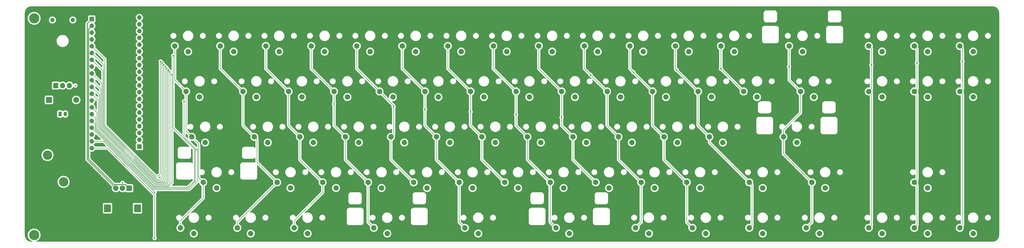
<source format=gbr>
%TF.GenerationSoftware,KiCad,Pcbnew,8.0.1*%
%TF.CreationDate,2024-07-20T19:57:27+09:00*%
%TF.ProjectId,lowd75,6c6f7764-3735-42e6-9b69-6361645f7063,rev?*%
%TF.SameCoordinates,Original*%
%TF.FileFunction,Copper,L1,Top*%
%TF.FilePolarity,Positive*%
%FSLAX46Y46*%
G04 Gerber Fmt 4.6, Leading zero omitted, Abs format (unit mm)*
G04 Created by KiCad (PCBNEW 8.0.1) date 2024-07-20 19:57:27*
%MOMM*%
%LPD*%
G01*
G04 APERTURE LIST*
G04 Aperture macros list*
%AMRoundRect*
0 Rectangle with rounded corners*
0 $1 Rounding radius*
0 $2 $3 $4 $5 $6 $7 $8 $9 X,Y pos of 4 corners*
0 Add a 4 corners polygon primitive as box body*
4,1,4,$2,$3,$4,$5,$6,$7,$8,$9,$2,$3,0*
0 Add four circle primitives for the rounded corners*
1,1,$1+$1,$2,$3*
1,1,$1+$1,$4,$5*
1,1,$1+$1,$6,$7*
1,1,$1+$1,$8,$9*
0 Add four rect primitives between the rounded corners*
20,1,$1+$1,$2,$3,$4,$5,0*
20,1,$1+$1,$4,$5,$6,$7,0*
20,1,$1+$1,$6,$7,$8,$9,0*
20,1,$1+$1,$8,$9,$2,$3,0*%
G04 Aperture macros list end*
%TA.AperFunction,ComponentPad*%
%ADD10C,2.000000*%
%TD*%
%TA.AperFunction,ComponentPad*%
%ADD11R,2.000000X2.000000*%
%TD*%
%TA.AperFunction,ComponentPad*%
%ADD12R,2.500000X3.000000*%
%TD*%
%TA.AperFunction,ComponentPad*%
%ADD13C,1.600000*%
%TD*%
%TA.AperFunction,ComponentPad*%
%ADD14O,1.600000X1.600000*%
%TD*%
%TA.AperFunction,ComponentPad*%
%ADD15R,2.200000X2.200000*%
%TD*%
%TA.AperFunction,ComponentPad*%
%ADD16O,2.200000X2.200000*%
%TD*%
%TA.AperFunction,ComponentPad*%
%ADD17R,1.700000X1.700000*%
%TD*%
%TA.AperFunction,ComponentPad*%
%ADD18O,1.700000X1.700000*%
%TD*%
%TA.AperFunction,ComponentPad*%
%ADD19RoundRect,0.250000X-0.350000X-0.625000X0.350000X-0.625000X0.350000X0.625000X-0.350000X0.625000X0*%
%TD*%
%TA.AperFunction,ComponentPad*%
%ADD20O,1.200000X1.750000*%
%TD*%
%TA.AperFunction,ComponentPad*%
%ADD21C,3.800000*%
%TD*%
%TA.AperFunction,ComponentPad*%
%ADD22C,3.500000*%
%TD*%
%TA.AperFunction,ComponentPad*%
%ADD23R,1.905000X2.000000*%
%TD*%
%TA.AperFunction,ComponentPad*%
%ADD24O,1.905000X2.000000*%
%TD*%
%TA.AperFunction,ViaPad*%
%ADD25C,0.600000*%
%TD*%
%TA.AperFunction,Conductor*%
%ADD26C,0.200000*%
%TD*%
%TA.AperFunction,Conductor*%
%ADD27C,0.300000*%
%TD*%
G04 APERTURE END LIST*
D10*
%TO.P,SW42,1,1*%
%TO.N,COL7*%
X646275000Y-177325000D03*
%TO.P,SW42,2,2*%
%TO.N,Net-(D42-A)*%
X651275000Y-179425000D03*
%TD*%
%TO.P,SW44,1,1*%
%TO.N,COL9*%
X680275000Y-177325000D03*
%TO.P,SW44,2,2*%
%TO.N,Net-(D44-A)*%
X685275000Y-179425000D03*
%TD*%
%TO.P,SW16,1,1*%
%TO.N,COL15*%
X790775000Y-143325000D03*
%TO.P,SW16,2,2*%
%TO.N,Net-(D16-A)*%
X795775000Y-145425000D03*
%TD*%
D11*
%TO.P,encoder1,A,A*%
%TO.N,encoder2*%
X497500000Y-196500000D03*
D10*
%TO.P,encoder1,B,B*%
%TO.N,encoder1*%
X492500000Y-196500000D03*
%TO.P,encoder1,C,C*%
%TO.N,GND*%
X495000000Y-196500000D03*
D12*
%TO.P,encoder1,MP*%
%TO.N,N/C*%
X500600000Y-204000000D03*
X489400000Y-204000000D03*
%TD*%
D10*
%TO.P,SW41,1,1*%
%TO.N,COL6*%
X629275000Y-177325000D03*
%TO.P,SW41,2,2*%
%TO.N,Net-(D41-A)*%
X634275000Y-179425000D03*
%TD*%
%TO.P,SW26,1,1*%
%TO.N,COL8*%
X659025000Y-160325000D03*
%TO.P,SW26,2,2*%
%TO.N,Net-(D26-A)*%
X664025000Y-162425000D03*
%TD*%
D13*
%TO.P,R1,1*%
%TO.N,Net-(Q1-B)*%
X468830000Y-133615000D03*
D14*
%TO.P,R1,2*%
%TO.N,Net-(J2-Pin_14)*%
X476450000Y-133615000D03*
%TD*%
D10*
%TO.P,SW39,1,1*%
%TO.N,COL4*%
X595275000Y-177325000D03*
%TO.P,SW39,2,2*%
%TO.N,Net-(D39-A)*%
X600275000Y-179425000D03*
%TD*%
%TO.P,SW24,1,1*%
%TO.N,COL6*%
X625025000Y-160325000D03*
%TO.P,SW24,2,2*%
%TO.N,Net-(D24-A)*%
X630025000Y-162425000D03*
%TD*%
%TO.P,SW45,1,1*%
%TO.N,COL10*%
X697275000Y-177325000D03*
%TO.P,SW45,2,2*%
%TO.N,Net-(D45-A)*%
X702275000Y-179425000D03*
%TD*%
%TO.P,SW66,1,1*%
%TO.N,COL5*%
X622900000Y-211325000D03*
%TO.P,SW66,2,2*%
%TO.N,Net-(D66-A)*%
X627900000Y-213425000D03*
%TD*%
%TO.P,SW12,1,1*%
%TO.N,COL11*%
X701525000Y-143325000D03*
%TO.P,SW12,2,2*%
%TO.N,Net-(D12-A)*%
X706525000Y-145425000D03*
%TD*%
%TO.P,SW20,1,1*%
%TO.N,COL2*%
X557025000Y-160325000D03*
%TO.P,SW20,2,2*%
%TO.N,Net-(D20-A)*%
X562025000Y-162425000D03*
%TD*%
%TO.P,SW54,1,1*%
%TO.N,COL6*%
X637775000Y-194325000D03*
%TO.P,SW54,2,2*%
%TO.N,Net-(D54-A)*%
X642775000Y-196425000D03*
%TD*%
%TO.P,SW1,1,1*%
%TO.N,COL0*%
X514525000Y-143325000D03*
%TO.P,SW1,2,2*%
%TO.N,Net-(D1-A)*%
X519525000Y-145425000D03*
%TD*%
%TO.P,SW40,1,1*%
%TO.N,COL5*%
X612275000Y-177325000D03*
%TO.P,SW40,2,2*%
%TO.N,Net-(D40-A)*%
X617275000Y-179425000D03*
%TD*%
%TO.P,SW23,1,1*%
%TO.N,COL5*%
X608025000Y-160325000D03*
%TO.P,SW23,2,2*%
%TO.N,Net-(D23-A)*%
X613025000Y-162425000D03*
%TD*%
%TO.P,SW35,1,1*%
%TO.N,COL0*%
X520900000Y-177325000D03*
%TO.P,SW35,2,2*%
%TO.N,Net-(D35-A)*%
X525900000Y-179425000D03*
%TD*%
D15*
%TO.P,D75,1,K*%
%TO.N,Net-(D75-K)*%
X467560000Y-163515000D03*
D16*
%TO.P,D75,2,A*%
%TO.N,Net-(D75-A)*%
X477720000Y-163515000D03*
%TD*%
D10*
%TO.P,SW7,1,1*%
%TO.N,COL6*%
X616525000Y-143325000D03*
%TO.P,SW7,2,2*%
%TO.N,Net-(D7-A)*%
X621525000Y-145425000D03*
%TD*%
%TO.P,SW60,1,1*%
%TO.N,COL13*%
X752525000Y-194325000D03*
%TO.P,SW60,2,2*%
%TO.N,Net-(D60-A)*%
X757525000Y-196425000D03*
%TD*%
%TO.P,SW21,1,1*%
%TO.N,COL3*%
X574025000Y-160325000D03*
%TO.P,SW21,2,2*%
%TO.N,Net-(D21-A)*%
X579025000Y-162425000D03*
%TD*%
%TO.P,SW9,1,1*%
%TO.N,COL8*%
X650525000Y-143325000D03*
%TO.P,SW9,2,2*%
%TO.N,Net-(D9-A)*%
X655525000Y-145425000D03*
%TD*%
%TO.P,SW70,1,1*%
%TO.N,COL11*%
X729150000Y-211325000D03*
%TO.P,SW70,2,2*%
%TO.N,Net-(D70-A)*%
X734150000Y-213425000D03*
%TD*%
%TO.P,SW4,1,1*%
%TO.N,COL3*%
X565525000Y-143325000D03*
%TO.P,SW4,2,2*%
%TO.N,Net-(D4-A)*%
X570525000Y-145425000D03*
%TD*%
%TO.P,SW3,1,1*%
%TO.N,COL2*%
X548525000Y-143325000D03*
%TO.P,SW3,2,2*%
%TO.N,Net-(D3-A)*%
X553525000Y-145425000D03*
%TD*%
%TO.P,SW51,1,1*%
%TO.N,COL3*%
X586775000Y-194325000D03*
%TO.P,SW51,2,2*%
%TO.N,Net-(D51-A)*%
X591775000Y-196425000D03*
%TD*%
%TO.P,SW64,1,1*%
%TO.N,COL2*%
X559150000Y-211325000D03*
%TO.P,SW64,2,2*%
%TO.N,Net-(D64-A)*%
X564150000Y-213425000D03*
%TD*%
%TO.P,SW74,1,1*%
%TO.N,COL16*%
X807775000Y-211325000D03*
%TO.P,SW74,2,2*%
%TO.N,Net-(D74-A)*%
X812775000Y-213425000D03*
%TD*%
%TO.P,SW15,1,1*%
%TO.N,COL14*%
X773775000Y-143325000D03*
%TO.P,SW15,2,2*%
%TO.N,Net-(D15-A)*%
X778775000Y-145425000D03*
%TD*%
%TO.P,SW31,1,1*%
%TO.N,COL13*%
X748275000Y-160325000D03*
%TO.P,SW31,2,2*%
%TO.N,Net-(D31-A)*%
X753275000Y-162425000D03*
%TD*%
%TO.P,SW68,1,1*%
%TO.N,COL9*%
X686650000Y-211325000D03*
%TO.P,SW68,2,2*%
%TO.N,Net-(D68-A)*%
X691650000Y-213425000D03*
%TD*%
%TO.P,SW36,1,1*%
%TO.N,COL1*%
X544275000Y-177325000D03*
%TO.P,SW36,2,2*%
%TO.N,Net-(D36-A)*%
X549275000Y-179425000D03*
%TD*%
%TO.P,SW72,1,1*%
%TO.N,COL14*%
X773775000Y-211325000D03*
%TO.P,SW72,2,2*%
%TO.N,Net-(D72-A)*%
X778775000Y-213425000D03*
%TD*%
%TO.P,SW46,1,1*%
%TO.N,COL11*%
X714275000Y-177325000D03*
%TO.P,SW46,2,2*%
%TO.N,Net-(D46-A)*%
X719275000Y-179425000D03*
%TD*%
%TO.P,SW53,1,1*%
%TO.N,COL5*%
X620775000Y-194325000D03*
%TO.P,SW53,2,2*%
%TO.N,Net-(D53-A)*%
X625775000Y-196425000D03*
%TD*%
%TO.P,SW49,1,1*%
%TO.N,COL1*%
X552775000Y-194325000D03*
%TO.P,SW49,2,2*%
%TO.N,Net-(D49-A)*%
X557775000Y-196425000D03*
%TD*%
%TO.P,SW62,1,1*%
%TO.N,COL0*%
X516650000Y-211325000D03*
%TO.P,SW62,2,2*%
%TO.N,Net-(D62-A)*%
X521650000Y-213425000D03*
%TD*%
%TO.P,SW69,1,1*%
%TO.N,COL10*%
X707900000Y-211325000D03*
%TO.P,SW69,2,2*%
%TO.N,Net-(D69-A)*%
X712900000Y-213425000D03*
%TD*%
%TO.P,SW52,1,1*%
%TO.N,COL4*%
X603775000Y-194325000D03*
%TO.P,SW52,2,2*%
%TO.N,Net-(D52-A)*%
X608775000Y-196425000D03*
%TD*%
D17*
%TO.P,J1,1,Pin_1*%
%TO.N,encoder1*%
X483545000Y-133234999D03*
D18*
%TO.P,J1,2,Pin_2*%
%TO.N,encoder2*%
X483545000Y-135774999D03*
%TO.P,J1,3,Pin_3*%
%TO.N,unconnected-(J1-Pin_3-Pad3)*%
X483545000Y-138314998D03*
%TO.P,J1,4,Pin_4*%
%TO.N,unconnected-(J1-Pin_4-Pad4)*%
X483545000Y-140854999D03*
%TO.P,J1,5,Pin_5*%
%TO.N,COL16*%
X483545000Y-143394999D03*
%TO.P,J1,6,Pin_6*%
%TO.N,COL15*%
X483545000Y-145934999D03*
%TO.P,J1,7,Pin_7*%
%TO.N,COL14*%
X483545000Y-148474999D03*
%TO.P,J1,8,Pin_8*%
%TO.N,GND*%
X483545000Y-151015000D03*
%TO.P,J1,9,Pin_9*%
%TO.N,COL13*%
X483545000Y-153554999D03*
%TO.P,J1,10,Pin_10*%
%TO.N,COL12*%
X483545000Y-156094999D03*
%TO.P,J1,11,Pin_11*%
%TO.N,COL11*%
X483545000Y-158634999D03*
%TO.P,J1,12,Pin_12*%
%TO.N,COL10*%
X483545000Y-161174998D03*
%TO.P,J1,13,Pin_13*%
%TO.N,unconnected-(J1-Pin_13-Pad13)*%
X483545000Y-163714999D03*
%TO.P,J1,14,Pin_14*%
%TO.N,COL9*%
X483545000Y-166254999D03*
%TO.P,J1,15,Pin_15*%
%TO.N,ROW0*%
X483545000Y-168794999D03*
%TO.P,J1,16,Pin_16*%
%TO.N,ROW1*%
X483545000Y-171334998D03*
%TO.P,J1,17,Pin_17*%
%TO.N,ROW2*%
X483545000Y-173875000D03*
%TO.P,J1,18,Pin_18*%
%TO.N,GND*%
X483545000Y-176414999D03*
%TO.P,J1,19,Pin_19*%
%TO.N,ROW3*%
X483545000Y-178954999D03*
%TO.P,J1,20,Pin_20*%
%TO.N,ROW4*%
X483545000Y-181494999D03*
%TD*%
D10*
%TO.P,SW6,1,1*%
%TO.N,COL5*%
X599525000Y-143325000D03*
%TO.P,SW6,2,2*%
%TO.N,Net-(D6-A)*%
X604525000Y-145425000D03*
%TD*%
%TO.P,SW50,1,1*%
%TO.N,COL2*%
X569775000Y-194325000D03*
%TO.P,SW50,2,2*%
%TO.N,Net-(D50-A)*%
X574775000Y-196425000D03*
%TD*%
D19*
%TO.P,J3,1,Pin_1*%
%TO.N,Net-(D75-K)*%
X471640000Y-168765000D03*
D20*
%TO.P,J3,2,Pin_2*%
%TO.N,Net-(D75-A)*%
X473640000Y-168765000D03*
%TD*%
D10*
%TO.P,SW57,1,1*%
%TO.N,COL9*%
X688775000Y-194325000D03*
%TO.P,SW57,2,2*%
%TO.N,Net-(D57-A)*%
X693775000Y-196425000D03*
%TD*%
D21*
%TO.P,REF\u002A\u002A,1*%
%TO.N,N/C*%
X462000000Y-214000000D03*
%TD*%
D10*
%TO.P,SW59,1,1*%
%TO.N,COL11*%
X729150000Y-194325000D03*
%TO.P,SW59,2,2*%
%TO.N,Net-(D59-A)*%
X734150000Y-196425000D03*
%TD*%
%TO.P,SW43,1,1*%
%TO.N,COL8*%
X663275000Y-177325000D03*
%TO.P,SW43,2,2*%
%TO.N,Net-(D43-A)*%
X668275000Y-179425000D03*
%TD*%
%TO.P,SW56,1,1*%
%TO.N,COL8*%
X671775000Y-194325000D03*
%TO.P,SW56,2,2*%
%TO.N,Net-(D56-A)*%
X676775000Y-196425000D03*
%TD*%
%TO.P,SW10,1,1*%
%TO.N,COL9*%
X667525000Y-143325000D03*
%TO.P,SW10,2,2*%
%TO.N,Net-(D10-A)*%
X672525000Y-145425000D03*
%TD*%
%TO.P,SW55,1,1*%
%TO.N,COL7*%
X654775000Y-194325000D03*
%TO.P,SW55,2,2*%
%TO.N,Net-(D55-A)*%
X659775000Y-196425000D03*
%TD*%
%TO.P,SW58,1,1*%
%TO.N,COL10*%
X705775000Y-194325000D03*
%TO.P,SW58,2,2*%
%TO.N,Net-(D58-A)*%
X710775000Y-196425000D03*
%TD*%
%TO.P,SW17,1,1*%
%TO.N,COL16*%
X807775000Y-143325000D03*
%TO.P,SW17,2,2*%
%TO.N,Net-(D17-A)*%
X812775000Y-145425000D03*
%TD*%
%TO.P,SW37,1,1*%
%TO.N,COL2*%
X561275000Y-177325000D03*
%TO.P,SW37,2,2*%
%TO.N,Net-(D37-A)*%
X566275000Y-179425000D03*
%TD*%
%TO.P,SW61,1,1*%
%TO.N,COL15*%
X790775000Y-194325000D03*
%TO.P,SW61,2,2*%
%TO.N,Net-(D61-A)*%
X795775000Y-196425000D03*
%TD*%
%TO.P,SW34,1,1*%
%TO.N,COL16*%
X807775000Y-160325000D03*
%TO.P,SW34,2,2*%
%TO.N,Net-(D34-A)*%
X812775000Y-162425000D03*
%TD*%
D21*
%TO.P,REF\u002A\u002A,1*%
%TO.N,N/C*%
X462000000Y-133000000D03*
%TD*%
D10*
%TO.P,SW8,1,1*%
%TO.N,COL7*%
X633525000Y-143325000D03*
%TO.P,SW8,2,2*%
%TO.N,Net-(D8-A)*%
X638525000Y-145425000D03*
%TD*%
%TO.P,SW71,1,1*%
%TO.N,COL13*%
X750400000Y-211325000D03*
%TO.P,SW71,2,2*%
%TO.N,Net-(D71-A)*%
X755400000Y-213425000D03*
%TD*%
%TO.P,SW28,1,1*%
%TO.N,COL10*%
X693025000Y-160325000D03*
%TO.P,SW28,2,2*%
%TO.N,Net-(D28-A)*%
X698025000Y-162425000D03*
%TD*%
%TO.P,SW33,1,1*%
%TO.N,COL15*%
X790775000Y-160325000D03*
%TO.P,SW33,2,2*%
%TO.N,Net-(D33-A)*%
X795775000Y-162425000D03*
%TD*%
%TO.P,SW48,1,1*%
%TO.N,COL0*%
X525150000Y-194325000D03*
%TO.P,SW48,2,2*%
%TO.N,Net-(D48-A)*%
X530150000Y-196425000D03*
%TD*%
%TO.P,SW14,1,1*%
%TO.N,COL13*%
X744025000Y-143325000D03*
%TO.P,SW14,2,2*%
%TO.N,Net-(D14-A)*%
X749025000Y-145425000D03*
%TD*%
%TO.P,SW73,1,1*%
%TO.N,COL15*%
X790775000Y-211325000D03*
%TO.P,SW73,2,2*%
%TO.N,Net-(D73-A)*%
X795775000Y-213425000D03*
%TD*%
%TO.P,SW2,1,1*%
%TO.N,COL1*%
X531525000Y-143325000D03*
%TO.P,SW2,2,2*%
%TO.N,Net-(D2-A)*%
X536525000Y-145425000D03*
%TD*%
D17*
%TO.P,J2,1,Pin_1*%
%TO.N,COL8*%
X501300000Y-180964999D03*
D18*
%TO.P,J2,2,Pin_2*%
%TO.N,COL7*%
X501300000Y-178424999D03*
%TO.P,J2,3,Pin_3*%
%TO.N,unconnected-(J2-Pin_3-Pad3)*%
X501300000Y-175885000D03*
%TO.P,J2,4,Pin_4*%
%TO.N,COL6*%
X501300000Y-173344999D03*
%TO.P,J2,5,Pin_5*%
%TO.N,COL5*%
X501300000Y-170804999D03*
%TO.P,J2,6,Pin_6*%
%TO.N,COL4*%
X501300000Y-168264999D03*
%TO.P,J2,7,Pin_7*%
%TO.N,COL3*%
X501300000Y-165724999D03*
%TO.P,J2,8,Pin_8*%
%TO.N,unconnected-(J2-Pin_8-Pad8)*%
X501300000Y-163184998D03*
%TO.P,J2,9,Pin_9*%
%TO.N,COL2*%
X501300000Y-160644999D03*
%TO.P,J2,10,Pin_10*%
%TO.N,unconnected-(J2-Pin_10-Pad10)*%
X501300000Y-158104999D03*
%TO.P,J2,11,Pin_11*%
%TO.N,COL1*%
X501300000Y-155564999D03*
%TO.P,J2,12,Pin_12*%
%TO.N,COL0*%
X501300000Y-153025000D03*
%TO.P,J2,13,Pin_13*%
%TO.N,unconnected-(J2-Pin_13-Pad13)*%
X501300000Y-150484999D03*
%TO.P,J2,14,Pin_14*%
%TO.N,Net-(J2-Pin_14)*%
X501300000Y-147944999D03*
%TO.P,J2,15,Pin_15*%
%TO.N,unconnected-(J2-Pin_15-Pad15)*%
X501300000Y-145404999D03*
%TO.P,J2,16,Pin_16*%
%TO.N,unconnected-(J2-Pin_16-Pad16)*%
X501300000Y-142865000D03*
%TO.P,J2,17,Pin_17*%
%TO.N,unconnected-(J2-Pin_17-Pad17)*%
X501300000Y-140324998D03*
%TO.P,J2,18,Pin_18*%
%TO.N,unconnected-(J2-Pin_18-Pad18)*%
X501300000Y-137784999D03*
%TO.P,J2,19,Pin_19*%
%TO.N,unconnected-(J2-Pin_19-Pad19)*%
X501300000Y-135244999D03*
%TO.P,J2,20,Pin_20*%
%TO.N,Net-(D75-K)*%
X501300000Y-132704999D03*
%TD*%
D10*
%TO.P,SW65,1,1*%
%TO.N,COL3*%
X588900000Y-211325000D03*
%TO.P,SW65,2,2*%
%TO.N,Net-(D65-A)*%
X593900000Y-213425000D03*
%TD*%
%TO.P,SW5,1,1*%
%TO.N,COL4*%
X582525000Y-143325000D03*
%TO.P,SW5,2,2*%
%TO.N,Net-(D5-A)*%
X587525000Y-145425000D03*
%TD*%
%TO.P,SW30,1,1*%
%TO.N,COL12*%
X727025000Y-160325000D03*
%TO.P,SW30,2,2*%
%TO.N,Net-(D30-A)*%
X732025000Y-162425000D03*
%TD*%
%TO.P,SW13,1,1*%
%TO.N,COL12*%
X718525000Y-143325000D03*
%TO.P,SW13,2,2*%
%TO.N,Net-(D13-A)*%
X723525000Y-145425000D03*
%TD*%
%TO.P,SW38,1,1*%
%TO.N,COL3*%
X578275000Y-177325000D03*
%TO.P,SW38,2,2*%
%TO.N,Net-(D38-A)*%
X583275000Y-179425000D03*
%TD*%
%TO.P,SW67,1,1*%
%TO.N,COL7*%
X656900000Y-211325000D03*
%TO.P,SW67,2,2*%
%TO.N,Net-(D67-A)*%
X661900000Y-213425000D03*
%TD*%
%TO.P,SW11,1,1*%
%TO.N,COL10*%
X684525000Y-143325000D03*
%TO.P,SW11,2,2*%
%TO.N,Net-(D11-A)*%
X689525000Y-145425000D03*
%TD*%
%TO.P,SW29,1,1*%
%TO.N,COL11*%
X710025000Y-160325000D03*
%TO.P,SW29,2,2*%
%TO.N,Net-(D29-A)*%
X715025000Y-162425000D03*
%TD*%
%TO.P,SW25,1,1*%
%TO.N,COL7*%
X642025000Y-160325000D03*
%TO.P,SW25,2,2*%
%TO.N,Net-(D25-A)*%
X647025000Y-162425000D03*
%TD*%
D22*
%TO.P,REF\u002A\u002A,1*%
%TO.N,N/C*%
X473000000Y-194125000D03*
X467000000Y-184125000D03*
%TD*%
D10*
%TO.P,SW18,1,1*%
%TO.N,COL0*%
X518775000Y-160325000D03*
%TO.P,SW18,2,2*%
%TO.N,Net-(D18-A)*%
X523775000Y-162425000D03*
%TD*%
%TO.P,SW63,1,1*%
%TO.N,COL1*%
X537900000Y-211325000D03*
%TO.P,SW63,2,2*%
%TO.N,Net-(D63-A)*%
X542900000Y-213425000D03*
%TD*%
%TO.P,SW27,1,1*%
%TO.N,COL9*%
X676025000Y-160325000D03*
%TO.P,SW27,2,2*%
%TO.N,Net-(D27-A)*%
X681025000Y-162425000D03*
%TD*%
D23*
%TO.P,Q1,1,B*%
%TO.N,Net-(Q1-B)*%
X470100000Y-158125000D03*
D24*
%TO.P,Q1,2,C*%
%TO.N,Net-(D75-A)*%
X472640000Y-158125000D03*
%TO.P,Q1,3,E*%
%TO.N,GND*%
X475179999Y-158125000D03*
%TD*%
D10*
%TO.P,SW32,1,1*%
%TO.N,COL14*%
X773775000Y-160325000D03*
%TO.P,SW32,2,2*%
%TO.N,Net-(D32-A)*%
X778775000Y-162425000D03*
%TD*%
%TO.P,SW47,1,1*%
%TO.N,COL13*%
X741900000Y-177325000D03*
%TO.P,SW47,2,2*%
%TO.N,Net-(D47-A)*%
X746900000Y-179425000D03*
%TD*%
%TO.P,SW19,1,1*%
%TO.N,COL1*%
X540025000Y-160325000D03*
%TO.P,SW19,2,2*%
%TO.N,Net-(D19-A)*%
X545025000Y-162425000D03*
%TD*%
%TO.P,SW22,1,1*%
%TO.N,COL4*%
X591025000Y-160325000D03*
%TO.P,SW22,2,2*%
%TO.N,Net-(D22-A)*%
X596025000Y-162425000D03*
%TD*%
D25*
%TO.N,COL3*%
X574025000Y-165000000D03*
%TO.N,COL4*%
X596275000Y-166000000D03*
%TO.N,ROW0*%
X513925000Y-147000000D03*
%TO.N,ROW2*%
X522850000Y-182000000D03*
%TO.N,COL16*%
X808775000Y-149100000D03*
X509259313Y-149159313D03*
%TO.N,COL7*%
X642025000Y-169000000D03*
%TO.N,COL8*%
X659025000Y-170000000D03*
%TO.N,ROW3*%
X507000000Y-198000000D03*
%TO.N,COL13*%
X744025000Y-151050000D03*
X511050055Y-151071314D03*
%TO.N,COL6*%
X625025000Y-168000000D03*
%TO.N,COL15*%
X791775000Y-149775000D03*
X509825000Y-149725000D03*
%TO.N,ROW1*%
X518000000Y-164000000D03*
%TO.N,COL11*%
X512125000Y-152375000D03*
X702075000Y-152375000D03*
%TO.N,ROW4*%
X507000000Y-215175000D03*
%TO.N,COL12*%
X718525000Y-151825000D03*
X511575000Y-151675000D03*
%TO.N,COL5*%
X608025000Y-167000000D03*
%TO.N,COL9*%
X513325000Y-154000000D03*
X669850000Y-154150000D03*
%TO.N,COL10*%
X685850000Y-153150000D03*
X512700000Y-152975000D03*
%TO.N,COL14*%
X774775000Y-150400000D03*
X510375000Y-150375000D03*
%TO.N,GND*%
X477400000Y-158125000D03*
X495000000Y-194500000D03*
%TD*%
D26*
%TO.N,COL0*%
X516650000Y-211325000D02*
X516650000Y-208722056D01*
X525150000Y-200222056D02*
X525150000Y-194325000D01*
X514525000Y-143325000D02*
X514525000Y-156075000D01*
X516650000Y-208722056D02*
X525150000Y-200222056D01*
X525150000Y-194325000D02*
X523450000Y-192625000D01*
X523450000Y-192625000D02*
X523450000Y-179875000D01*
X520900000Y-177325000D02*
X518775000Y-175200000D01*
X523450000Y-179875000D02*
X520900000Y-177325000D01*
X518775000Y-175200000D02*
X518775000Y-160325000D01*
X514525000Y-156075000D02*
X518775000Y-160325000D01*
%TO.N,COL1*%
X531525000Y-151825000D02*
X540025000Y-160325000D01*
X545275000Y-178325000D02*
X545275000Y-186825000D01*
X540025000Y-160325000D02*
X540025000Y-173075000D01*
X545275000Y-186825000D02*
X552775000Y-194325000D01*
X537900000Y-211325000D02*
X537900000Y-209200000D01*
X531525000Y-143325000D02*
X531525000Y-151825000D01*
X537900000Y-209200000D02*
X552775000Y-194325000D01*
X540025000Y-173075000D02*
X544275000Y-177325000D01*
X544275000Y-177325000D02*
X545275000Y-178325000D01*
%TO.N,COL2*%
X561275000Y-177325000D02*
X557025000Y-173075000D01*
X569775000Y-198097056D02*
X569775000Y-194325000D01*
X548525000Y-151825000D02*
X548525000Y-143325000D01*
X557025000Y-160325000D02*
X548525000Y-151825000D01*
X557025000Y-173075000D02*
X557025000Y-160325000D01*
X561275000Y-185825000D02*
X569775000Y-194325000D01*
X559150000Y-208722056D02*
X569775000Y-198097056D01*
X559150000Y-211325000D02*
X559150000Y-208722056D01*
X561275000Y-177325000D02*
X561275000Y-185825000D01*
%TO.N,COL3*%
X574025000Y-160325000D02*
X574025000Y-173075000D01*
X574025000Y-173075000D02*
X578275000Y-177325000D01*
X565525000Y-143325000D02*
X565525000Y-151825000D01*
X565525000Y-151825000D02*
X574025000Y-160325000D01*
X578275000Y-177325000D02*
X578275000Y-185825000D01*
X578275000Y-185825000D02*
X586775000Y-194325000D01*
X586775000Y-209200000D02*
X588900000Y-211325000D01*
X586775000Y-194325000D02*
X586775000Y-209200000D01*
%TO.N,COL4*%
X596275000Y-166000000D02*
X596275000Y-165575000D01*
X595275000Y-185825000D02*
X595275000Y-177325000D01*
X595275000Y-177325000D02*
X596275000Y-176325000D01*
X591025000Y-160325000D02*
X582525000Y-151825000D01*
X596275000Y-165575000D02*
X591025000Y-160325000D01*
X582525000Y-151825000D02*
X582525000Y-143325000D01*
X603775000Y-194325000D02*
X595275000Y-185825000D01*
X596275000Y-176325000D02*
X596275000Y-166000000D01*
%TO.N,ROW0*%
X519434314Y-196200000D02*
X506897058Y-196200000D01*
X513925000Y-147000000D02*
X513925000Y-173925000D01*
X521850000Y-193784314D02*
X519434314Y-196200000D01*
X513925000Y-173925000D02*
X521850000Y-181850000D01*
X485000000Y-172224312D02*
X485000000Y-170249999D01*
X485095000Y-172319313D02*
X485000000Y-172224312D01*
X485000000Y-170249999D02*
X483545000Y-168794999D01*
X521850000Y-181850000D02*
X521850000Y-193784314D01*
X485095000Y-174397942D02*
X485095000Y-172319313D01*
X506897058Y-196200000D02*
X485095000Y-174397942D01*
%TO.N,ROW2*%
X520000000Y-197000000D02*
X506565686Y-197000000D01*
X522850000Y-182000000D02*
X523000000Y-182150000D01*
X523000000Y-194000000D02*
X520000000Y-197000000D01*
X506565686Y-197000000D02*
X483545000Y-173979314D01*
X523000000Y-182150000D02*
X523000000Y-194000000D01*
X483545000Y-173979314D02*
X483545000Y-173875000D01*
%TO.N,COL16*%
X509225000Y-191000000D02*
X508298529Y-191926471D01*
X508298529Y-191926471D02*
X507373529Y-191926471D01*
X808775000Y-210325000D02*
X808775000Y-161325000D01*
X808775000Y-144325000D02*
X808775000Y-149100000D01*
X807775000Y-211325000D02*
X808775000Y-210325000D01*
X808775000Y-149100000D02*
X808775000Y-159325000D01*
X808775000Y-159325000D02*
X807775000Y-160325000D01*
X509225000Y-149193626D02*
X509225000Y-191000000D01*
X807775000Y-143325000D02*
X808775000Y-144325000D01*
X509259313Y-149159313D02*
X509225000Y-149193626D01*
X808775000Y-161325000D02*
X807775000Y-160325000D01*
X507373529Y-191926471D02*
X488475000Y-173027942D01*
X488475000Y-173027942D02*
X488475000Y-148324999D01*
X488475000Y-148324999D02*
X483545000Y-143394999D01*
%TO.N,COL7*%
X642025000Y-160325000D02*
X633525000Y-151825000D01*
X646275000Y-183000000D02*
X646275000Y-177325000D01*
X654775000Y-209200000D02*
X654775000Y-194325000D01*
X646275000Y-177325000D02*
X642025000Y-173075000D01*
X633525000Y-151825000D02*
X633525000Y-143325000D01*
X654775000Y-194325000D02*
X646275000Y-185825000D01*
X646275000Y-185825000D02*
X646275000Y-183000000D01*
X656900000Y-211325000D02*
X654775000Y-209200000D01*
X642025000Y-173075000D02*
X642025000Y-169000000D01*
X642025000Y-169000000D02*
X642025000Y-160325000D01*
%TO.N,COL8*%
X650525000Y-143325000D02*
X650525000Y-151825000D01*
X659025000Y-160325000D02*
X659025000Y-170000000D01*
X663275000Y-177325000D02*
X663275000Y-183000000D01*
X663275000Y-185825000D02*
X671775000Y-194325000D01*
X659025000Y-170000000D02*
X659025000Y-173075000D01*
X663275000Y-183000000D02*
X663275000Y-185825000D01*
X650525000Y-151825000D02*
X659025000Y-160325000D01*
X659025000Y-173075000D02*
X663275000Y-177325000D01*
%TO.N,ROW3*%
X487954999Y-178954999D02*
X507000000Y-198000000D01*
X483545000Y-178954999D02*
X487954999Y-178954999D01*
%TO.N,COL13*%
X741900000Y-177325000D02*
X741900000Y-174722056D01*
X487225000Y-173475000D02*
X487225000Y-157234999D01*
X748275000Y-168347056D02*
X748275000Y-160325000D01*
X752525000Y-194325000D02*
X741900000Y-183700000D01*
X744025000Y-151050000D02*
X744025000Y-143325000D01*
X741900000Y-174722056D02*
X748275000Y-168347056D01*
X752525000Y-209200000D02*
X752525000Y-194325000D01*
X510450000Y-194200000D02*
X507950000Y-194200000D01*
X487225000Y-157234999D02*
X483545000Y-153554999D01*
X744025000Y-156075000D02*
X744025000Y-151050000D01*
X507950000Y-194200000D02*
X487225000Y-173475000D01*
X741900000Y-183700000D02*
X741900000Y-177325000D01*
X511050055Y-151071314D02*
X510975000Y-151146369D01*
X748275000Y-160325000D02*
X744025000Y-156075000D01*
X510975000Y-151146369D02*
X510975000Y-193675000D01*
X510975000Y-193675000D02*
X510450000Y-194200000D01*
X750400000Y-211325000D02*
X752525000Y-209200000D01*
%TO.N,COL6*%
X625025000Y-160325000D02*
X625025000Y-168000000D01*
X625025000Y-168000000D02*
X625025000Y-173075000D01*
X629275000Y-185825000D02*
X637775000Y-194325000D01*
X629275000Y-177325000D02*
X629275000Y-185825000D01*
X625025000Y-173075000D02*
X629275000Y-177325000D01*
X616525000Y-143325000D02*
X616525000Y-151825000D01*
X616525000Y-151825000D02*
X625025000Y-160325000D01*
%TO.N,COL15*%
X488050000Y-173168628D02*
X488050000Y-150439999D01*
X791775000Y-195325000D02*
X790775000Y-194325000D01*
X791775000Y-144325000D02*
X790775000Y-143325000D01*
X509775000Y-192750000D02*
X509203186Y-193321814D01*
X509203186Y-193321814D02*
X508203186Y-193321814D01*
X791775000Y-210325000D02*
X791775000Y-195325000D01*
X791775000Y-161325000D02*
X791775000Y-193325000D01*
X790775000Y-211325000D02*
X791775000Y-210325000D01*
X488050000Y-150439999D02*
X483545000Y-145934999D01*
X791775000Y-149775000D02*
X791775000Y-144325000D01*
X791775000Y-159325000D02*
X791775000Y-149775000D01*
X790775000Y-160325000D02*
X791775000Y-161325000D01*
X509825000Y-149725000D02*
X509775000Y-149775000D01*
X791775000Y-193325000D02*
X790775000Y-194325000D01*
X508203186Y-193321814D02*
X488050000Y-173168628D01*
X509775000Y-149775000D02*
X509775000Y-192750000D01*
X790775000Y-160325000D02*
X791775000Y-159325000D01*
%TO.N,ROW1*%
X484695000Y-174563628D02*
X484695000Y-172484998D01*
X522250000Y-181684314D02*
X522250000Y-193950000D01*
X522250000Y-193950000D02*
X519600000Y-196600000D01*
X519600000Y-196600000D02*
X506731372Y-196600000D01*
X518000000Y-164000000D02*
X518000000Y-177434314D01*
X484695000Y-172484998D02*
X483545000Y-171334998D01*
X518000000Y-177434314D02*
X522250000Y-181684314D01*
X506731372Y-196600000D02*
X484695000Y-174563628D01*
%TO.N,COL11*%
X730150000Y-195325000D02*
X729150000Y-194325000D01*
X702075000Y-152375000D02*
X701525000Y-151825000D01*
X714275000Y-179450000D02*
X714275000Y-177325000D01*
X511425000Y-195000000D02*
X512100000Y-194325000D01*
X507565686Y-195000000D02*
X511425000Y-195000000D01*
X512100000Y-194325000D02*
X512100000Y-152400000D01*
X729150000Y-194325000D02*
X714275000Y-179450000D01*
X710025000Y-173075000D02*
X710025000Y-160325000D01*
X486400000Y-161489999D02*
X486400000Y-173834314D01*
X483545000Y-158634999D02*
X486400000Y-161489999D01*
X714275000Y-177325000D02*
X710025000Y-173075000D01*
X701525000Y-151825000D02*
X701525000Y-143325000D01*
X729150000Y-211325000D02*
X730150000Y-210325000D01*
X512100000Y-152400000D02*
X512125000Y-152375000D01*
X710025000Y-160325000D02*
X702075000Y-152375000D01*
X486400000Y-173834314D02*
X507565686Y-195000000D01*
X730150000Y-210325000D02*
X730150000Y-195325000D01*
%TO.N,ROW4*%
X507000000Y-199000000D02*
X507000000Y-215175000D01*
X483545000Y-181494999D02*
X489494999Y-181494999D01*
X489494999Y-181494999D02*
X507000000Y-199000000D01*
%TO.N,COL12*%
X511050000Y-194600000D02*
X507731372Y-194600000D01*
X486825000Y-159374999D02*
X483545000Y-156094999D01*
X486825000Y-173693628D02*
X486825000Y-159374999D01*
X718525000Y-151825000D02*
X727025000Y-160325000D01*
X511525000Y-194125000D02*
X511050000Y-194600000D01*
X511575000Y-151675000D02*
X511525000Y-151725000D01*
X507731372Y-194600000D02*
X486825000Y-173693628D01*
X511525000Y-151725000D02*
X511525000Y-194125000D01*
X718525000Y-143325000D02*
X718525000Y-151825000D01*
%TO.N,COL5*%
X612275000Y-177325000D02*
X612275000Y-185825000D01*
X599525000Y-151825000D02*
X599525000Y-143325000D01*
X612275000Y-185825000D02*
X620775000Y-194325000D01*
X608025000Y-173075000D02*
X608025000Y-167000000D01*
X620775000Y-194325000D02*
X620775000Y-209200000D01*
X620775000Y-209200000D02*
X622900000Y-211325000D01*
X612275000Y-177325000D02*
X608025000Y-173075000D01*
X608025000Y-167000000D02*
X608025000Y-160325000D01*
X608025000Y-160325000D02*
X599525000Y-151825000D01*
%TO.N,COL9*%
X680275000Y-177325000D02*
X676025000Y-173075000D01*
X513525000Y-154200000D02*
X513325000Y-154000000D01*
X688775000Y-209200000D02*
X688775000Y-194325000D01*
X676025000Y-173075000D02*
X676025000Y-160325000D01*
X669850000Y-154150000D02*
X667525000Y-151825000D01*
X688775000Y-194325000D02*
X680275000Y-185825000D01*
X676025000Y-160325000D02*
X669850000Y-154150000D01*
X513525000Y-194475000D02*
X513525000Y-154200000D01*
X680275000Y-185825000D02*
X680275000Y-182000000D01*
X485495000Y-168204999D02*
X485495000Y-174232256D01*
X483545000Y-166254999D02*
X485495000Y-168204999D01*
X485495000Y-174232256D02*
X507062744Y-195800000D01*
X686650000Y-211325000D02*
X688775000Y-209200000D01*
X512200000Y-195800000D02*
X513525000Y-194475000D01*
X667525000Y-151825000D02*
X667525000Y-143325000D01*
X507062744Y-195800000D02*
X512200000Y-195800000D01*
X680275000Y-182000000D02*
X680275000Y-177325000D01*
%TO.N,COL10*%
X486000000Y-174000000D02*
X507400000Y-195400000D01*
X697275000Y-185825000D02*
X705775000Y-194325000D01*
X483545000Y-161174998D02*
X486000000Y-163629998D01*
X486000000Y-163629998D02*
X486000000Y-174000000D01*
X705775000Y-209200000D02*
X707900000Y-211325000D01*
X693025000Y-173075000D02*
X697275000Y-177325000D01*
X697275000Y-177325000D02*
X697275000Y-185825000D01*
X512725000Y-194675000D02*
X512725000Y-153000000D01*
X684525000Y-151825000D02*
X685850000Y-153150000D01*
X512000000Y-195400000D02*
X512725000Y-194675000D01*
X693025000Y-160325000D02*
X693025000Y-173075000D01*
X685850000Y-153150000D02*
X693025000Y-160325000D01*
X705775000Y-194325000D02*
X705775000Y-209200000D01*
X512725000Y-153000000D02*
X512700000Y-152975000D01*
X507400000Y-195400000D02*
X512000000Y-195400000D01*
X684525000Y-143325000D02*
X684525000Y-151825000D01*
%TO.N,COL14*%
X774775000Y-161325000D02*
X773775000Y-160325000D01*
X774775000Y-210325000D02*
X774775000Y-161325000D01*
X510375000Y-193375000D02*
X510375000Y-150375000D01*
X773775000Y-211325000D02*
X774775000Y-210325000D01*
X483545000Y-148474999D02*
X487650000Y-152579999D01*
X773775000Y-143325000D02*
X774775000Y-144325000D01*
X487650000Y-173334314D02*
X508115686Y-193800000D01*
X487650000Y-152579999D02*
X487650000Y-173334314D01*
X774775000Y-144325000D02*
X774775000Y-150400000D01*
X508115686Y-193800000D02*
X509950000Y-193800000D01*
X774775000Y-159325000D02*
X773775000Y-160325000D01*
X774775000Y-150400000D02*
X774775000Y-159325000D01*
X509950000Y-193800000D02*
X510375000Y-193375000D01*
D27*
%TO.N,encoder2*%
X497500000Y-196500000D02*
X496150000Y-195150000D01*
X491900000Y-195150000D02*
X482345000Y-185595000D01*
X496150000Y-195150000D02*
X491900000Y-195150000D01*
X482345000Y-185595000D02*
X482345000Y-136974999D01*
X482345000Y-136974999D02*
X483545000Y-135774999D01*
%TO.N,encoder1*%
X483545000Y-133234999D02*
X481845000Y-134934999D01*
X481845000Y-134934999D02*
X481845000Y-185845000D01*
X481845000Y-185845000D02*
X492500000Y-196500000D01*
%TD*%
%TA.AperFunction,NonConductor*%
G36*
X820003736Y-128500726D02*
G01*
X820293796Y-128518271D01*
X820308659Y-128520076D01*
X820590798Y-128571780D01*
X820605335Y-128575363D01*
X820879172Y-128660695D01*
X820893163Y-128666000D01*
X821154743Y-128783727D01*
X821167989Y-128790680D01*
X821413465Y-128939075D01*
X821425776Y-128947573D01*
X821651573Y-129124473D01*
X821662781Y-129134403D01*
X821865596Y-129337218D01*
X821875526Y-129348426D01*
X821995481Y-129501538D01*
X822052422Y-129574217D01*
X822060928Y-129586540D01*
X822209316Y-129832004D01*
X822216275Y-129845263D01*
X822333997Y-130106831D01*
X822339306Y-130120832D01*
X822424635Y-130394663D01*
X822428219Y-130409201D01*
X822479923Y-130691340D01*
X822481728Y-130706205D01*
X822499274Y-130996263D01*
X822499500Y-131003750D01*
X822499500Y-213996249D01*
X822499274Y-214003736D01*
X822481728Y-214293794D01*
X822479923Y-214308659D01*
X822428219Y-214590798D01*
X822424635Y-214605336D01*
X822339306Y-214879167D01*
X822333997Y-214893168D01*
X822216275Y-215154736D01*
X822209316Y-215167995D01*
X822060928Y-215413459D01*
X822052422Y-215425782D01*
X821875526Y-215651573D01*
X821865596Y-215662781D01*
X821662781Y-215865596D01*
X821651573Y-215875526D01*
X821425782Y-216052422D01*
X821413459Y-216060928D01*
X821167995Y-216209316D01*
X821154736Y-216216275D01*
X820893168Y-216333997D01*
X820879167Y-216339306D01*
X820605336Y-216424635D01*
X820590798Y-216428219D01*
X820308659Y-216479923D01*
X820293794Y-216481728D01*
X820003736Y-216499274D01*
X819996249Y-216499500D01*
X462857906Y-216499500D01*
X462790867Y-216479815D01*
X462745112Y-216427011D01*
X462735168Y-216357853D01*
X462764193Y-216294297D01*
X462812259Y-216260208D01*
X463024095Y-216176336D01*
X463024096Y-216176335D01*
X463024094Y-216176335D01*
X463024104Y-216176332D01*
X463288795Y-216030816D01*
X463533162Y-215853274D01*
X463753349Y-215646504D01*
X463945885Y-215413768D01*
X464107733Y-215158736D01*
X464236341Y-214885430D01*
X464329681Y-214598160D01*
X464386280Y-214301457D01*
X464405246Y-214000000D01*
X464401100Y-213934108D01*
X464386281Y-213698553D01*
X464386280Y-213698546D01*
X464386280Y-213698543D01*
X464329681Y-213401840D01*
X464236341Y-213114570D01*
X464107733Y-212841264D01*
X463945885Y-212586232D01*
X463753349Y-212353496D01*
X463533162Y-212146726D01*
X463533159Y-212146724D01*
X463533153Y-212146719D01*
X463288806Y-211969191D01*
X463288799Y-211969186D01*
X463288795Y-211969184D01*
X463024104Y-211823668D01*
X463024101Y-211823666D01*
X463024096Y-211823664D01*
X463024095Y-211823663D01*
X462743265Y-211712475D01*
X462743262Y-211712474D01*
X462450695Y-211637357D01*
X462151036Y-211599500D01*
X462151027Y-211599500D01*
X461848973Y-211599500D01*
X461848963Y-211599500D01*
X461549304Y-211637357D01*
X461256737Y-211712474D01*
X461256734Y-211712475D01*
X460975904Y-211823663D01*
X460975903Y-211823664D01*
X460711205Y-211969184D01*
X460711193Y-211969191D01*
X460466846Y-212146719D01*
X460466836Y-212146727D01*
X460246652Y-212353494D01*
X460054111Y-212586236D01*
X459892268Y-212841261D01*
X459892265Y-212841267D01*
X459763661Y-213114563D01*
X459763659Y-213114568D01*
X459670320Y-213401835D01*
X459613719Y-213698546D01*
X459613718Y-213698553D01*
X459594754Y-213999994D01*
X459594754Y-214000005D01*
X459613718Y-214301446D01*
X459613719Y-214301453D01*
X459670320Y-214598164D01*
X459763659Y-214885431D01*
X459763661Y-214885436D01*
X459892265Y-215158732D01*
X459892268Y-215158738D01*
X460054111Y-215413763D01*
X460246652Y-215646505D01*
X460466836Y-215853272D01*
X460466846Y-215853280D01*
X460711193Y-216030808D01*
X460711198Y-216030810D01*
X460711205Y-216030816D01*
X460975896Y-216176332D01*
X460975901Y-216176334D01*
X460975903Y-216176335D01*
X460975904Y-216176336D01*
X461187741Y-216260208D01*
X461242827Y-216303189D01*
X461265930Y-216369128D01*
X461249717Y-216437091D01*
X461199333Y-216485498D01*
X461142094Y-216499500D01*
X461003751Y-216499500D01*
X460996264Y-216499274D01*
X460706205Y-216481728D01*
X460691340Y-216479923D01*
X460409201Y-216428219D01*
X460394663Y-216424635D01*
X460120832Y-216339306D01*
X460106831Y-216333997D01*
X459845263Y-216216275D01*
X459832004Y-216209316D01*
X459586540Y-216060928D01*
X459574217Y-216052422D01*
X459348426Y-215875526D01*
X459337218Y-215865596D01*
X459134403Y-215662781D01*
X459124473Y-215651573D01*
X458947573Y-215425776D01*
X458939075Y-215413465D01*
X458790680Y-215167989D01*
X458783727Y-215154743D01*
X458666000Y-214893163D01*
X458660693Y-214879167D01*
X458643962Y-214825476D01*
X458575363Y-214605335D01*
X458571780Y-214590798D01*
X458520076Y-214308659D01*
X458518271Y-214293794D01*
X458509065Y-214141606D01*
X458500726Y-214003736D01*
X458500500Y-213996249D01*
X458500500Y-205547870D01*
X487649500Y-205547870D01*
X487649501Y-205547876D01*
X487655908Y-205607483D01*
X487706202Y-205742328D01*
X487706206Y-205742335D01*
X487792452Y-205857544D01*
X487792455Y-205857547D01*
X487907664Y-205943793D01*
X487907671Y-205943797D01*
X488042517Y-205994091D01*
X488042516Y-205994091D01*
X488049444Y-205994835D01*
X488102127Y-206000500D01*
X490697872Y-206000499D01*
X490757483Y-205994091D01*
X490892331Y-205943796D01*
X491007546Y-205857546D01*
X491093796Y-205742331D01*
X491144091Y-205607483D01*
X491150500Y-205547873D01*
X491150500Y-205547870D01*
X498849500Y-205547870D01*
X498849501Y-205547876D01*
X498855908Y-205607483D01*
X498906202Y-205742328D01*
X498906206Y-205742335D01*
X498992452Y-205857544D01*
X498992455Y-205857547D01*
X499107664Y-205943793D01*
X499107671Y-205943797D01*
X499242517Y-205994091D01*
X499242516Y-205994091D01*
X499249444Y-205994835D01*
X499302127Y-206000500D01*
X501897872Y-206000499D01*
X501957483Y-205994091D01*
X502092331Y-205943796D01*
X502207546Y-205857546D01*
X502293796Y-205742331D01*
X502344091Y-205607483D01*
X502350500Y-205547873D01*
X502350499Y-202452128D01*
X502344091Y-202392517D01*
X502327372Y-202347692D01*
X502293797Y-202257671D01*
X502293793Y-202257664D01*
X502207547Y-202142455D01*
X502207544Y-202142452D01*
X502092335Y-202056206D01*
X502092328Y-202056202D01*
X501957482Y-202005908D01*
X501957483Y-202005908D01*
X501897883Y-201999501D01*
X501897881Y-201999500D01*
X501897873Y-201999500D01*
X501897864Y-201999500D01*
X499302129Y-201999500D01*
X499302123Y-201999501D01*
X499242516Y-202005908D01*
X499107671Y-202056202D01*
X499107664Y-202056206D01*
X498992455Y-202142452D01*
X498992452Y-202142455D01*
X498906206Y-202257664D01*
X498906202Y-202257671D01*
X498855908Y-202392517D01*
X498851317Y-202435224D01*
X498849501Y-202452123D01*
X498849500Y-202452135D01*
X498849500Y-205547870D01*
X491150500Y-205547870D01*
X491150499Y-202452128D01*
X491144091Y-202392517D01*
X491127372Y-202347692D01*
X491093797Y-202257671D01*
X491093793Y-202257664D01*
X491007547Y-202142455D01*
X491007544Y-202142452D01*
X490892335Y-202056206D01*
X490892328Y-202056202D01*
X490757482Y-202005908D01*
X490757483Y-202005908D01*
X490697883Y-201999501D01*
X490697881Y-201999500D01*
X490697873Y-201999500D01*
X490697864Y-201999500D01*
X488102129Y-201999500D01*
X488102123Y-201999501D01*
X488042516Y-202005908D01*
X487907671Y-202056202D01*
X487907664Y-202056206D01*
X487792455Y-202142452D01*
X487792452Y-202142455D01*
X487706206Y-202257664D01*
X487706202Y-202257671D01*
X487655908Y-202392517D01*
X487651317Y-202435224D01*
X487649501Y-202452123D01*
X487649500Y-202452135D01*
X487649500Y-205547870D01*
X458500500Y-205547870D01*
X458500500Y-194125007D01*
X470744671Y-194125007D01*
X470763964Y-194419363D01*
X470763965Y-194419373D01*
X470763966Y-194419380D01*
X470763968Y-194419390D01*
X470821518Y-194708716D01*
X470821521Y-194708730D01*
X470916349Y-194988080D01*
X471046825Y-195252660D01*
X471046829Y-195252667D01*
X471210725Y-195497955D01*
X471405241Y-195719758D01*
X471627044Y-195914274D01*
X471771001Y-196010463D01*
X471872335Y-196078172D01*
X472136923Y-196208652D01*
X472416278Y-196303481D01*
X472705620Y-196361034D01*
X472733888Y-196362886D01*
X472999993Y-196380329D01*
X473000000Y-196380329D01*
X473000007Y-196380329D01*
X473235675Y-196364881D01*
X473294380Y-196361034D01*
X473583722Y-196303481D01*
X473863077Y-196208652D01*
X474127665Y-196078172D01*
X474372957Y-195914273D01*
X474594758Y-195719758D01*
X474789273Y-195497957D01*
X474953172Y-195252665D01*
X475083652Y-194988077D01*
X475178481Y-194708722D01*
X475236034Y-194419380D01*
X475242220Y-194325000D01*
X475255329Y-194125007D01*
X475255329Y-194124992D01*
X475236035Y-193830636D01*
X475236034Y-193830620D01*
X475178481Y-193541278D01*
X475083652Y-193261923D01*
X474953172Y-192997336D01*
X474918985Y-192946172D01*
X474852265Y-192846318D01*
X474789273Y-192752043D01*
X474698753Y-192648825D01*
X474594758Y-192530241D01*
X474372955Y-192335725D01*
X474127667Y-192171829D01*
X474127660Y-192171825D01*
X473863080Y-192041349D01*
X473583730Y-191946521D01*
X473583724Y-191946519D01*
X473583722Y-191946519D01*
X473294380Y-191888966D01*
X473294373Y-191888965D01*
X473294363Y-191888964D01*
X473000007Y-191869671D01*
X472999993Y-191869671D01*
X472705636Y-191888964D01*
X472705624Y-191888965D01*
X472705620Y-191888966D01*
X472705612Y-191888967D01*
X472705609Y-191888968D01*
X472416283Y-191946518D01*
X472416269Y-191946521D01*
X472136919Y-192041349D01*
X471872334Y-192171828D01*
X471627041Y-192335728D01*
X471405241Y-192530241D01*
X471210728Y-192752041D01*
X471046828Y-192997334D01*
X470916349Y-193261919D01*
X470821521Y-193541269D01*
X470821518Y-193541283D01*
X470763968Y-193830609D01*
X470763964Y-193830636D01*
X470744671Y-194124992D01*
X470744671Y-194125007D01*
X458500500Y-194125007D01*
X458500500Y-184125007D01*
X464744671Y-184125007D01*
X464763964Y-184419363D01*
X464763965Y-184419373D01*
X464763966Y-184419380D01*
X464763968Y-184419390D01*
X464821518Y-184708716D01*
X464821521Y-184708730D01*
X464916349Y-184988080D01*
X465046825Y-185252660D01*
X465046829Y-185252667D01*
X465210725Y-185497955D01*
X465405241Y-185719758D01*
X465615394Y-185904057D01*
X465627043Y-185914273D01*
X465872335Y-186078172D01*
X466136923Y-186208652D01*
X466416278Y-186303481D01*
X466705620Y-186361034D01*
X466733888Y-186362886D01*
X466999993Y-186380329D01*
X467000000Y-186380329D01*
X467000007Y-186380329D01*
X467235675Y-186364881D01*
X467294380Y-186361034D01*
X467583722Y-186303481D01*
X467863077Y-186208652D01*
X468127665Y-186078172D01*
X468372957Y-185914273D01*
X468378889Y-185909071D01*
X481194499Y-185909071D01*
X481214511Y-186009669D01*
X481219499Y-186034744D01*
X481268535Y-186153127D01*
X481295656Y-186193717D01*
X481339726Y-186259673D01*
X481339727Y-186259674D01*
X491029194Y-195949140D01*
X491062679Y-196010463D01*
X491061719Y-196067261D01*
X491014892Y-196252174D01*
X491014890Y-196252187D01*
X490994357Y-196499994D01*
X490994357Y-196500005D01*
X491014890Y-196747812D01*
X491014892Y-196747824D01*
X491075936Y-196988881D01*
X491175826Y-197216606D01*
X491311833Y-197424782D01*
X491311836Y-197424785D01*
X491480256Y-197607738D01*
X491676491Y-197760474D01*
X491895190Y-197878828D01*
X492130386Y-197959571D01*
X492375665Y-198000500D01*
X492624335Y-198000500D01*
X492869614Y-197959571D01*
X493104810Y-197878828D01*
X493323509Y-197760474D01*
X493519744Y-197607738D01*
X493658772Y-197456712D01*
X493718657Y-197420724D01*
X493788495Y-197422824D01*
X493841226Y-197456711D01*
X493980256Y-197607738D01*
X494176491Y-197760474D01*
X494395190Y-197878828D01*
X494630386Y-197959571D01*
X494875665Y-198000500D01*
X495124335Y-198000500D01*
X495369614Y-197959571D01*
X495604810Y-197878828D01*
X495823509Y-197760474D01*
X495879411Y-197716963D01*
X495944401Y-197691321D01*
X496012941Y-197704887D01*
X496054837Y-197740506D01*
X496142452Y-197857544D01*
X496142455Y-197857547D01*
X496257664Y-197943793D01*
X496257671Y-197943797D01*
X496392517Y-197994091D01*
X496392516Y-197994091D01*
X496399444Y-197994835D01*
X496452127Y-198000500D01*
X498547872Y-198000499D01*
X498607483Y-197994091D01*
X498742331Y-197943796D01*
X498857546Y-197857546D01*
X498943796Y-197742331D01*
X498994091Y-197607483D01*
X499000500Y-197547873D01*
X499000499Y-195452128D01*
X498994091Y-195392517D01*
X498966022Y-195317261D01*
X498943797Y-195257671D01*
X498943793Y-195257664D01*
X498857547Y-195142455D01*
X498857544Y-195142452D01*
X498742335Y-195056206D01*
X498742328Y-195056202D01*
X498607482Y-195005908D01*
X498607483Y-195005908D01*
X498547883Y-194999501D01*
X498547881Y-194999500D01*
X498547873Y-194999500D01*
X498547865Y-194999500D01*
X496970808Y-194999500D01*
X496903769Y-194979815D01*
X496883127Y-194963181D01*
X496564674Y-194644727D01*
X496564673Y-194644726D01*
X496564669Y-194644723D01*
X496458127Y-194573535D01*
X496456410Y-194572824D01*
X496339744Y-194524499D01*
X496321867Y-194520943D01*
X496214071Y-194499500D01*
X496214069Y-194499500D01*
X495916322Y-194499500D01*
X495849283Y-194479815D01*
X495803528Y-194427011D01*
X495793102Y-194389383D01*
X495785369Y-194320750D01*
X495785368Y-194320748D01*
X495785368Y-194320745D01*
X495725789Y-194150478D01*
X495629816Y-193997738D01*
X495502262Y-193870184D01*
X495448048Y-193836119D01*
X495349523Y-193774211D01*
X495179254Y-193714631D01*
X495179249Y-193714630D01*
X495000004Y-193694435D01*
X494999996Y-193694435D01*
X494820750Y-193714630D01*
X494820745Y-193714631D01*
X494650476Y-193774211D01*
X494497737Y-193870184D01*
X494370184Y-193997737D01*
X494274210Y-194150478D01*
X494214630Y-194320750D01*
X494206898Y-194389383D01*
X494179832Y-194453797D01*
X494122237Y-194493352D01*
X494083678Y-194499500D01*
X492220808Y-194499500D01*
X492153769Y-194479815D01*
X492133127Y-194463181D01*
X483031819Y-185361873D01*
X482998334Y-185300550D01*
X482995500Y-185274192D01*
X482995500Y-182907502D01*
X483015185Y-182840463D01*
X483067989Y-182794708D01*
X483137147Y-182784764D01*
X483151593Y-182787727D01*
X483177647Y-182794708D01*
X483309592Y-182830062D01*
X483497918Y-182846538D01*
X483544999Y-182850658D01*
X483545000Y-182850658D01*
X483545001Y-182850658D01*
X483584234Y-182847225D01*
X483780408Y-182830062D01*
X484008663Y-182768902D01*
X484222830Y-182669034D01*
X484416401Y-182533494D01*
X484583495Y-182366400D01*
X484719035Y-182172829D01*
X484721707Y-182167096D01*
X484767878Y-182114657D01*
X484834091Y-182095499D01*
X489194902Y-182095499D01*
X489261941Y-182115184D01*
X489282583Y-182131818D01*
X506363181Y-199212416D01*
X506396666Y-199273739D01*
X506399500Y-199300097D01*
X506399500Y-214592587D01*
X506379815Y-214659626D01*
X506372450Y-214669896D01*
X506370186Y-214672734D01*
X506274211Y-214825476D01*
X506214631Y-214995745D01*
X506214630Y-214995750D01*
X506194435Y-215174996D01*
X506194435Y-215175003D01*
X506214630Y-215354249D01*
X506214631Y-215354254D01*
X506274211Y-215524523D01*
X506357751Y-215657475D01*
X506370184Y-215677262D01*
X506497738Y-215804816D01*
X506650478Y-215900789D01*
X506820745Y-215960368D01*
X506820750Y-215960369D01*
X506999996Y-215980565D01*
X507000000Y-215980565D01*
X507000004Y-215980565D01*
X507179249Y-215960369D01*
X507179252Y-215960368D01*
X507179255Y-215960368D01*
X507349522Y-215900789D01*
X507502262Y-215804816D01*
X507629816Y-215677262D01*
X507725789Y-215524522D01*
X507785368Y-215354255D01*
X507785369Y-215354249D01*
X507805565Y-215175003D01*
X507805565Y-215174996D01*
X507785369Y-214995750D01*
X507785368Y-214995745D01*
X507746767Y-214885430D01*
X507725789Y-214825478D01*
X507712185Y-214803828D01*
X507637819Y-214685475D01*
X507629816Y-214672738D01*
X507629814Y-214672736D01*
X507629813Y-214672734D01*
X507627550Y-214669896D01*
X507626659Y-214667715D01*
X507626111Y-214666842D01*
X507626264Y-214666745D01*
X507601144Y-214605209D01*
X507600500Y-214592587D01*
X507600500Y-213425005D01*
X520144357Y-213425005D01*
X520164890Y-213672812D01*
X520164892Y-213672824D01*
X520225936Y-213913881D01*
X520325826Y-214141606D01*
X520461833Y-214349782D01*
X520461836Y-214349785D01*
X520630256Y-214532738D01*
X520826491Y-214685474D01*
X521045190Y-214803828D01*
X521280386Y-214884571D01*
X521525665Y-214925500D01*
X521774335Y-214925500D01*
X522019614Y-214884571D01*
X522254810Y-214803828D01*
X522473509Y-214685474D01*
X522669744Y-214532738D01*
X522838164Y-214349785D01*
X522974173Y-214141607D01*
X523074063Y-213913881D01*
X523135108Y-213672821D01*
X523155643Y-213425005D01*
X541394357Y-213425005D01*
X541414890Y-213672812D01*
X541414892Y-213672824D01*
X541475936Y-213913881D01*
X541575826Y-214141606D01*
X541711833Y-214349782D01*
X541711836Y-214349785D01*
X541880256Y-214532738D01*
X542076491Y-214685474D01*
X542295190Y-214803828D01*
X542530386Y-214884571D01*
X542775665Y-214925500D01*
X543024335Y-214925500D01*
X543269614Y-214884571D01*
X543504810Y-214803828D01*
X543723509Y-214685474D01*
X543919744Y-214532738D01*
X544088164Y-214349785D01*
X544224173Y-214141607D01*
X544324063Y-213913881D01*
X544385108Y-213672821D01*
X544405643Y-213425005D01*
X562644357Y-213425005D01*
X562664890Y-213672812D01*
X562664892Y-213672824D01*
X562725936Y-213913881D01*
X562825826Y-214141606D01*
X562961833Y-214349782D01*
X562961836Y-214349785D01*
X563130256Y-214532738D01*
X563326491Y-214685474D01*
X563545190Y-214803828D01*
X563780386Y-214884571D01*
X564025665Y-214925500D01*
X564274335Y-214925500D01*
X564519614Y-214884571D01*
X564754810Y-214803828D01*
X564973509Y-214685474D01*
X565169744Y-214532738D01*
X565338164Y-214349785D01*
X565474173Y-214141607D01*
X565574063Y-213913881D01*
X565635108Y-213672821D01*
X565655643Y-213425005D01*
X592394357Y-213425005D01*
X592414890Y-213672812D01*
X592414892Y-213672824D01*
X592475936Y-213913881D01*
X592575826Y-214141606D01*
X592711833Y-214349782D01*
X592711836Y-214349785D01*
X592880256Y-214532738D01*
X593076491Y-214685474D01*
X593295190Y-214803828D01*
X593530386Y-214884571D01*
X593775665Y-214925500D01*
X594024335Y-214925500D01*
X594269614Y-214884571D01*
X594504810Y-214803828D01*
X594723509Y-214685474D01*
X594919744Y-214532738D01*
X595088164Y-214349785D01*
X595224173Y-214141607D01*
X595324063Y-213913881D01*
X595385108Y-213672821D01*
X595405643Y-213425005D01*
X626394357Y-213425005D01*
X626414890Y-213672812D01*
X626414892Y-213672824D01*
X626475936Y-213913881D01*
X626575826Y-214141606D01*
X626711833Y-214349782D01*
X626711836Y-214349785D01*
X626880256Y-214532738D01*
X627076491Y-214685474D01*
X627295190Y-214803828D01*
X627530386Y-214884571D01*
X627775665Y-214925500D01*
X628024335Y-214925500D01*
X628269614Y-214884571D01*
X628504810Y-214803828D01*
X628723509Y-214685474D01*
X628919744Y-214532738D01*
X629088164Y-214349785D01*
X629224173Y-214141607D01*
X629324063Y-213913881D01*
X629385108Y-213672821D01*
X629405643Y-213425005D01*
X660394357Y-213425005D01*
X660414890Y-213672812D01*
X660414892Y-213672824D01*
X660475936Y-213913881D01*
X660575826Y-214141606D01*
X660711833Y-214349782D01*
X660711836Y-214349785D01*
X660880256Y-214532738D01*
X661076491Y-214685474D01*
X661295190Y-214803828D01*
X661530386Y-214884571D01*
X661775665Y-214925500D01*
X662024335Y-214925500D01*
X662269614Y-214884571D01*
X662504810Y-214803828D01*
X662723509Y-214685474D01*
X662919744Y-214532738D01*
X663088164Y-214349785D01*
X663224173Y-214141607D01*
X663324063Y-213913881D01*
X663385108Y-213672821D01*
X663405643Y-213425005D01*
X690144357Y-213425005D01*
X690164890Y-213672812D01*
X690164892Y-213672824D01*
X690225936Y-213913881D01*
X690325826Y-214141606D01*
X690461833Y-214349782D01*
X690461836Y-214349785D01*
X690630256Y-214532738D01*
X690826491Y-214685474D01*
X691045190Y-214803828D01*
X691280386Y-214884571D01*
X691525665Y-214925500D01*
X691774335Y-214925500D01*
X692019614Y-214884571D01*
X692254810Y-214803828D01*
X692473509Y-214685474D01*
X692669744Y-214532738D01*
X692838164Y-214349785D01*
X692974173Y-214141607D01*
X693074063Y-213913881D01*
X693135108Y-213672821D01*
X693155643Y-213425005D01*
X711394357Y-213425005D01*
X711414890Y-213672812D01*
X711414892Y-213672824D01*
X711475936Y-213913881D01*
X711575826Y-214141606D01*
X711711833Y-214349782D01*
X711711836Y-214349785D01*
X711880256Y-214532738D01*
X712076491Y-214685474D01*
X712295190Y-214803828D01*
X712530386Y-214884571D01*
X712775665Y-214925500D01*
X713024335Y-214925500D01*
X713269614Y-214884571D01*
X713504810Y-214803828D01*
X713723509Y-214685474D01*
X713919744Y-214532738D01*
X714088164Y-214349785D01*
X714224173Y-214141607D01*
X714324063Y-213913881D01*
X714385108Y-213672821D01*
X714405643Y-213425005D01*
X732644357Y-213425005D01*
X732664890Y-213672812D01*
X732664892Y-213672824D01*
X732725936Y-213913881D01*
X732825826Y-214141606D01*
X732961833Y-214349782D01*
X732961836Y-214349785D01*
X733130256Y-214532738D01*
X733326491Y-214685474D01*
X733545190Y-214803828D01*
X733780386Y-214884571D01*
X734025665Y-214925500D01*
X734274335Y-214925500D01*
X734519614Y-214884571D01*
X734754810Y-214803828D01*
X734973509Y-214685474D01*
X735169744Y-214532738D01*
X735338164Y-214349785D01*
X735474173Y-214141607D01*
X735574063Y-213913881D01*
X735635108Y-213672821D01*
X735655643Y-213425005D01*
X753894357Y-213425005D01*
X753914890Y-213672812D01*
X753914892Y-213672824D01*
X753975936Y-213913881D01*
X754075826Y-214141606D01*
X754211833Y-214349782D01*
X754211836Y-214349785D01*
X754380256Y-214532738D01*
X754576491Y-214685474D01*
X754795190Y-214803828D01*
X755030386Y-214884571D01*
X755275665Y-214925500D01*
X755524335Y-214925500D01*
X755769614Y-214884571D01*
X756004810Y-214803828D01*
X756223509Y-214685474D01*
X756419744Y-214532738D01*
X756588164Y-214349785D01*
X756724173Y-214141607D01*
X756824063Y-213913881D01*
X756885108Y-213672821D01*
X756905643Y-213425005D01*
X777269357Y-213425005D01*
X777289890Y-213672812D01*
X777289892Y-213672824D01*
X777350936Y-213913881D01*
X777450826Y-214141606D01*
X777586833Y-214349782D01*
X777586836Y-214349785D01*
X777755256Y-214532738D01*
X777951491Y-214685474D01*
X778170190Y-214803828D01*
X778405386Y-214884571D01*
X778650665Y-214925500D01*
X778899335Y-214925500D01*
X779144614Y-214884571D01*
X779379810Y-214803828D01*
X779598509Y-214685474D01*
X779794744Y-214532738D01*
X779963164Y-214349785D01*
X780099173Y-214141607D01*
X780199063Y-213913881D01*
X780260108Y-213672821D01*
X780280643Y-213425005D01*
X794269357Y-213425005D01*
X794289890Y-213672812D01*
X794289892Y-213672824D01*
X794350936Y-213913881D01*
X794450826Y-214141606D01*
X794586833Y-214349782D01*
X794586836Y-214349785D01*
X794755256Y-214532738D01*
X794951491Y-214685474D01*
X795170190Y-214803828D01*
X795405386Y-214884571D01*
X795650665Y-214925500D01*
X795899335Y-214925500D01*
X796144614Y-214884571D01*
X796379810Y-214803828D01*
X796598509Y-214685474D01*
X796794744Y-214532738D01*
X796963164Y-214349785D01*
X797099173Y-214141607D01*
X797199063Y-213913881D01*
X797260108Y-213672821D01*
X797280643Y-213425005D01*
X811269357Y-213425005D01*
X811289890Y-213672812D01*
X811289892Y-213672824D01*
X811350936Y-213913881D01*
X811450826Y-214141606D01*
X811586833Y-214349782D01*
X811586836Y-214349785D01*
X811755256Y-214532738D01*
X811951491Y-214685474D01*
X812170190Y-214803828D01*
X812405386Y-214884571D01*
X812650665Y-214925500D01*
X812899335Y-214925500D01*
X813144614Y-214884571D01*
X813379810Y-214803828D01*
X813598509Y-214685474D01*
X813794744Y-214532738D01*
X813963164Y-214349785D01*
X814099173Y-214141607D01*
X814199063Y-213913881D01*
X814260108Y-213672821D01*
X814280643Y-213425000D01*
X814278723Y-213401835D01*
X814260109Y-213177187D01*
X814260107Y-213177175D01*
X814199063Y-212936118D01*
X814099173Y-212708393D01*
X813963166Y-212500217D01*
X813901047Y-212432738D01*
X813794744Y-212317262D01*
X813598509Y-212164526D01*
X813598507Y-212164525D01*
X813598506Y-212164524D01*
X813379811Y-212046172D01*
X813379802Y-212046169D01*
X813144616Y-211965429D01*
X812899335Y-211924500D01*
X812650665Y-211924500D01*
X812405383Y-211965429D01*
X812170197Y-212046169D01*
X812170188Y-212046172D01*
X811951493Y-212164524D01*
X811755257Y-212317261D01*
X811586833Y-212500217D01*
X811450826Y-212708393D01*
X811350936Y-212936118D01*
X811289892Y-213177175D01*
X811289890Y-213177187D01*
X811269357Y-213424994D01*
X811269357Y-213425005D01*
X797280643Y-213425005D01*
X797280643Y-213425000D01*
X797278723Y-213401835D01*
X797260109Y-213177187D01*
X797260107Y-213177175D01*
X797199063Y-212936118D01*
X797099173Y-212708393D01*
X796963166Y-212500217D01*
X796901047Y-212432738D01*
X796794744Y-212317262D01*
X796598509Y-212164526D01*
X796598507Y-212164525D01*
X796598506Y-212164524D01*
X796379811Y-212046172D01*
X796379802Y-212046169D01*
X796144616Y-211965429D01*
X795899335Y-211924500D01*
X795650665Y-211924500D01*
X795405383Y-211965429D01*
X795170197Y-212046169D01*
X795170188Y-212046172D01*
X794951493Y-212164524D01*
X794755257Y-212317261D01*
X794586833Y-212500217D01*
X794450826Y-212708393D01*
X794350936Y-212936118D01*
X794289892Y-213177175D01*
X794289890Y-213177187D01*
X794269357Y-213424994D01*
X794269357Y-213425005D01*
X780280643Y-213425005D01*
X780280643Y-213425000D01*
X780278723Y-213401835D01*
X780260109Y-213177187D01*
X780260107Y-213177175D01*
X780199063Y-212936118D01*
X780099173Y-212708393D01*
X779963166Y-212500217D01*
X779901047Y-212432738D01*
X779794744Y-212317262D01*
X779598509Y-212164526D01*
X779598507Y-212164525D01*
X779598506Y-212164524D01*
X779379811Y-212046172D01*
X779379802Y-212046169D01*
X779144616Y-211965429D01*
X778899335Y-211924500D01*
X778650665Y-211924500D01*
X778405383Y-211965429D01*
X778170197Y-212046169D01*
X778170188Y-212046172D01*
X777951493Y-212164524D01*
X777755257Y-212317261D01*
X777586833Y-212500217D01*
X777450826Y-212708393D01*
X777350936Y-212936118D01*
X777289892Y-213177175D01*
X777289890Y-213177187D01*
X777269357Y-213424994D01*
X777269357Y-213425005D01*
X756905643Y-213425005D01*
X756905643Y-213425000D01*
X756903723Y-213401835D01*
X756885109Y-213177187D01*
X756885107Y-213177175D01*
X756824063Y-212936118D01*
X756724173Y-212708393D01*
X756588166Y-212500217D01*
X756526047Y-212432738D01*
X756419744Y-212317262D01*
X756223509Y-212164526D01*
X756223507Y-212164525D01*
X756223506Y-212164524D01*
X756004811Y-212046172D01*
X756004802Y-212046169D01*
X755769616Y-211965429D01*
X755524335Y-211924500D01*
X755275665Y-211924500D01*
X755030383Y-211965429D01*
X754795197Y-212046169D01*
X754795188Y-212046172D01*
X754576493Y-212164524D01*
X754380257Y-212317261D01*
X754211833Y-212500217D01*
X754075826Y-212708393D01*
X753975936Y-212936118D01*
X753914892Y-213177175D01*
X753914890Y-213177187D01*
X753894357Y-213424994D01*
X753894357Y-213425005D01*
X735655643Y-213425005D01*
X735655643Y-213425000D01*
X735653723Y-213401835D01*
X735635109Y-213177187D01*
X735635107Y-213177175D01*
X735574063Y-212936118D01*
X735474173Y-212708393D01*
X735338166Y-212500217D01*
X735276047Y-212432738D01*
X735169744Y-212317262D01*
X734973509Y-212164526D01*
X734973507Y-212164525D01*
X734973506Y-212164524D01*
X734754811Y-212046172D01*
X734754802Y-212046169D01*
X734519616Y-211965429D01*
X734274335Y-211924500D01*
X734025665Y-211924500D01*
X733780383Y-211965429D01*
X733545197Y-212046169D01*
X733545188Y-212046172D01*
X733326493Y-212164524D01*
X733130257Y-212317261D01*
X732961833Y-212500217D01*
X732825826Y-212708393D01*
X732725936Y-212936118D01*
X732664892Y-213177175D01*
X732664890Y-213177187D01*
X732644357Y-213424994D01*
X732644357Y-213425005D01*
X714405643Y-213425005D01*
X714405643Y-213425000D01*
X714403723Y-213401835D01*
X714385109Y-213177187D01*
X714385107Y-213177175D01*
X714324063Y-212936118D01*
X714224173Y-212708393D01*
X714088166Y-212500217D01*
X714026047Y-212432738D01*
X713919744Y-212317262D01*
X713723509Y-212164526D01*
X713723507Y-212164525D01*
X713723506Y-212164524D01*
X713504811Y-212046172D01*
X713504802Y-212046169D01*
X713269616Y-211965429D01*
X713024335Y-211924500D01*
X712775665Y-211924500D01*
X712530383Y-211965429D01*
X712295197Y-212046169D01*
X712295188Y-212046172D01*
X712076493Y-212164524D01*
X711880257Y-212317261D01*
X711711833Y-212500217D01*
X711575826Y-212708393D01*
X711475936Y-212936118D01*
X711414892Y-213177175D01*
X711414890Y-213177187D01*
X711394357Y-213424994D01*
X711394357Y-213425005D01*
X693155643Y-213425005D01*
X693155643Y-213425000D01*
X693153723Y-213401835D01*
X693135109Y-213177187D01*
X693135107Y-213177175D01*
X693074063Y-212936118D01*
X692974173Y-212708393D01*
X692838166Y-212500217D01*
X692776047Y-212432738D01*
X692669744Y-212317262D01*
X692473509Y-212164526D01*
X692473507Y-212164525D01*
X692473506Y-212164524D01*
X692254811Y-212046172D01*
X692254802Y-212046169D01*
X692019616Y-211965429D01*
X691774335Y-211924500D01*
X691525665Y-211924500D01*
X691280383Y-211965429D01*
X691045197Y-212046169D01*
X691045188Y-212046172D01*
X690826493Y-212164524D01*
X690630257Y-212317261D01*
X690461833Y-212500217D01*
X690325826Y-212708393D01*
X690225936Y-212936118D01*
X690164892Y-213177175D01*
X690164890Y-213177187D01*
X690144357Y-213424994D01*
X690144357Y-213425005D01*
X663405643Y-213425005D01*
X663405643Y-213425000D01*
X663403723Y-213401835D01*
X663385109Y-213177187D01*
X663385107Y-213177175D01*
X663324063Y-212936118D01*
X663224173Y-212708393D01*
X663088166Y-212500217D01*
X663026047Y-212432738D01*
X662919744Y-212317262D01*
X662723509Y-212164526D01*
X662723507Y-212164525D01*
X662723506Y-212164524D01*
X662504811Y-212046172D01*
X662504802Y-212046169D01*
X662269616Y-211965429D01*
X662024335Y-211924500D01*
X661775665Y-211924500D01*
X661530383Y-211965429D01*
X661295197Y-212046169D01*
X661295188Y-212046172D01*
X661076493Y-212164524D01*
X660880257Y-212317261D01*
X660711833Y-212500217D01*
X660575826Y-212708393D01*
X660475936Y-212936118D01*
X660414892Y-213177175D01*
X660414890Y-213177187D01*
X660394357Y-213424994D01*
X660394357Y-213425005D01*
X629405643Y-213425005D01*
X629405643Y-213425000D01*
X629403723Y-213401835D01*
X629385109Y-213177187D01*
X629385107Y-213177175D01*
X629324063Y-212936118D01*
X629224173Y-212708393D01*
X629088166Y-212500217D01*
X629026047Y-212432738D01*
X628919744Y-212317262D01*
X628723509Y-212164526D01*
X628723507Y-212164525D01*
X628723506Y-212164524D01*
X628504811Y-212046172D01*
X628504802Y-212046169D01*
X628269616Y-211965429D01*
X628024335Y-211924500D01*
X627775665Y-211924500D01*
X627530383Y-211965429D01*
X627295197Y-212046169D01*
X627295188Y-212046172D01*
X627076493Y-212164524D01*
X626880257Y-212317261D01*
X626711833Y-212500217D01*
X626575826Y-212708393D01*
X626475936Y-212936118D01*
X626414892Y-213177175D01*
X626414890Y-213177187D01*
X626394357Y-213424994D01*
X626394357Y-213425005D01*
X595405643Y-213425005D01*
X595405643Y-213425000D01*
X595403723Y-213401835D01*
X595385109Y-213177187D01*
X595385107Y-213177175D01*
X595324063Y-212936118D01*
X595224173Y-212708393D01*
X595088166Y-212500217D01*
X595026047Y-212432738D01*
X594919744Y-212317262D01*
X594723509Y-212164526D01*
X594723507Y-212164525D01*
X594723506Y-212164524D01*
X594504811Y-212046172D01*
X594504802Y-212046169D01*
X594269616Y-211965429D01*
X594024335Y-211924500D01*
X593775665Y-211924500D01*
X593530383Y-211965429D01*
X593295197Y-212046169D01*
X593295188Y-212046172D01*
X593076493Y-212164524D01*
X592880257Y-212317261D01*
X592711833Y-212500217D01*
X592575826Y-212708393D01*
X592475936Y-212936118D01*
X592414892Y-213177175D01*
X592414890Y-213177187D01*
X592394357Y-213424994D01*
X592394357Y-213425005D01*
X565655643Y-213425005D01*
X565655643Y-213425000D01*
X565653723Y-213401835D01*
X565635109Y-213177187D01*
X565635107Y-213177175D01*
X565574063Y-212936118D01*
X565474173Y-212708393D01*
X565338166Y-212500217D01*
X565276047Y-212432738D01*
X565169744Y-212317262D01*
X564973509Y-212164526D01*
X564973507Y-212164525D01*
X564973506Y-212164524D01*
X564754811Y-212046172D01*
X564754802Y-212046169D01*
X564519616Y-211965429D01*
X564274335Y-211924500D01*
X564025665Y-211924500D01*
X563780383Y-211965429D01*
X563545197Y-212046169D01*
X563545188Y-212046172D01*
X563326493Y-212164524D01*
X563130257Y-212317261D01*
X562961833Y-212500217D01*
X562825826Y-212708393D01*
X562725936Y-212936118D01*
X562664892Y-213177175D01*
X562664890Y-213177187D01*
X562644357Y-213424994D01*
X562644357Y-213425005D01*
X544405643Y-213425005D01*
X544405643Y-213425000D01*
X544403723Y-213401835D01*
X544385109Y-213177187D01*
X544385107Y-213177175D01*
X544324063Y-212936118D01*
X544224173Y-212708393D01*
X544088166Y-212500217D01*
X544026047Y-212432738D01*
X543919744Y-212317262D01*
X543723509Y-212164526D01*
X543723507Y-212164525D01*
X543723506Y-212164524D01*
X543504811Y-212046172D01*
X543504802Y-212046169D01*
X543269616Y-211965429D01*
X543024335Y-211924500D01*
X542775665Y-211924500D01*
X542530383Y-211965429D01*
X542295197Y-212046169D01*
X542295188Y-212046172D01*
X542076493Y-212164524D01*
X541880257Y-212317261D01*
X541711833Y-212500217D01*
X541575826Y-212708393D01*
X541475936Y-212936118D01*
X541414892Y-213177175D01*
X541414890Y-213177187D01*
X541394357Y-213424994D01*
X541394357Y-213425005D01*
X523155643Y-213425005D01*
X523155643Y-213425000D01*
X523153723Y-213401835D01*
X523135109Y-213177187D01*
X523135107Y-213177175D01*
X523074063Y-212936118D01*
X522974173Y-212708393D01*
X522838166Y-212500217D01*
X522776047Y-212432738D01*
X522669744Y-212317262D01*
X522473509Y-212164526D01*
X522473507Y-212164525D01*
X522473506Y-212164524D01*
X522254811Y-212046172D01*
X522254802Y-212046169D01*
X522019616Y-211965429D01*
X521774335Y-211924500D01*
X521525665Y-211924500D01*
X521280383Y-211965429D01*
X521045197Y-212046169D01*
X521045188Y-212046172D01*
X520826493Y-212164524D01*
X520630257Y-212317261D01*
X520461833Y-212500217D01*
X520325826Y-212708393D01*
X520225936Y-212936118D01*
X520164892Y-213177175D01*
X520164890Y-213177187D01*
X520144357Y-213424994D01*
X520144357Y-213425005D01*
X507600500Y-213425005D01*
X507600500Y-199089059D01*
X507600501Y-199089046D01*
X507600501Y-198920945D01*
X507600501Y-198920943D01*
X507559577Y-198768215D01*
X507535514Y-198726537D01*
X507519041Y-198658640D01*
X507541892Y-198592613D01*
X507555209Y-198576868D01*
X507629816Y-198502262D01*
X507725789Y-198349522D01*
X507785368Y-198179255D01*
X507785722Y-198176112D01*
X507805565Y-198000003D01*
X507805565Y-197999996D01*
X507785369Y-197820750D01*
X507785366Y-197820737D01*
X507766022Y-197765455D01*
X507762460Y-197695676D01*
X507797188Y-197635049D01*
X507859182Y-197602821D01*
X507883063Y-197600500D01*
X519913331Y-197600500D01*
X519913347Y-197600501D01*
X519920943Y-197600501D01*
X520079054Y-197600501D01*
X520079057Y-197600501D01*
X520231785Y-197559577D01*
X520281904Y-197530639D01*
X520368716Y-197480520D01*
X520480520Y-197368716D01*
X520480520Y-197368714D01*
X520490728Y-197358507D01*
X520490729Y-197358504D01*
X523446001Y-194403234D01*
X523507322Y-194369751D01*
X523577014Y-194374735D01*
X523632947Y-194416607D01*
X523657256Y-194480677D01*
X523664890Y-194572812D01*
X523664892Y-194572824D01*
X523725936Y-194813881D01*
X523825826Y-195041606D01*
X523961833Y-195249782D01*
X523994245Y-195284991D01*
X524130256Y-195432738D01*
X524326491Y-195585474D01*
X524326494Y-195585476D01*
X524326496Y-195585477D01*
X524392609Y-195621255D01*
X524484517Y-195670993D01*
X524534108Y-195720212D01*
X524549500Y-195780048D01*
X524549500Y-199921958D01*
X524529815Y-199988997D01*
X524513181Y-200009639D01*
X517374360Y-207148459D01*
X517313037Y-207181944D01*
X517243345Y-207176960D01*
X517187412Y-207135088D01*
X517172679Y-207106656D01*
X517171734Y-207107048D01*
X517169873Y-207102556D01*
X517169873Y-207102555D01*
X517091232Y-206948212D01*
X516989414Y-206808072D01*
X516866928Y-206685586D01*
X516726788Y-206583768D01*
X516572445Y-206505127D01*
X516407701Y-206451598D01*
X516407699Y-206451597D01*
X516407698Y-206451597D01*
X516276271Y-206430781D01*
X516236611Y-206424500D01*
X516063389Y-206424500D01*
X516023728Y-206430781D01*
X515892302Y-206451597D01*
X515727552Y-206505128D01*
X515573211Y-206583768D01*
X515493256Y-206641859D01*
X515433072Y-206685586D01*
X515433070Y-206685588D01*
X515433069Y-206685588D01*
X515310588Y-206808069D01*
X515310588Y-206808070D01*
X515310586Y-206808072D01*
X515266859Y-206868256D01*
X515208768Y-206948211D01*
X515130128Y-207102552D01*
X515130127Y-207102554D01*
X515130127Y-207102555D01*
X515128667Y-207107048D01*
X515076597Y-207267302D01*
X515049500Y-207438389D01*
X515049500Y-207611611D01*
X515076598Y-207782701D01*
X515130127Y-207947445D01*
X515208768Y-208101788D01*
X515310586Y-208241928D01*
X515433072Y-208364414D01*
X515573212Y-208466232D01*
X515727555Y-208544873D01*
X515892299Y-208598402D01*
X515944899Y-208606733D01*
X516008030Y-208636660D01*
X516044962Y-208695971D01*
X516049499Y-208729205D01*
X516049499Y-208811102D01*
X516049500Y-208811115D01*
X516049500Y-209869951D01*
X516029815Y-209936990D01*
X515984518Y-209979006D01*
X515826493Y-210064524D01*
X515630257Y-210217261D01*
X515461833Y-210400217D01*
X515325826Y-210608393D01*
X515225936Y-210836118D01*
X515164892Y-211077175D01*
X515164890Y-211077187D01*
X515144357Y-211324994D01*
X515144357Y-211325005D01*
X515164890Y-211572812D01*
X515164892Y-211572824D01*
X515225936Y-211813881D01*
X515325826Y-212041606D01*
X515461833Y-212249782D01*
X515461836Y-212249785D01*
X515630256Y-212432738D01*
X515826491Y-212585474D01*
X516045190Y-212703828D01*
X516280386Y-212784571D01*
X516525665Y-212825500D01*
X516774335Y-212825500D01*
X517019614Y-212784571D01*
X517254810Y-212703828D01*
X517473509Y-212585474D01*
X517669744Y-212432738D01*
X517838164Y-212249785D01*
X517974173Y-212041607D01*
X518074063Y-211813881D01*
X518135108Y-211572821D01*
X518155643Y-211325000D01*
X518135108Y-211077179D01*
X518074063Y-210836119D01*
X518073940Y-210835839D01*
X517974173Y-210608393D01*
X517838166Y-210400217D01*
X517769383Y-210325499D01*
X517669744Y-210217262D01*
X517473509Y-210064526D01*
X517473507Y-210064525D01*
X517473506Y-210064524D01*
X517315482Y-209979006D01*
X517265892Y-209929786D01*
X517250500Y-209869951D01*
X517250500Y-209022152D01*
X517270185Y-208955113D01*
X517286814Y-208934476D01*
X519693731Y-206527559D01*
X519755053Y-206494075D01*
X519824745Y-206499059D01*
X519880678Y-206540931D01*
X519905095Y-206606395D01*
X519895972Y-206662693D01*
X519799055Y-206896671D01*
X519799050Y-206896687D01*
X519740073Y-207116795D01*
X519732874Y-207143661D01*
X519699500Y-207397149D01*
X519699500Y-207652850D01*
X519715761Y-207776358D01*
X519732874Y-207906340D01*
X519743889Y-207947447D01*
X519799050Y-208153312D01*
X519799053Y-208153322D01*
X519896894Y-208389531D01*
X519896899Y-208389542D01*
X520024734Y-208610957D01*
X520024745Y-208610973D01*
X520180388Y-208813811D01*
X520180394Y-208813818D01*
X520361181Y-208994605D01*
X520361187Y-208994610D01*
X520564035Y-209150261D01*
X520564042Y-209150265D01*
X520785457Y-209278100D01*
X520785462Y-209278102D01*
X520785465Y-209278104D01*
X521021687Y-209375950D01*
X521268660Y-209442126D01*
X521522157Y-209475500D01*
X521522164Y-209475500D01*
X521777836Y-209475500D01*
X521777843Y-209475500D01*
X522031340Y-209442126D01*
X522278313Y-209375950D01*
X522514535Y-209278104D01*
X522735965Y-209150261D01*
X522938813Y-208994610D01*
X523119610Y-208813813D01*
X523275261Y-208610965D01*
X523403104Y-208389535D01*
X523500950Y-208153313D01*
X523567126Y-207906340D01*
X523600500Y-207652843D01*
X523600500Y-207611611D01*
X526049500Y-207611611D01*
X526076598Y-207782701D01*
X526130127Y-207947445D01*
X526208768Y-208101788D01*
X526310586Y-208241928D01*
X526433072Y-208364414D01*
X526573212Y-208466232D01*
X526727555Y-208544873D01*
X526892299Y-208598402D01*
X527063389Y-208625500D01*
X527063390Y-208625500D01*
X527236610Y-208625500D01*
X527236611Y-208625500D01*
X527407701Y-208598402D01*
X527572445Y-208544873D01*
X527726788Y-208466232D01*
X527866928Y-208364414D01*
X527989414Y-208241928D01*
X528091232Y-208101788D01*
X528169873Y-207947445D01*
X528223402Y-207782701D01*
X528250500Y-207611611D01*
X528250500Y-207438389D01*
X528223402Y-207267299D01*
X528169873Y-207102555D01*
X528091232Y-206948212D01*
X527989414Y-206808072D01*
X527866928Y-206685586D01*
X527726788Y-206583768D01*
X527572445Y-206505127D01*
X527407701Y-206451598D01*
X527407699Y-206451597D01*
X527407698Y-206451597D01*
X527276271Y-206430781D01*
X527236611Y-206424500D01*
X527063389Y-206424500D01*
X527023728Y-206430781D01*
X526892302Y-206451597D01*
X526727552Y-206505128D01*
X526573211Y-206583768D01*
X526493256Y-206641859D01*
X526433072Y-206685586D01*
X526433070Y-206685588D01*
X526433069Y-206685588D01*
X526310588Y-206808069D01*
X526310588Y-206808070D01*
X526310586Y-206808072D01*
X526266859Y-206868256D01*
X526208768Y-206948211D01*
X526130128Y-207102552D01*
X526130127Y-207102554D01*
X526130127Y-207102555D01*
X526128667Y-207107048D01*
X526076597Y-207267302D01*
X526049500Y-207438389D01*
X526049500Y-207611611D01*
X523600500Y-207611611D01*
X523600500Y-207397157D01*
X523567126Y-207143660D01*
X523500950Y-206896687D01*
X523500943Y-206896671D01*
X523413509Y-206685586D01*
X523403104Y-206660465D01*
X523403102Y-206660462D01*
X523403100Y-206660457D01*
X523275265Y-206439042D01*
X523275261Y-206439035D01*
X523119610Y-206236187D01*
X523119605Y-206236181D01*
X522938818Y-206055394D01*
X522938811Y-206055388D01*
X522735973Y-205899745D01*
X522735971Y-205899743D01*
X522735965Y-205899739D01*
X522735960Y-205899736D01*
X522735957Y-205899734D01*
X522514542Y-205771899D01*
X522514531Y-205771894D01*
X522278322Y-205674053D01*
X522278315Y-205674051D01*
X522278313Y-205674050D01*
X522031340Y-205607874D01*
X521975007Y-205600457D01*
X521777850Y-205574500D01*
X521777843Y-205574500D01*
X521522157Y-205574500D01*
X521522149Y-205574500D01*
X521296826Y-205604165D01*
X521268660Y-205607874D01*
X521026468Y-205672769D01*
X521021687Y-205674050D01*
X521021671Y-205674055D01*
X520787693Y-205770972D01*
X520718224Y-205778441D01*
X520655745Y-205747166D01*
X520620093Y-205687077D01*
X520622587Y-205617252D01*
X520652559Y-205568731D01*
X525518713Y-200702577D01*
X525518716Y-200702576D01*
X525630520Y-200590772D01*
X525680639Y-200503960D01*
X525709577Y-200453841D01*
X525750500Y-200301114D01*
X525750500Y-200142999D01*
X525750500Y-196425005D01*
X528644357Y-196425005D01*
X528664890Y-196672812D01*
X528664892Y-196672824D01*
X528725936Y-196913881D01*
X528825826Y-197141606D01*
X528961833Y-197349782D01*
X528969865Y-197358507D01*
X529130256Y-197532738D01*
X529326491Y-197685474D01*
X529545190Y-197803828D01*
X529780386Y-197884571D01*
X530025665Y-197925500D01*
X530274335Y-197925500D01*
X530519614Y-197884571D01*
X530754810Y-197803828D01*
X530973509Y-197685474D01*
X531169744Y-197532738D01*
X531338164Y-197349785D01*
X531474173Y-197141607D01*
X531574063Y-196913881D01*
X531635108Y-196672821D01*
X531649428Y-196500005D01*
X531655643Y-196425005D01*
X531655643Y-196424994D01*
X531635109Y-196177187D01*
X531635107Y-196177175D01*
X531574063Y-195936118D01*
X531474173Y-195708393D01*
X531338166Y-195500217D01*
X531276047Y-195432738D01*
X531169744Y-195317262D01*
X530973509Y-195164526D01*
X530973507Y-195164525D01*
X530973506Y-195164524D01*
X530754811Y-195046172D01*
X530754802Y-195046169D01*
X530519616Y-194965429D01*
X530274335Y-194924500D01*
X530025665Y-194924500D01*
X529780383Y-194965429D01*
X529545197Y-195046169D01*
X529545188Y-195046172D01*
X529326493Y-195164524D01*
X529130257Y-195317261D01*
X528961833Y-195500217D01*
X528825826Y-195708393D01*
X528725936Y-195936118D01*
X528664892Y-196177175D01*
X528664890Y-196177187D01*
X528644357Y-196424994D01*
X528644357Y-196425005D01*
X525750500Y-196425005D01*
X525750500Y-195780048D01*
X525770185Y-195713009D01*
X525815481Y-195670993D01*
X525973509Y-195585474D01*
X526169744Y-195432738D01*
X526338164Y-195249785D01*
X526474173Y-195041607D01*
X526574063Y-194813881D01*
X526635108Y-194572821D01*
X526641693Y-194493352D01*
X526655643Y-194325005D01*
X526655643Y-194324994D01*
X526635109Y-194077187D01*
X526635107Y-194077178D01*
X526614991Y-193997738D01*
X526574063Y-193836118D01*
X526474173Y-193608393D01*
X526338166Y-193400217D01*
X526269383Y-193325499D01*
X526169744Y-193217262D01*
X525973509Y-193064526D01*
X525973507Y-193064525D01*
X525973506Y-193064524D01*
X525754811Y-192946172D01*
X525754802Y-192946169D01*
X525519616Y-192865429D01*
X525274335Y-192824500D01*
X525025665Y-192824500D01*
X524780382Y-192865429D01*
X524780380Y-192865429D01*
X524674393Y-192901815D01*
X524604595Y-192904965D01*
X524546450Y-192872215D01*
X524086819Y-192412584D01*
X524053334Y-192351261D01*
X524050500Y-192324903D01*
X524050500Y-191657009D01*
X524070185Y-191589970D01*
X524122989Y-191544215D01*
X524192147Y-191534271D01*
X524222657Y-191543944D01*
X524223046Y-191543006D01*
X524227547Y-191544870D01*
X524227552Y-191544871D01*
X524227555Y-191544873D01*
X524392299Y-191598402D01*
X524563389Y-191625500D01*
X524563390Y-191625500D01*
X524736610Y-191625500D01*
X524736611Y-191625500D01*
X524907701Y-191598402D01*
X525072445Y-191544873D01*
X525226788Y-191466232D01*
X525366928Y-191364414D01*
X525489414Y-191241928D01*
X525591232Y-191101788D01*
X525669873Y-190947445D01*
X525723402Y-190782701D01*
X525743968Y-190652850D01*
X528199500Y-190652850D01*
X528216596Y-190782697D01*
X528232874Y-190906340D01*
X528243889Y-190947447D01*
X528299050Y-191153312D01*
X528299053Y-191153322D01*
X528396894Y-191389531D01*
X528396899Y-191389542D01*
X528524734Y-191610957D01*
X528524745Y-191610973D01*
X528680388Y-191813811D01*
X528680394Y-191813818D01*
X528861181Y-191994605D01*
X528861188Y-191994611D01*
X528976267Y-192082914D01*
X529064035Y-192150261D01*
X529064042Y-192150265D01*
X529285457Y-192278100D01*
X529285462Y-192278102D01*
X529285465Y-192278104D01*
X529521687Y-192375950D01*
X529768660Y-192442126D01*
X530022157Y-192475500D01*
X530022164Y-192475500D01*
X530277836Y-192475500D01*
X530277843Y-192475500D01*
X530531340Y-192442126D01*
X530778313Y-192375950D01*
X531014535Y-192278104D01*
X531235965Y-192150261D01*
X531438813Y-191994610D01*
X531619610Y-191813813D01*
X531775261Y-191610965D01*
X531903104Y-191389535D01*
X532000950Y-191153313D01*
X532067126Y-190906340D01*
X532100500Y-190652843D01*
X532100500Y-190611611D01*
X534549500Y-190611611D01*
X534576598Y-190782701D01*
X534630127Y-190947445D01*
X534708768Y-191101788D01*
X534810586Y-191241928D01*
X534933072Y-191364414D01*
X535073212Y-191466232D01*
X535227555Y-191544873D01*
X535392299Y-191598402D01*
X535563389Y-191625500D01*
X535563390Y-191625500D01*
X535736610Y-191625500D01*
X535736611Y-191625500D01*
X535907701Y-191598402D01*
X536072445Y-191544873D01*
X536226788Y-191466232D01*
X536366928Y-191364414D01*
X536489414Y-191241928D01*
X536591232Y-191101788D01*
X536669873Y-190947445D01*
X536723402Y-190782701D01*
X536750500Y-190611611D01*
X536750500Y-190438389D01*
X536723402Y-190267299D01*
X536669873Y-190102555D01*
X536591232Y-189948212D01*
X536489414Y-189808072D01*
X536366928Y-189685586D01*
X536226788Y-189583768D01*
X536072445Y-189505127D01*
X535907701Y-189451598D01*
X535907699Y-189451597D01*
X535907698Y-189451597D01*
X535776271Y-189430781D01*
X535736611Y-189424500D01*
X535563389Y-189424500D01*
X535523728Y-189430781D01*
X535392302Y-189451597D01*
X535227552Y-189505128D01*
X535073211Y-189583768D01*
X535050500Y-189600269D01*
X534933072Y-189685586D01*
X534933070Y-189685588D01*
X534933069Y-189685588D01*
X534810588Y-189808069D01*
X534810588Y-189808070D01*
X534810586Y-189808072D01*
X534766859Y-189868256D01*
X534708768Y-189948211D01*
X534630128Y-190102552D01*
X534576597Y-190267302D01*
X534549500Y-190438389D01*
X534549500Y-190611611D01*
X532100500Y-190611611D01*
X532100500Y-190397157D01*
X532067126Y-190143660D01*
X532000950Y-189896687D01*
X531903104Y-189660465D01*
X531903102Y-189660462D01*
X531903100Y-189660457D01*
X531775265Y-189439042D01*
X531775261Y-189439035D01*
X531619610Y-189236187D01*
X531619605Y-189236181D01*
X531438818Y-189055394D01*
X531438811Y-189055388D01*
X531235973Y-188899745D01*
X531235971Y-188899743D01*
X531235965Y-188899739D01*
X531235960Y-188899736D01*
X531235957Y-188899734D01*
X531014542Y-188771899D01*
X531014531Y-188771894D01*
X530778322Y-188674053D01*
X530778315Y-188674051D01*
X530778313Y-188674050D01*
X530531340Y-188607874D01*
X530475007Y-188600457D01*
X530277850Y-188574500D01*
X530277843Y-188574500D01*
X530022157Y-188574500D01*
X530022149Y-188574500D01*
X529796826Y-188604165D01*
X529768660Y-188607874D01*
X529521687Y-188674050D01*
X529521677Y-188674053D01*
X529285468Y-188771894D01*
X529285457Y-188771899D01*
X529064042Y-188899734D01*
X529064026Y-188899745D01*
X528861188Y-189055388D01*
X528861181Y-189055394D01*
X528680394Y-189236181D01*
X528680388Y-189236188D01*
X528524745Y-189439026D01*
X528524734Y-189439042D01*
X528396899Y-189660457D01*
X528396894Y-189660468D01*
X528299053Y-189896677D01*
X528299050Y-189896687D01*
X528232874Y-190143661D01*
X528199500Y-190397149D01*
X528199500Y-190652850D01*
X525743968Y-190652850D01*
X525750500Y-190611611D01*
X525750500Y-190438389D01*
X525723402Y-190267299D01*
X525669873Y-190102555D01*
X525591232Y-189948212D01*
X525489414Y-189808072D01*
X525366928Y-189685586D01*
X525226788Y-189583768D01*
X525072445Y-189505127D01*
X524907701Y-189451598D01*
X524907699Y-189451597D01*
X524907698Y-189451597D01*
X524776271Y-189430781D01*
X524736611Y-189424500D01*
X524563389Y-189424500D01*
X524523728Y-189430781D01*
X524392302Y-189451597D01*
X524227547Y-189505129D01*
X524223046Y-189506994D01*
X524222260Y-189505096D01*
X524162038Y-189516362D01*
X524097316Y-189490040D01*
X524057100Y-189432905D01*
X524050500Y-189392990D01*
X524050500Y-179964060D01*
X524050501Y-179964047D01*
X524050501Y-179795944D01*
X524050501Y-179795943D01*
X524009577Y-179643216D01*
X523992998Y-179614500D01*
X523930524Y-179506290D01*
X523930518Y-179506282D01*
X523849241Y-179425005D01*
X524394357Y-179425005D01*
X524414890Y-179672812D01*
X524414892Y-179672824D01*
X524475936Y-179913881D01*
X524575826Y-180141606D01*
X524711833Y-180349782D01*
X524711836Y-180349785D01*
X524880256Y-180532738D01*
X525076491Y-180685474D01*
X525295190Y-180803828D01*
X525530386Y-180884571D01*
X525775665Y-180925500D01*
X526024335Y-180925500D01*
X526269614Y-180884571D01*
X526504810Y-180803828D01*
X526723509Y-180685474D01*
X526919744Y-180532738D01*
X527088164Y-180349785D01*
X527224173Y-180141607D01*
X527324063Y-179913881D01*
X527385108Y-179672821D01*
X527387561Y-179643216D01*
X527405643Y-179425005D01*
X527405643Y-179424994D01*
X527385109Y-179177187D01*
X527385107Y-179177175D01*
X527324063Y-178936118D01*
X527224173Y-178708393D01*
X527088166Y-178500217D01*
X527026047Y-178432738D01*
X526919744Y-178317262D01*
X526723509Y-178164526D01*
X526723507Y-178164525D01*
X526723506Y-178164524D01*
X526504811Y-178046172D01*
X526504802Y-178046169D01*
X526269616Y-177965429D01*
X526024335Y-177924500D01*
X525775665Y-177924500D01*
X525530383Y-177965429D01*
X525295197Y-178046169D01*
X525295188Y-178046172D01*
X525076493Y-178164524D01*
X524880257Y-178317261D01*
X524711833Y-178500217D01*
X524575826Y-178708393D01*
X524475936Y-178936118D01*
X524414892Y-179177175D01*
X524414890Y-179177187D01*
X524394357Y-179424994D01*
X524394357Y-179425005D01*
X523849241Y-179425005D01*
X523144448Y-178720212D01*
X522356515Y-177932280D01*
X522323031Y-177870958D01*
X522323992Y-177814159D01*
X522324061Y-177813884D01*
X522324063Y-177813881D01*
X522385108Y-177572821D01*
X522386701Y-177553596D01*
X522405643Y-177325005D01*
X522405643Y-177324994D01*
X522385109Y-177077187D01*
X522385107Y-177077178D01*
X522385107Y-177077174D01*
X522324063Y-176836118D01*
X522224173Y-176608393D01*
X522088166Y-176400217D01*
X522040700Y-176348655D01*
X521919744Y-176217262D01*
X521723509Y-176064526D01*
X521723507Y-176064525D01*
X521723506Y-176064524D01*
X521504811Y-175946172D01*
X521504802Y-175946169D01*
X521269616Y-175865429D01*
X521024335Y-175824500D01*
X520775665Y-175824500D01*
X520530382Y-175865429D01*
X520530380Y-175865429D01*
X520424393Y-175901815D01*
X520354595Y-175904965D01*
X520296450Y-175872215D01*
X519411819Y-174987584D01*
X519378334Y-174926261D01*
X519375500Y-174899903D01*
X519375500Y-174356204D01*
X519395185Y-174289165D01*
X519447989Y-174243410D01*
X519517147Y-174233466D01*
X519580703Y-174262491D01*
X519587181Y-174268523D01*
X519683072Y-174364414D01*
X519823212Y-174466232D01*
X519977555Y-174544873D01*
X520142299Y-174598402D01*
X520313389Y-174625500D01*
X520313390Y-174625500D01*
X520486610Y-174625500D01*
X520486611Y-174625500D01*
X520657701Y-174598402D01*
X520822445Y-174544873D01*
X520976788Y-174466232D01*
X521116928Y-174364414D01*
X521239414Y-174241928D01*
X521341232Y-174101788D01*
X521419873Y-173947445D01*
X521473402Y-173782701D01*
X521493968Y-173652850D01*
X523949500Y-173652850D01*
X523957365Y-173712584D01*
X523982874Y-173906340D01*
X524035244Y-174101788D01*
X524049050Y-174153312D01*
X524049053Y-174153322D01*
X524146894Y-174389531D01*
X524146899Y-174389542D01*
X524274734Y-174610957D01*
X524274745Y-174610973D01*
X524430388Y-174813811D01*
X524430394Y-174813818D01*
X524611181Y-174994605D01*
X524611187Y-174994610D01*
X524814035Y-175150261D01*
X524814042Y-175150265D01*
X525035457Y-175278100D01*
X525035462Y-175278102D01*
X525035465Y-175278104D01*
X525271687Y-175375950D01*
X525518660Y-175442126D01*
X525772157Y-175475500D01*
X525772164Y-175475500D01*
X526027836Y-175475500D01*
X526027843Y-175475500D01*
X526281340Y-175442126D01*
X526528313Y-175375950D01*
X526764535Y-175278104D01*
X526985965Y-175150261D01*
X527188813Y-174994610D01*
X527369610Y-174813813D01*
X527525261Y-174610965D01*
X527653104Y-174389535D01*
X527750950Y-174153313D01*
X527817126Y-173906340D01*
X527850500Y-173652843D01*
X527850500Y-173611610D01*
X530299500Y-173611610D01*
X530315492Y-173712584D01*
X530326598Y-173782701D01*
X530380127Y-173947445D01*
X530458768Y-174101788D01*
X530560586Y-174241928D01*
X530683072Y-174364414D01*
X530823212Y-174466232D01*
X530977555Y-174544873D01*
X531142299Y-174598402D01*
X531313389Y-174625500D01*
X531313390Y-174625500D01*
X531486610Y-174625500D01*
X531486611Y-174625500D01*
X531657701Y-174598402D01*
X531822445Y-174544873D01*
X531976788Y-174466232D01*
X532116928Y-174364414D01*
X532239414Y-174241928D01*
X532341232Y-174101788D01*
X532419873Y-173947445D01*
X532473402Y-173782701D01*
X532500500Y-173611611D01*
X532500500Y-173438389D01*
X532473402Y-173267299D01*
X532419873Y-173102555D01*
X532341232Y-172948212D01*
X532239414Y-172808072D01*
X532116928Y-172685586D01*
X531976788Y-172583768D01*
X531822445Y-172505127D01*
X531657701Y-172451598D01*
X531657699Y-172451597D01*
X531657698Y-172451597D01*
X531526271Y-172430781D01*
X531486611Y-172424500D01*
X531313389Y-172424500D01*
X531273728Y-172430781D01*
X531142302Y-172451597D01*
X530977552Y-172505128D01*
X530823211Y-172583768D01*
X530744270Y-172641123D01*
X530683072Y-172685586D01*
X530683070Y-172685588D01*
X530683069Y-172685588D01*
X530560588Y-172808069D01*
X530560588Y-172808070D01*
X530560586Y-172808072D01*
X530547369Y-172826264D01*
X530458768Y-172948211D01*
X530380128Y-173102552D01*
X530380127Y-173102554D01*
X530380127Y-173102555D01*
X530378667Y-173107048D01*
X530326597Y-173267302D01*
X530299500Y-173438389D01*
X530299500Y-173611610D01*
X527850500Y-173611610D01*
X527850500Y-173397157D01*
X527817126Y-173143660D01*
X527750950Y-172896687D01*
X527750943Y-172896671D01*
X527691931Y-172754203D01*
X527653104Y-172660465D01*
X527653102Y-172660462D01*
X527653100Y-172660457D01*
X527525265Y-172439042D01*
X527525261Y-172439035D01*
X527369610Y-172236187D01*
X527369605Y-172236181D01*
X527188818Y-172055394D01*
X527188811Y-172055388D01*
X526985973Y-171899745D01*
X526985971Y-171899743D01*
X526985965Y-171899739D01*
X526985960Y-171899736D01*
X526985957Y-171899734D01*
X526764542Y-171771899D01*
X526764531Y-171771894D01*
X526528322Y-171674053D01*
X526528315Y-171674051D01*
X526528313Y-171674050D01*
X526281340Y-171607874D01*
X526225007Y-171600457D01*
X526027850Y-171574500D01*
X526027843Y-171574500D01*
X525772157Y-171574500D01*
X525772149Y-171574500D01*
X525546826Y-171604165D01*
X525518660Y-171607874D01*
X525271687Y-171674050D01*
X525271677Y-171674053D01*
X525035468Y-171771894D01*
X525035457Y-171771899D01*
X524814042Y-171899734D01*
X524814026Y-171899745D01*
X524611188Y-172055388D01*
X524611181Y-172055394D01*
X524430394Y-172236181D01*
X524430388Y-172236188D01*
X524274745Y-172439026D01*
X524274734Y-172439042D01*
X524146899Y-172660457D01*
X524146894Y-172660468D01*
X524049053Y-172896677D01*
X524049050Y-172896687D01*
X523990073Y-173116795D01*
X523982874Y-173143661D01*
X523949500Y-173397149D01*
X523949500Y-173652850D01*
X521493968Y-173652850D01*
X521500500Y-173611611D01*
X521500500Y-173438389D01*
X521473402Y-173267299D01*
X521419873Y-173102555D01*
X521341232Y-172948212D01*
X521239414Y-172808072D01*
X521116928Y-172685586D01*
X520976788Y-172583768D01*
X520822445Y-172505127D01*
X520657701Y-172451598D01*
X520657699Y-172451597D01*
X520657698Y-172451597D01*
X520526271Y-172430781D01*
X520486611Y-172424500D01*
X520313389Y-172424500D01*
X520273728Y-172430781D01*
X520142302Y-172451597D01*
X519977552Y-172505128D01*
X519823211Y-172583768D01*
X519744270Y-172641123D01*
X519683072Y-172685586D01*
X519683070Y-172685588D01*
X519683069Y-172685588D01*
X519587181Y-172781477D01*
X519525858Y-172814962D01*
X519456166Y-172809978D01*
X519400233Y-172768106D01*
X519375816Y-172702642D01*
X519375500Y-172693796D01*
X519375500Y-162425005D01*
X522269357Y-162425005D01*
X522289890Y-162672812D01*
X522289892Y-162672824D01*
X522350936Y-162913881D01*
X522450826Y-163141606D01*
X522586833Y-163349782D01*
X522619245Y-163384991D01*
X522755256Y-163532738D01*
X522951491Y-163685474D01*
X523170190Y-163803828D01*
X523405386Y-163884571D01*
X523650665Y-163925500D01*
X523899335Y-163925500D01*
X524144614Y-163884571D01*
X524379810Y-163803828D01*
X524598509Y-163685474D01*
X524794744Y-163532738D01*
X524963164Y-163349785D01*
X525099173Y-163141607D01*
X525199063Y-162913881D01*
X525260108Y-162672821D01*
X525267778Y-162580263D01*
X525280643Y-162425005D01*
X525280643Y-162424994D01*
X525260109Y-162177187D01*
X525260107Y-162177175D01*
X525199063Y-161936118D01*
X525099173Y-161708393D01*
X524963166Y-161500217D01*
X524901047Y-161432738D01*
X524794744Y-161317262D01*
X524598509Y-161164526D01*
X524598507Y-161164525D01*
X524598506Y-161164524D01*
X524379811Y-161046172D01*
X524379802Y-161046169D01*
X524144616Y-160965429D01*
X523899335Y-160924500D01*
X523650665Y-160924500D01*
X523405383Y-160965429D01*
X523170197Y-161046169D01*
X523170188Y-161046172D01*
X522951493Y-161164524D01*
X522755257Y-161317261D01*
X522586833Y-161500217D01*
X522450826Y-161708393D01*
X522350936Y-161936118D01*
X522289892Y-162177175D01*
X522289890Y-162177187D01*
X522269357Y-162424994D01*
X522269357Y-162425005D01*
X519375500Y-162425005D01*
X519375500Y-161780048D01*
X519395185Y-161713009D01*
X519440481Y-161670993D01*
X519598509Y-161585474D01*
X519794744Y-161432738D01*
X519963164Y-161249785D01*
X520099173Y-161041607D01*
X520199063Y-160813881D01*
X520260108Y-160572821D01*
X520260109Y-160572812D01*
X520280643Y-160325005D01*
X520280643Y-160324994D01*
X520260109Y-160077187D01*
X520260107Y-160077178D01*
X520199063Y-159836119D01*
X520198940Y-159835839D01*
X520099173Y-159608393D01*
X519963166Y-159400217D01*
X519896686Y-159328001D01*
X519794744Y-159217262D01*
X519598509Y-159064526D01*
X519598507Y-159064525D01*
X519598506Y-159064524D01*
X519379811Y-158946172D01*
X519379802Y-158946169D01*
X519144616Y-158865429D01*
X518899335Y-158824500D01*
X518650665Y-158824500D01*
X518405386Y-158865428D01*
X518299392Y-158901815D01*
X518229593Y-158904964D01*
X518171450Y-158872214D01*
X515910847Y-156611611D01*
X517174500Y-156611611D01*
X517176542Y-156624501D01*
X517199182Y-156767452D01*
X517201598Y-156782701D01*
X517255127Y-156947445D01*
X517333768Y-157101788D01*
X517435586Y-157241928D01*
X517558072Y-157364414D01*
X517698212Y-157466232D01*
X517852555Y-157544873D01*
X518017299Y-157598402D01*
X518188389Y-157625500D01*
X518188390Y-157625500D01*
X518361610Y-157625500D01*
X518361611Y-157625500D01*
X518532701Y-157598402D01*
X518697445Y-157544873D01*
X518851788Y-157466232D01*
X518991928Y-157364414D01*
X519114414Y-157241928D01*
X519216232Y-157101788D01*
X519294873Y-156947445D01*
X519348402Y-156782701D01*
X519368968Y-156652850D01*
X521824500Y-156652850D01*
X521839589Y-156767454D01*
X521857874Y-156906340D01*
X521924050Y-157153312D01*
X521924053Y-157153322D01*
X522021894Y-157389531D01*
X522021899Y-157389542D01*
X522149734Y-157610957D01*
X522149745Y-157610973D01*
X522305388Y-157813811D01*
X522305394Y-157813818D01*
X522486181Y-157994605D01*
X522486187Y-157994610D01*
X522689035Y-158150261D01*
X522689042Y-158150265D01*
X522910457Y-158278100D01*
X522910462Y-158278102D01*
X522910465Y-158278104D01*
X523146687Y-158375950D01*
X523393660Y-158442126D01*
X523647157Y-158475500D01*
X523647164Y-158475500D01*
X523902836Y-158475500D01*
X523902843Y-158475500D01*
X524156340Y-158442126D01*
X524403313Y-158375950D01*
X524639535Y-158278104D01*
X524860965Y-158150261D01*
X525063813Y-157994610D01*
X525244610Y-157813813D01*
X525400261Y-157610965D01*
X525528104Y-157389535D01*
X525625950Y-157153313D01*
X525692126Y-156906340D01*
X525725500Y-156652843D01*
X525725500Y-156611611D01*
X528174500Y-156611611D01*
X528176542Y-156624501D01*
X528199182Y-156767452D01*
X528201598Y-156782701D01*
X528255127Y-156947445D01*
X528333768Y-157101788D01*
X528435586Y-157241928D01*
X528558072Y-157364414D01*
X528698212Y-157466232D01*
X528852555Y-157544873D01*
X529017299Y-157598402D01*
X529188389Y-157625500D01*
X529188390Y-157625500D01*
X529361610Y-157625500D01*
X529361611Y-157625500D01*
X529532701Y-157598402D01*
X529697445Y-157544873D01*
X529851788Y-157466232D01*
X529991928Y-157364414D01*
X530114414Y-157241928D01*
X530216232Y-157101788D01*
X530294873Y-156947445D01*
X530348402Y-156782701D01*
X530375500Y-156611611D01*
X530375500Y-156438389D01*
X530348402Y-156267299D01*
X530294873Y-156102555D01*
X530216232Y-155948212D01*
X530114414Y-155808072D01*
X529991928Y-155685586D01*
X529851788Y-155583768D01*
X529697445Y-155505127D01*
X529532701Y-155451598D01*
X529532699Y-155451597D01*
X529532698Y-155451597D01*
X529401271Y-155430781D01*
X529361611Y-155424500D01*
X529188389Y-155424500D01*
X529148728Y-155430781D01*
X529017302Y-155451597D01*
X528852552Y-155505128D01*
X528698211Y-155583768D01*
X528618256Y-155641859D01*
X528558072Y-155685586D01*
X528558070Y-155685588D01*
X528558069Y-155685588D01*
X528435588Y-155808069D01*
X528435588Y-155808070D01*
X528435586Y-155808072D01*
X528398155Y-155859591D01*
X528333768Y-155948211D01*
X528255128Y-156102552D01*
X528201597Y-156267302D01*
X528174816Y-156436394D01*
X528174500Y-156438389D01*
X528174500Y-156611611D01*
X525725500Y-156611611D01*
X525725500Y-156397157D01*
X525692126Y-156143660D01*
X525625950Y-155896687D01*
X525528104Y-155660465D01*
X525528102Y-155660462D01*
X525528100Y-155660457D01*
X525400265Y-155439042D01*
X525400261Y-155439035D01*
X525244610Y-155236187D01*
X525244605Y-155236181D01*
X525063818Y-155055394D01*
X525063811Y-155055388D01*
X524860973Y-154899745D01*
X524860971Y-154899743D01*
X524860965Y-154899739D01*
X524860960Y-154899736D01*
X524860957Y-154899734D01*
X524639542Y-154771899D01*
X524639531Y-154771894D01*
X524403322Y-154674053D01*
X524403315Y-154674051D01*
X524403313Y-154674050D01*
X524156340Y-154607874D01*
X524100007Y-154600457D01*
X523902850Y-154574500D01*
X523902843Y-154574500D01*
X523647157Y-154574500D01*
X523647149Y-154574500D01*
X523421826Y-154604165D01*
X523393660Y-154607874D01*
X523146687Y-154674050D01*
X523146677Y-154674053D01*
X522910468Y-154771894D01*
X522910457Y-154771899D01*
X522689042Y-154899734D01*
X522689026Y-154899745D01*
X522486188Y-155055388D01*
X522486181Y-155055394D01*
X522305394Y-155236181D01*
X522305388Y-155236188D01*
X522149745Y-155439026D01*
X522149734Y-155439042D01*
X522021899Y-155660457D01*
X522021894Y-155660468D01*
X521924053Y-155896677D01*
X521924050Y-155896687D01*
X521899495Y-155988330D01*
X521857874Y-156143661D01*
X521824500Y-156397149D01*
X521824500Y-156652850D01*
X519368968Y-156652850D01*
X519375500Y-156611611D01*
X519375500Y-156438389D01*
X519348402Y-156267299D01*
X519294873Y-156102555D01*
X519216232Y-155948212D01*
X519114414Y-155808072D01*
X518991928Y-155685586D01*
X518851788Y-155583768D01*
X518697445Y-155505127D01*
X518532701Y-155451598D01*
X518532699Y-155451597D01*
X518532698Y-155451597D01*
X518401271Y-155430781D01*
X518361611Y-155424500D01*
X518188389Y-155424500D01*
X518148728Y-155430781D01*
X518017302Y-155451597D01*
X517852552Y-155505128D01*
X517698211Y-155583768D01*
X517618256Y-155641859D01*
X517558072Y-155685586D01*
X517558070Y-155685588D01*
X517558069Y-155685588D01*
X517435588Y-155808069D01*
X517435588Y-155808070D01*
X517435586Y-155808072D01*
X517398155Y-155859591D01*
X517333768Y-155948211D01*
X517255128Y-156102552D01*
X517201597Y-156267302D01*
X517174816Y-156436394D01*
X517174500Y-156438389D01*
X517174500Y-156611611D01*
X515910847Y-156611611D01*
X515161819Y-155862583D01*
X515128334Y-155801260D01*
X515125500Y-155774902D01*
X515125500Y-145425005D01*
X518019357Y-145425005D01*
X518039890Y-145672812D01*
X518039892Y-145672824D01*
X518100936Y-145913881D01*
X518200826Y-146141606D01*
X518336833Y-146349782D01*
X518369245Y-146384991D01*
X518505256Y-146532738D01*
X518701491Y-146685474D01*
X518920190Y-146803828D01*
X519155386Y-146884571D01*
X519400665Y-146925500D01*
X519649335Y-146925500D01*
X519894614Y-146884571D01*
X520129810Y-146803828D01*
X520348509Y-146685474D01*
X520544744Y-146532738D01*
X520713164Y-146349785D01*
X520849173Y-146141607D01*
X520949063Y-145913881D01*
X521010108Y-145672821D01*
X521010109Y-145672812D01*
X521030643Y-145425005D01*
X521030643Y-145424994D01*
X521010109Y-145177187D01*
X521010107Y-145177175D01*
X520949063Y-144936118D01*
X520849173Y-144708393D01*
X520713166Y-144500217D01*
X520651047Y-144432738D01*
X520544744Y-144317262D01*
X520348509Y-144164526D01*
X520348507Y-144164525D01*
X520348506Y-144164524D01*
X520129811Y-144046172D01*
X520129802Y-144046169D01*
X519894616Y-143965429D01*
X519649335Y-143924500D01*
X519400665Y-143924500D01*
X519155383Y-143965429D01*
X518920197Y-144046169D01*
X518920188Y-144046172D01*
X518701493Y-144164524D01*
X518505257Y-144317261D01*
X518336833Y-144500217D01*
X518200826Y-144708393D01*
X518100936Y-144936118D01*
X518039892Y-145177175D01*
X518039890Y-145177187D01*
X518019357Y-145424994D01*
X518019357Y-145425005D01*
X515125500Y-145425005D01*
X515125500Y-144780048D01*
X515145185Y-144713009D01*
X515190481Y-144670993D01*
X515348509Y-144585474D01*
X515544744Y-144432738D01*
X515713164Y-144249785D01*
X515849173Y-144041607D01*
X515949063Y-143813881D01*
X516010108Y-143572821D01*
X516012593Y-143542830D01*
X516030643Y-143325005D01*
X530019357Y-143325005D01*
X530039890Y-143572812D01*
X530039892Y-143572824D01*
X530100936Y-143813881D01*
X530200826Y-144041606D01*
X530336833Y-144249782D01*
X530336836Y-144249785D01*
X530505256Y-144432738D01*
X530634841Y-144533598D01*
X530701494Y-144585476D01*
X530701496Y-144585477D01*
X530767609Y-144621255D01*
X530859517Y-144670993D01*
X530909108Y-144720212D01*
X530924500Y-144780048D01*
X530924500Y-151738330D01*
X530924499Y-151738348D01*
X530924499Y-151904054D01*
X530924498Y-151904054D01*
X530924499Y-151904057D01*
X530965423Y-152056785D01*
X530990072Y-152099477D01*
X530990073Y-152099481D01*
X531044475Y-152193709D01*
X531044481Y-152193717D01*
X531163349Y-152312585D01*
X531163355Y-152312590D01*
X538568482Y-159717717D01*
X538601967Y-159779040D01*
X538601007Y-159835838D01*
X538539892Y-160077174D01*
X538539890Y-160077187D01*
X538519357Y-160324994D01*
X538519357Y-160325005D01*
X538539890Y-160572812D01*
X538539892Y-160572824D01*
X538600936Y-160813881D01*
X538700826Y-161041606D01*
X538836833Y-161249782D01*
X538836836Y-161249785D01*
X539005256Y-161432738D01*
X539201491Y-161585474D01*
X539201494Y-161585476D01*
X539201496Y-161585477D01*
X539267609Y-161621255D01*
X539359517Y-161670993D01*
X539409108Y-161720212D01*
X539424500Y-161780048D01*
X539424500Y-172988330D01*
X539424499Y-172988348D01*
X539424499Y-173154054D01*
X539424498Y-173154054D01*
X539424499Y-173154057D01*
X539465423Y-173306785D01*
X539465424Y-173306787D01*
X539465423Y-173306787D01*
X539475889Y-173324913D01*
X539475890Y-173324914D01*
X539544477Y-173443712D01*
X539544481Y-173443717D01*
X539663349Y-173562585D01*
X539663355Y-173562590D01*
X542818482Y-176717718D01*
X542851967Y-176779041D01*
X542851007Y-176835839D01*
X542789892Y-177077174D01*
X542789890Y-177077187D01*
X542769357Y-177324994D01*
X542769357Y-177325005D01*
X542789890Y-177572812D01*
X542789892Y-177572824D01*
X542850936Y-177813881D01*
X542950826Y-178041606D01*
X543086833Y-178249782D01*
X543086836Y-178249785D01*
X543255256Y-178432738D01*
X543451491Y-178585474D01*
X543670190Y-178703828D01*
X543905386Y-178784571D01*
X544150665Y-178825500D01*
X544399335Y-178825500D01*
X544530091Y-178803681D01*
X544599456Y-178812063D01*
X544653278Y-178856616D01*
X544674468Y-178923195D01*
X544674500Y-178925990D01*
X544674500Y-181348762D01*
X544654815Y-181415801D01*
X544602011Y-181461556D01*
X544532853Y-181471500D01*
X544469297Y-181442475D01*
X544455510Y-181428467D01*
X544360163Y-181314836D01*
X544226057Y-181202309D01*
X544074446Y-181114775D01*
X543909937Y-181054898D01*
X543737534Y-181024500D01*
X543737532Y-181024500D01*
X543715892Y-181024500D01*
X540715892Y-181024500D01*
X540650000Y-181024500D01*
X540562468Y-181024500D01*
X540562465Y-181024500D01*
X540390062Y-181054898D01*
X540225553Y-181114775D01*
X540073942Y-181202309D01*
X539939836Y-181314836D01*
X539827309Y-181448942D01*
X539739775Y-181600553D01*
X539679898Y-181765062D01*
X539649500Y-181937465D01*
X539649500Y-184612534D01*
X539679898Y-184784937D01*
X539739775Y-184949446D01*
X539827309Y-185101057D01*
X539939836Y-185235163D01*
X540073942Y-185347690D01*
X540073943Y-185347691D01*
X540073945Y-185347692D01*
X540225555Y-185435225D01*
X540390062Y-185495101D01*
X540562468Y-185525500D01*
X540562472Y-185525500D01*
X543737528Y-185525500D01*
X543737532Y-185525500D01*
X543909938Y-185495101D01*
X544074445Y-185435225D01*
X544226055Y-185347692D01*
X544360163Y-185235163D01*
X544455510Y-185121532D01*
X544513681Y-185082829D01*
X544583542Y-185081720D01*
X544642912Y-185118557D01*
X544672942Y-185181644D01*
X544674500Y-185201237D01*
X544674500Y-186727322D01*
X544654815Y-186794361D01*
X544602011Y-186840116D01*
X544532853Y-186850060D01*
X544528969Y-186849438D01*
X544387536Y-186824500D01*
X544387532Y-186824500D01*
X544365892Y-186824500D01*
X540065892Y-186824500D01*
X540000000Y-186824500D01*
X539912468Y-186824500D01*
X539912465Y-186824500D01*
X539740062Y-186854898D01*
X539575553Y-186914775D01*
X539423942Y-187002309D01*
X539289836Y-187114836D01*
X539177309Y-187248942D01*
X539089775Y-187400553D01*
X539029898Y-187565062D01*
X538999500Y-187737465D01*
X538999500Y-192412534D01*
X539029898Y-192584937D01*
X539089775Y-192749446D01*
X539177309Y-192901057D01*
X539289836Y-193035163D01*
X539423942Y-193147690D01*
X539544442Y-193217262D01*
X539575555Y-193235225D01*
X539740062Y-193295101D01*
X539912468Y-193325500D01*
X539912472Y-193325500D01*
X544387528Y-193325500D01*
X544387532Y-193325500D01*
X544559938Y-193295101D01*
X544724445Y-193235225D01*
X544876055Y-193147692D01*
X545010163Y-193035163D01*
X545122692Y-192901055D01*
X545210225Y-192749445D01*
X545270101Y-192584938D01*
X545300500Y-192412532D01*
X545300500Y-192325000D01*
X545300500Y-192259108D01*
X545300500Y-187999097D01*
X545320185Y-187932058D01*
X545372989Y-187886303D01*
X545442147Y-187876359D01*
X545505703Y-187905384D01*
X545512180Y-187911415D01*
X548507102Y-190906338D01*
X551318482Y-193717718D01*
X551351967Y-193779041D01*
X551351007Y-193835839D01*
X551289892Y-194077174D01*
X551289890Y-194077187D01*
X551269357Y-194324994D01*
X551269357Y-194325005D01*
X551289890Y-194572812D01*
X551289892Y-194572824D01*
X551351007Y-194814159D01*
X551348382Y-194883979D01*
X551318482Y-194932280D01*
X538712181Y-207538582D01*
X538650858Y-207572067D01*
X538581166Y-207567083D01*
X538525233Y-207525211D01*
X538500816Y-207459747D01*
X538500500Y-207450901D01*
X538500500Y-207438389D01*
X538493968Y-207397146D01*
X538473402Y-207267299D01*
X538419873Y-207102555D01*
X538341232Y-206948212D01*
X538239414Y-206808072D01*
X538116928Y-206685586D01*
X537976788Y-206583768D01*
X537822445Y-206505127D01*
X537657701Y-206451598D01*
X537657699Y-206451597D01*
X537657698Y-206451597D01*
X537526271Y-206430781D01*
X537486611Y-206424500D01*
X537313389Y-206424500D01*
X537273728Y-206430781D01*
X537142302Y-206451597D01*
X536977552Y-206505128D01*
X536823211Y-206583768D01*
X536743256Y-206641859D01*
X536683072Y-206685586D01*
X536683070Y-206685588D01*
X536683069Y-206685588D01*
X536560588Y-206808069D01*
X536560588Y-206808070D01*
X536560586Y-206808072D01*
X536516859Y-206868256D01*
X536458768Y-206948211D01*
X536380128Y-207102552D01*
X536380127Y-207102554D01*
X536380127Y-207102555D01*
X536378667Y-207107048D01*
X536326597Y-207267302D01*
X536299500Y-207438389D01*
X536299500Y-207611611D01*
X536326598Y-207782701D01*
X536380127Y-207947445D01*
X536458768Y-208101788D01*
X536560586Y-208241928D01*
X536683072Y-208364414D01*
X536823212Y-208466232D01*
X536977555Y-208544873D01*
X537142299Y-208598402D01*
X537313389Y-208625500D01*
X537313390Y-208625500D01*
X537325937Y-208625500D01*
X537392976Y-208645185D01*
X537438731Y-208697989D01*
X537448675Y-208767147D01*
X537424313Y-208824986D01*
X537419481Y-208831282D01*
X537419480Y-208831284D01*
X537403705Y-208858608D01*
X537379864Y-208899902D01*
X537341159Y-208966941D01*
X537340423Y-208968215D01*
X537299499Y-209120943D01*
X537299499Y-209120945D01*
X537299499Y-209289046D01*
X537299500Y-209289059D01*
X537299500Y-209869951D01*
X537279815Y-209936990D01*
X537234518Y-209979006D01*
X537076493Y-210064524D01*
X536880257Y-210217261D01*
X536711833Y-210400217D01*
X536575826Y-210608393D01*
X536475936Y-210836118D01*
X536414892Y-211077175D01*
X536414890Y-211077187D01*
X536394357Y-211324994D01*
X536394357Y-211325005D01*
X536414890Y-211572812D01*
X536414892Y-211572824D01*
X536475936Y-211813881D01*
X536575826Y-212041606D01*
X536711833Y-212249782D01*
X536711836Y-212249785D01*
X536880256Y-212432738D01*
X537076491Y-212585474D01*
X537295190Y-212703828D01*
X537530386Y-212784571D01*
X537775665Y-212825500D01*
X538024335Y-212825500D01*
X538269614Y-212784571D01*
X538504810Y-212703828D01*
X538723509Y-212585474D01*
X538919744Y-212432738D01*
X539088164Y-212249785D01*
X539224173Y-212041607D01*
X539324063Y-211813881D01*
X539385108Y-211572821D01*
X539405643Y-211325000D01*
X539385108Y-211077179D01*
X539324063Y-210836119D01*
X539323940Y-210835839D01*
X539224173Y-210608393D01*
X539088166Y-210400217D01*
X539019383Y-210325499D01*
X538919744Y-210217262D01*
X538723509Y-210064526D01*
X538723507Y-210064525D01*
X538723506Y-210064524D01*
X538565482Y-209979006D01*
X538515892Y-209929786D01*
X538500500Y-209869951D01*
X538500500Y-209500096D01*
X538520185Y-209433057D01*
X538536814Y-209412420D01*
X540751456Y-207197777D01*
X540812777Y-207164294D01*
X540882469Y-207169278D01*
X540938402Y-207211150D01*
X540962819Y-207276614D01*
X540962074Y-207301645D01*
X540949501Y-207397146D01*
X540949500Y-207397163D01*
X540949500Y-207652850D01*
X540965761Y-207776358D01*
X540982874Y-207906340D01*
X540993889Y-207947447D01*
X541049050Y-208153312D01*
X541049053Y-208153322D01*
X541146894Y-208389531D01*
X541146899Y-208389542D01*
X541274734Y-208610957D01*
X541274745Y-208610973D01*
X541430388Y-208813811D01*
X541430394Y-208813818D01*
X541611181Y-208994605D01*
X541611187Y-208994610D01*
X541814035Y-209150261D01*
X541814042Y-209150265D01*
X542035457Y-209278100D01*
X542035462Y-209278102D01*
X542035465Y-209278104D01*
X542271687Y-209375950D01*
X542518660Y-209442126D01*
X542772157Y-209475500D01*
X542772164Y-209475500D01*
X543027836Y-209475500D01*
X543027843Y-209475500D01*
X543281340Y-209442126D01*
X543528313Y-209375950D01*
X543764535Y-209278104D01*
X543985965Y-209150261D01*
X544188813Y-208994610D01*
X544369610Y-208813813D01*
X544525261Y-208610965D01*
X544653104Y-208389535D01*
X544750950Y-208153313D01*
X544817126Y-207906340D01*
X544850500Y-207652843D01*
X544850500Y-207611611D01*
X547299500Y-207611611D01*
X547326598Y-207782701D01*
X547380127Y-207947445D01*
X547458768Y-208101788D01*
X547560586Y-208241928D01*
X547683072Y-208364414D01*
X547823212Y-208466232D01*
X547977555Y-208544873D01*
X548142299Y-208598402D01*
X548313389Y-208625500D01*
X548313390Y-208625500D01*
X548486610Y-208625500D01*
X548486611Y-208625500D01*
X548657701Y-208598402D01*
X548822445Y-208544873D01*
X548976788Y-208466232D01*
X549116928Y-208364414D01*
X549239414Y-208241928D01*
X549341232Y-208101788D01*
X549419873Y-207947445D01*
X549473402Y-207782701D01*
X549500500Y-207611611D01*
X549500500Y-207438389D01*
X549473402Y-207267299D01*
X549419873Y-207102555D01*
X549341232Y-206948212D01*
X549239414Y-206808072D01*
X549116928Y-206685586D01*
X548976788Y-206583768D01*
X548822445Y-206505127D01*
X548657701Y-206451598D01*
X548657699Y-206451597D01*
X548657698Y-206451597D01*
X548526271Y-206430781D01*
X548486611Y-206424500D01*
X548313389Y-206424500D01*
X548273728Y-206430781D01*
X548142302Y-206451597D01*
X547977552Y-206505128D01*
X547823211Y-206583768D01*
X547743256Y-206641859D01*
X547683072Y-206685586D01*
X547683070Y-206685588D01*
X547683069Y-206685588D01*
X547560588Y-206808069D01*
X547560588Y-206808070D01*
X547560586Y-206808072D01*
X547516859Y-206868256D01*
X547458768Y-206948211D01*
X547380128Y-207102552D01*
X547380127Y-207102554D01*
X547380127Y-207102555D01*
X547378667Y-207107048D01*
X547326597Y-207267302D01*
X547299500Y-207438389D01*
X547299500Y-207611611D01*
X544850500Y-207611611D01*
X544850500Y-207397157D01*
X544817126Y-207143660D01*
X544750950Y-206896687D01*
X544750943Y-206896671D01*
X544663509Y-206685586D01*
X544653104Y-206660465D01*
X544653102Y-206660462D01*
X544653100Y-206660457D01*
X544525265Y-206439042D01*
X544525261Y-206439035D01*
X544369610Y-206236187D01*
X544369605Y-206236181D01*
X544188818Y-206055394D01*
X544188811Y-206055388D01*
X543985973Y-205899745D01*
X543985971Y-205899743D01*
X543985965Y-205899739D01*
X543985960Y-205899736D01*
X543985957Y-205899734D01*
X543764542Y-205771899D01*
X543764531Y-205771894D01*
X543528322Y-205674053D01*
X543528315Y-205674051D01*
X543528313Y-205674050D01*
X543281340Y-205607874D01*
X543225007Y-205600457D01*
X543027850Y-205574500D01*
X543027843Y-205574500D01*
X542772157Y-205574500D01*
X542772151Y-205574500D01*
X542772146Y-205574501D01*
X542676645Y-205587074D01*
X542607610Y-205576308D01*
X542555354Y-205529928D01*
X542536469Y-205462659D01*
X542556950Y-205395859D01*
X542572774Y-205376459D01*
X551524229Y-196425005D01*
X556269357Y-196425005D01*
X556289890Y-196672812D01*
X556289892Y-196672824D01*
X556350936Y-196913881D01*
X556450826Y-197141606D01*
X556586833Y-197349782D01*
X556594865Y-197358507D01*
X556755256Y-197532738D01*
X556951491Y-197685474D01*
X557170190Y-197803828D01*
X557405386Y-197884571D01*
X557650665Y-197925500D01*
X557899335Y-197925500D01*
X558144614Y-197884571D01*
X558379810Y-197803828D01*
X558598509Y-197685474D01*
X558794744Y-197532738D01*
X558963164Y-197349785D01*
X559099173Y-197141607D01*
X559199063Y-196913881D01*
X559260108Y-196672821D01*
X559274428Y-196500005D01*
X559280643Y-196425005D01*
X559280643Y-196424994D01*
X559260109Y-196177187D01*
X559260107Y-196177175D01*
X559199063Y-195936118D01*
X559099173Y-195708393D01*
X558963166Y-195500217D01*
X558901047Y-195432738D01*
X558794744Y-195317262D01*
X558598509Y-195164526D01*
X558598507Y-195164525D01*
X558598506Y-195164524D01*
X558379811Y-195046172D01*
X558379802Y-195046169D01*
X558144616Y-194965429D01*
X557899335Y-194924500D01*
X557650665Y-194924500D01*
X557405383Y-194965429D01*
X557170197Y-195046169D01*
X557170188Y-195046172D01*
X556951493Y-195164524D01*
X556755257Y-195317261D01*
X556586833Y-195500217D01*
X556450826Y-195708393D01*
X556350936Y-195936118D01*
X556289892Y-196177175D01*
X556289890Y-196177187D01*
X556269357Y-196424994D01*
X556269357Y-196425005D01*
X551524229Y-196425005D01*
X552171452Y-195777782D01*
X552232773Y-195744299D01*
X552299394Y-195748184D01*
X552375499Y-195774311D01*
X552405386Y-195784571D01*
X552650665Y-195825500D01*
X552899335Y-195825500D01*
X553144614Y-195784571D01*
X553379810Y-195703828D01*
X553598509Y-195585474D01*
X553794744Y-195432738D01*
X553963164Y-195249785D01*
X554099173Y-195041607D01*
X554199063Y-194813881D01*
X554260108Y-194572821D01*
X554266693Y-194493352D01*
X554280643Y-194325005D01*
X554280643Y-194324994D01*
X554260109Y-194077187D01*
X554260107Y-194077178D01*
X554239991Y-193997738D01*
X554199063Y-193836118D01*
X554099173Y-193608393D01*
X553963166Y-193400217D01*
X553894383Y-193325499D01*
X553794744Y-193217262D01*
X553598509Y-193064526D01*
X553598507Y-193064525D01*
X553598506Y-193064524D01*
X553379811Y-192946172D01*
X553379802Y-192946169D01*
X553144616Y-192865429D01*
X552899335Y-192824500D01*
X552650665Y-192824500D01*
X552405386Y-192865428D01*
X552299392Y-192901815D01*
X552229593Y-192904964D01*
X552171450Y-192872214D01*
X549910847Y-190611611D01*
X551174500Y-190611611D01*
X551201598Y-190782701D01*
X551255127Y-190947445D01*
X551333768Y-191101788D01*
X551435586Y-191241928D01*
X551558072Y-191364414D01*
X551698212Y-191466232D01*
X551852555Y-191544873D01*
X552017299Y-191598402D01*
X552188389Y-191625500D01*
X552188390Y-191625500D01*
X552361610Y-191625500D01*
X552361611Y-191625500D01*
X552532701Y-191598402D01*
X552697445Y-191544873D01*
X552851788Y-191466232D01*
X552991928Y-191364414D01*
X553114414Y-191241928D01*
X553216232Y-191101788D01*
X553294873Y-190947445D01*
X553348402Y-190782701D01*
X553368968Y-190652850D01*
X555824500Y-190652850D01*
X555841596Y-190782697D01*
X555857874Y-190906340D01*
X555868889Y-190947447D01*
X555924050Y-191153312D01*
X555924053Y-191153322D01*
X556021894Y-191389531D01*
X556021899Y-191389542D01*
X556149734Y-191610957D01*
X556149745Y-191610973D01*
X556305388Y-191813811D01*
X556305394Y-191813818D01*
X556486181Y-191994605D01*
X556486188Y-191994611D01*
X556601267Y-192082914D01*
X556689035Y-192150261D01*
X556689042Y-192150265D01*
X556910457Y-192278100D01*
X556910462Y-192278102D01*
X556910465Y-192278104D01*
X557146687Y-192375950D01*
X557393660Y-192442126D01*
X557647157Y-192475500D01*
X557647164Y-192475500D01*
X557902836Y-192475500D01*
X557902843Y-192475500D01*
X558156340Y-192442126D01*
X558403313Y-192375950D01*
X558639535Y-192278104D01*
X558860965Y-192150261D01*
X559063813Y-191994610D01*
X559244610Y-191813813D01*
X559400261Y-191610965D01*
X559528104Y-191389535D01*
X559625950Y-191153313D01*
X559692126Y-190906340D01*
X559725500Y-190652843D01*
X559725500Y-190397157D01*
X559692126Y-190143660D01*
X559625950Y-189896687D01*
X559528104Y-189660465D01*
X559528102Y-189660462D01*
X559528100Y-189660457D01*
X559400265Y-189439042D01*
X559400261Y-189439035D01*
X559244610Y-189236187D01*
X559244605Y-189236181D01*
X559063818Y-189055394D01*
X559063811Y-189055388D01*
X558860973Y-188899745D01*
X558860971Y-188899743D01*
X558860965Y-188899739D01*
X558860960Y-188899736D01*
X558860957Y-188899734D01*
X558639542Y-188771899D01*
X558639531Y-188771894D01*
X558403322Y-188674053D01*
X558403315Y-188674051D01*
X558403313Y-188674050D01*
X558156340Y-188607874D01*
X558100007Y-188600457D01*
X557902850Y-188574500D01*
X557902843Y-188574500D01*
X557647157Y-188574500D01*
X557647149Y-188574500D01*
X557421826Y-188604165D01*
X557393660Y-188607874D01*
X557146687Y-188674050D01*
X557146677Y-188674053D01*
X556910468Y-188771894D01*
X556910457Y-188771899D01*
X556689042Y-188899734D01*
X556689026Y-188899745D01*
X556486188Y-189055388D01*
X556486181Y-189055394D01*
X556305394Y-189236181D01*
X556305388Y-189236188D01*
X556149745Y-189439026D01*
X556149734Y-189439042D01*
X556021899Y-189660457D01*
X556021894Y-189660468D01*
X555924053Y-189896677D01*
X555924050Y-189896687D01*
X555857874Y-190143661D01*
X555824500Y-190397149D01*
X555824500Y-190652850D01*
X553368968Y-190652850D01*
X553375500Y-190611611D01*
X553375500Y-190438389D01*
X553348402Y-190267299D01*
X553294873Y-190102555D01*
X553216232Y-189948212D01*
X553114414Y-189808072D01*
X552991928Y-189685586D01*
X552851788Y-189583768D01*
X552697445Y-189505127D01*
X552532701Y-189451598D01*
X552532699Y-189451597D01*
X552532698Y-189451597D01*
X552401271Y-189430781D01*
X552361611Y-189424500D01*
X552188389Y-189424500D01*
X552148728Y-189430781D01*
X552017302Y-189451597D01*
X551852552Y-189505128D01*
X551698211Y-189583768D01*
X551675500Y-189600269D01*
X551558072Y-189685586D01*
X551558070Y-189685588D01*
X551558069Y-189685588D01*
X551435588Y-189808069D01*
X551435588Y-189808070D01*
X551435586Y-189808072D01*
X551391859Y-189868256D01*
X551333768Y-189948211D01*
X551255128Y-190102552D01*
X551201597Y-190267302D01*
X551174500Y-190438389D01*
X551174500Y-190611611D01*
X549910847Y-190611611D01*
X545911819Y-186612583D01*
X545878334Y-186551260D01*
X545875500Y-186524902D01*
X545875500Y-179425005D01*
X547769357Y-179425005D01*
X547789890Y-179672812D01*
X547789892Y-179672824D01*
X547850936Y-179913881D01*
X547950826Y-180141606D01*
X548086833Y-180349782D01*
X548086836Y-180349785D01*
X548255256Y-180532738D01*
X548451491Y-180685474D01*
X548670190Y-180803828D01*
X548905386Y-180884571D01*
X549150665Y-180925500D01*
X549399335Y-180925500D01*
X549644614Y-180884571D01*
X549879810Y-180803828D01*
X550098509Y-180685474D01*
X550294744Y-180532738D01*
X550463164Y-180349785D01*
X550599173Y-180141607D01*
X550699063Y-179913881D01*
X550760108Y-179672821D01*
X550762561Y-179643216D01*
X550780643Y-179425005D01*
X550780643Y-179424994D01*
X550760109Y-179177187D01*
X550760107Y-179177175D01*
X550699063Y-178936118D01*
X550599173Y-178708393D01*
X550463166Y-178500217D01*
X550401047Y-178432738D01*
X550294744Y-178317262D01*
X550098509Y-178164526D01*
X550098507Y-178164525D01*
X550098506Y-178164524D01*
X549879811Y-178046172D01*
X549879802Y-178046169D01*
X549644616Y-177965429D01*
X549399335Y-177924500D01*
X549150665Y-177924500D01*
X548905383Y-177965429D01*
X548670197Y-178046169D01*
X548670188Y-178046172D01*
X548451493Y-178164524D01*
X548255257Y-178317261D01*
X548086833Y-178500217D01*
X547950826Y-178708393D01*
X547850936Y-178936118D01*
X547789892Y-179177175D01*
X547789890Y-179177187D01*
X547769357Y-179424994D01*
X547769357Y-179425005D01*
X545875500Y-179425005D01*
X545875500Y-178414060D01*
X545875501Y-178414047D01*
X545875501Y-178245944D01*
X545860401Y-178189591D01*
X545834577Y-178093216D01*
X545829023Y-178083596D01*
X545755524Y-177956290D01*
X545755518Y-177956282D01*
X545731517Y-177932281D01*
X545698032Y-177870958D01*
X545698992Y-177814159D01*
X545699061Y-177813884D01*
X545699063Y-177813881D01*
X545760108Y-177572821D01*
X545761701Y-177553596D01*
X545780643Y-177325005D01*
X545780643Y-177324994D01*
X545760109Y-177077187D01*
X545760107Y-177077178D01*
X545760107Y-177077174D01*
X545699063Y-176836118D01*
X545599173Y-176608393D01*
X545463166Y-176400217D01*
X545415700Y-176348655D01*
X545294744Y-176217262D01*
X545098509Y-176064526D01*
X545098507Y-176064525D01*
X545098506Y-176064524D01*
X544879811Y-175946172D01*
X544879802Y-175946169D01*
X544644616Y-175865429D01*
X544399335Y-175824500D01*
X544150665Y-175824500D01*
X543905386Y-175865428D01*
X543799392Y-175901815D01*
X543729593Y-175904964D01*
X543671450Y-175872214D01*
X541410846Y-173611610D01*
X542674500Y-173611610D01*
X542690492Y-173712584D01*
X542701598Y-173782701D01*
X542755127Y-173947445D01*
X542833768Y-174101788D01*
X542935586Y-174241928D01*
X543058072Y-174364414D01*
X543198212Y-174466232D01*
X543352555Y-174544873D01*
X543517299Y-174598402D01*
X543688389Y-174625500D01*
X543688390Y-174625500D01*
X543861610Y-174625500D01*
X543861611Y-174625500D01*
X544032701Y-174598402D01*
X544197445Y-174544873D01*
X544351788Y-174466232D01*
X544491928Y-174364414D01*
X544614414Y-174241928D01*
X544716232Y-174101788D01*
X544794873Y-173947445D01*
X544848402Y-173782701D01*
X544868968Y-173652850D01*
X547324500Y-173652850D01*
X547332365Y-173712584D01*
X547357874Y-173906340D01*
X547410244Y-174101788D01*
X547424050Y-174153312D01*
X547424053Y-174153322D01*
X547521894Y-174389531D01*
X547521899Y-174389542D01*
X547649734Y-174610957D01*
X547649745Y-174610973D01*
X547805388Y-174813811D01*
X547805394Y-174813818D01*
X547986181Y-174994605D01*
X547986187Y-174994610D01*
X548189035Y-175150261D01*
X548189042Y-175150265D01*
X548410457Y-175278100D01*
X548410462Y-175278102D01*
X548410465Y-175278104D01*
X548646687Y-175375950D01*
X548893660Y-175442126D01*
X549147157Y-175475500D01*
X549147164Y-175475500D01*
X549402836Y-175475500D01*
X549402843Y-175475500D01*
X549656340Y-175442126D01*
X549903313Y-175375950D01*
X550139535Y-175278104D01*
X550360965Y-175150261D01*
X550563813Y-174994610D01*
X550744610Y-174813813D01*
X550900261Y-174610965D01*
X551028104Y-174389535D01*
X551125950Y-174153313D01*
X551192126Y-173906340D01*
X551225500Y-173652843D01*
X551225500Y-173611610D01*
X553674500Y-173611610D01*
X553690492Y-173712584D01*
X553701598Y-173782701D01*
X553755127Y-173947445D01*
X553833768Y-174101788D01*
X553935586Y-174241928D01*
X554058072Y-174364414D01*
X554198212Y-174466232D01*
X554352555Y-174544873D01*
X554517299Y-174598402D01*
X554688389Y-174625500D01*
X554688390Y-174625500D01*
X554861610Y-174625500D01*
X554861611Y-174625500D01*
X555032701Y-174598402D01*
X555197445Y-174544873D01*
X555351788Y-174466232D01*
X555491928Y-174364414D01*
X555614414Y-174241928D01*
X555716232Y-174101788D01*
X555794873Y-173947445D01*
X555848402Y-173782701D01*
X555875500Y-173611611D01*
X555875500Y-173438389D01*
X555848402Y-173267299D01*
X555794873Y-173102555D01*
X555716232Y-172948212D01*
X555614414Y-172808072D01*
X555491928Y-172685586D01*
X555351788Y-172583768D01*
X555197445Y-172505127D01*
X555032701Y-172451598D01*
X555032699Y-172451597D01*
X555032698Y-172451597D01*
X554901271Y-172430781D01*
X554861611Y-172424500D01*
X554688389Y-172424500D01*
X554648728Y-172430781D01*
X554517302Y-172451597D01*
X554352552Y-172505128D01*
X554198211Y-172583768D01*
X554119270Y-172641123D01*
X554058072Y-172685586D01*
X554058070Y-172685588D01*
X554058069Y-172685588D01*
X553935588Y-172808069D01*
X553935588Y-172808070D01*
X553935586Y-172808072D01*
X553922369Y-172826264D01*
X553833768Y-172948211D01*
X553755128Y-173102552D01*
X553755127Y-173102554D01*
X553755127Y-173102555D01*
X553753667Y-173107048D01*
X553701597Y-173267302D01*
X553674500Y-173438389D01*
X553674500Y-173611610D01*
X551225500Y-173611610D01*
X551225500Y-173397157D01*
X551192126Y-173143660D01*
X551125950Y-172896687D01*
X551125943Y-172896671D01*
X551066931Y-172754203D01*
X551028104Y-172660465D01*
X551028102Y-172660462D01*
X551028100Y-172660457D01*
X550900265Y-172439042D01*
X550900261Y-172439035D01*
X550744610Y-172236187D01*
X550744605Y-172236181D01*
X550563818Y-172055394D01*
X550563811Y-172055388D01*
X550360973Y-171899745D01*
X550360971Y-171899743D01*
X550360965Y-171899739D01*
X550360960Y-171899736D01*
X550360957Y-171899734D01*
X550139542Y-171771899D01*
X550139531Y-171771894D01*
X549903322Y-171674053D01*
X549903315Y-171674051D01*
X549903313Y-171674050D01*
X549656340Y-171607874D01*
X549600007Y-171600457D01*
X549402850Y-171574500D01*
X549402843Y-171574500D01*
X549147157Y-171574500D01*
X549147149Y-171574500D01*
X548921826Y-171604165D01*
X548893660Y-171607874D01*
X548646687Y-171674050D01*
X548646677Y-171674053D01*
X548410468Y-171771894D01*
X548410457Y-171771899D01*
X548189042Y-171899734D01*
X548189026Y-171899745D01*
X547986188Y-172055388D01*
X547986181Y-172055394D01*
X547805394Y-172236181D01*
X547805388Y-172236188D01*
X547649745Y-172439026D01*
X547649734Y-172439042D01*
X547521899Y-172660457D01*
X547521894Y-172660468D01*
X547424053Y-172896677D01*
X547424050Y-172896687D01*
X547365073Y-173116795D01*
X547357874Y-173143661D01*
X547324500Y-173397149D01*
X547324500Y-173652850D01*
X544868968Y-173652850D01*
X544875500Y-173611611D01*
X544875500Y-173438389D01*
X544848402Y-173267299D01*
X544794873Y-173102555D01*
X544716232Y-172948212D01*
X544614414Y-172808072D01*
X544491928Y-172685586D01*
X544351788Y-172583768D01*
X544197445Y-172505127D01*
X544032701Y-172451598D01*
X544032699Y-172451597D01*
X544032698Y-172451597D01*
X543901271Y-172430781D01*
X543861611Y-172424500D01*
X543688389Y-172424500D01*
X543648728Y-172430781D01*
X543517302Y-172451597D01*
X543352552Y-172505128D01*
X543198211Y-172583768D01*
X543119270Y-172641123D01*
X543058072Y-172685586D01*
X543058070Y-172685588D01*
X543058069Y-172685588D01*
X542935588Y-172808069D01*
X542935588Y-172808070D01*
X542935586Y-172808072D01*
X542922369Y-172826264D01*
X542833768Y-172948211D01*
X542755128Y-173102552D01*
X542755127Y-173102554D01*
X542755127Y-173102555D01*
X542753667Y-173107048D01*
X542701597Y-173267302D01*
X542674500Y-173438389D01*
X542674500Y-173611610D01*
X541410846Y-173611610D01*
X540661819Y-172862583D01*
X540628334Y-172801260D01*
X540625500Y-172774902D01*
X540625500Y-162425005D01*
X543519357Y-162425005D01*
X543539890Y-162672812D01*
X543539892Y-162672824D01*
X543600936Y-162913881D01*
X543700826Y-163141606D01*
X543836833Y-163349782D01*
X543869245Y-163384991D01*
X544005256Y-163532738D01*
X544201491Y-163685474D01*
X544420190Y-163803828D01*
X544655386Y-163884571D01*
X544900665Y-163925500D01*
X545149335Y-163925500D01*
X545394614Y-163884571D01*
X545629810Y-163803828D01*
X545848509Y-163685474D01*
X546044744Y-163532738D01*
X546213164Y-163349785D01*
X546349173Y-163141607D01*
X546449063Y-162913881D01*
X546510108Y-162672821D01*
X546517778Y-162580263D01*
X546530643Y-162425005D01*
X546530643Y-162424994D01*
X546510109Y-162177187D01*
X546510107Y-162177175D01*
X546449063Y-161936118D01*
X546349173Y-161708393D01*
X546213166Y-161500217D01*
X546151047Y-161432738D01*
X546044744Y-161317262D01*
X545848509Y-161164526D01*
X545848507Y-161164525D01*
X545848506Y-161164524D01*
X545629811Y-161046172D01*
X545629802Y-161046169D01*
X545394616Y-160965429D01*
X545149335Y-160924500D01*
X544900665Y-160924500D01*
X544655383Y-160965429D01*
X544420197Y-161046169D01*
X544420188Y-161046172D01*
X544201493Y-161164524D01*
X544005257Y-161317261D01*
X543836833Y-161500217D01*
X543700826Y-161708393D01*
X543600936Y-161936118D01*
X543539892Y-162177175D01*
X543539890Y-162177187D01*
X543519357Y-162424994D01*
X543519357Y-162425005D01*
X540625500Y-162425005D01*
X540625500Y-161780048D01*
X540645185Y-161713009D01*
X540690481Y-161670993D01*
X540848509Y-161585474D01*
X541044744Y-161432738D01*
X541213164Y-161249785D01*
X541349173Y-161041607D01*
X541449063Y-160813881D01*
X541510108Y-160572821D01*
X541510109Y-160572812D01*
X541530643Y-160325005D01*
X541530643Y-160324994D01*
X541510109Y-160077187D01*
X541510107Y-160077178D01*
X541449063Y-159836119D01*
X541448940Y-159835839D01*
X541349173Y-159608393D01*
X541213166Y-159400217D01*
X541146686Y-159328001D01*
X541044744Y-159217262D01*
X540848509Y-159064526D01*
X540848507Y-159064525D01*
X540848506Y-159064524D01*
X540629811Y-158946172D01*
X540629802Y-158946169D01*
X540394616Y-158865429D01*
X540149335Y-158824500D01*
X539900665Y-158824500D01*
X539655382Y-158865429D01*
X539655380Y-158865429D01*
X539549393Y-158901815D01*
X539479595Y-158904965D01*
X539421450Y-158872215D01*
X537160846Y-156611611D01*
X538424500Y-156611611D01*
X538426542Y-156624501D01*
X538449182Y-156767452D01*
X538451598Y-156782701D01*
X538505127Y-156947445D01*
X538583768Y-157101788D01*
X538685586Y-157241928D01*
X538808072Y-157364414D01*
X538948212Y-157466232D01*
X539102555Y-157544873D01*
X539267299Y-157598402D01*
X539438389Y-157625500D01*
X539438390Y-157625500D01*
X539611610Y-157625500D01*
X539611611Y-157625500D01*
X539782701Y-157598402D01*
X539947445Y-157544873D01*
X540101788Y-157466232D01*
X540241928Y-157364414D01*
X540364414Y-157241928D01*
X540466232Y-157101788D01*
X540544873Y-156947445D01*
X540598402Y-156782701D01*
X540618968Y-156652850D01*
X543074500Y-156652850D01*
X543089589Y-156767454D01*
X543107874Y-156906340D01*
X543174050Y-157153312D01*
X543174053Y-157153322D01*
X543271894Y-157389531D01*
X543271899Y-157389542D01*
X543399734Y-157610957D01*
X543399745Y-157610973D01*
X543555388Y-157813811D01*
X543555394Y-157813818D01*
X543736181Y-157994605D01*
X543736187Y-157994610D01*
X543939035Y-158150261D01*
X543939042Y-158150265D01*
X544160457Y-158278100D01*
X544160462Y-158278102D01*
X544160465Y-158278104D01*
X544396687Y-158375950D01*
X544643660Y-158442126D01*
X544897157Y-158475500D01*
X544897164Y-158475500D01*
X545152836Y-158475500D01*
X545152843Y-158475500D01*
X545406340Y-158442126D01*
X545653313Y-158375950D01*
X545889535Y-158278104D01*
X546110965Y-158150261D01*
X546313813Y-157994610D01*
X546494610Y-157813813D01*
X546650261Y-157610965D01*
X546778104Y-157389535D01*
X546875950Y-157153313D01*
X546942126Y-156906340D01*
X546975500Y-156652843D01*
X546975500Y-156397157D01*
X546942126Y-156143660D01*
X546875950Y-155896687D01*
X546778104Y-155660465D01*
X546778102Y-155660462D01*
X546778100Y-155660457D01*
X546650265Y-155439042D01*
X546650261Y-155439035D01*
X546494610Y-155236187D01*
X546494605Y-155236181D01*
X546313818Y-155055394D01*
X546313811Y-155055388D01*
X546110973Y-154899745D01*
X546110971Y-154899743D01*
X546110965Y-154899739D01*
X546110960Y-154899736D01*
X546110957Y-154899734D01*
X545889542Y-154771899D01*
X545889531Y-154771894D01*
X545653322Y-154674053D01*
X545653315Y-154674051D01*
X545653313Y-154674050D01*
X545406340Y-154607874D01*
X545350007Y-154600457D01*
X545152850Y-154574500D01*
X545152843Y-154574500D01*
X544897157Y-154574500D01*
X544897149Y-154574500D01*
X544671826Y-154604165D01*
X544643660Y-154607874D01*
X544396687Y-154674050D01*
X544396677Y-154674053D01*
X544160468Y-154771894D01*
X544160457Y-154771899D01*
X543939042Y-154899734D01*
X543939026Y-154899745D01*
X543736188Y-155055388D01*
X543736181Y-155055394D01*
X543555394Y-155236181D01*
X543555388Y-155236188D01*
X543399745Y-155439026D01*
X543399734Y-155439042D01*
X543271899Y-155660457D01*
X543271894Y-155660468D01*
X543174053Y-155896677D01*
X543174050Y-155896687D01*
X543149495Y-155988330D01*
X543107874Y-156143661D01*
X543074500Y-156397149D01*
X543074500Y-156652850D01*
X540618968Y-156652850D01*
X540625500Y-156611611D01*
X540625500Y-156438389D01*
X540598402Y-156267299D01*
X540544873Y-156102555D01*
X540466232Y-155948212D01*
X540364414Y-155808072D01*
X540241928Y-155685586D01*
X540101788Y-155583768D01*
X539947445Y-155505127D01*
X539782701Y-155451598D01*
X539782699Y-155451597D01*
X539782698Y-155451597D01*
X539651271Y-155430781D01*
X539611611Y-155424500D01*
X539438389Y-155424500D01*
X539398728Y-155430781D01*
X539267302Y-155451597D01*
X539102552Y-155505128D01*
X538948211Y-155583768D01*
X538868256Y-155641859D01*
X538808072Y-155685586D01*
X538808070Y-155685588D01*
X538808069Y-155685588D01*
X538685588Y-155808069D01*
X538685588Y-155808070D01*
X538685586Y-155808072D01*
X538648155Y-155859591D01*
X538583768Y-155948211D01*
X538505128Y-156102552D01*
X538451597Y-156267302D01*
X538424816Y-156436394D01*
X538424500Y-156438389D01*
X538424500Y-156611611D01*
X537160846Y-156611611D01*
X532161819Y-151612584D01*
X532128334Y-151551261D01*
X532125500Y-151524903D01*
X532125500Y-145425005D01*
X535019357Y-145425005D01*
X535039890Y-145672812D01*
X535039892Y-145672824D01*
X535100936Y-145913881D01*
X535200826Y-146141606D01*
X535336833Y-146349782D01*
X535369245Y-146384991D01*
X535505256Y-146532738D01*
X535701491Y-146685474D01*
X535920190Y-146803828D01*
X536155386Y-146884571D01*
X536400665Y-146925500D01*
X536649335Y-146925500D01*
X536894614Y-146884571D01*
X537129810Y-146803828D01*
X537348509Y-146685474D01*
X537544744Y-146532738D01*
X537713164Y-146349785D01*
X537849173Y-146141607D01*
X537949063Y-145913881D01*
X538010108Y-145672821D01*
X538010109Y-145672812D01*
X538030643Y-145425005D01*
X538030643Y-145424994D01*
X538010109Y-145177187D01*
X538010107Y-145177175D01*
X537949063Y-144936118D01*
X537849173Y-144708393D01*
X537713166Y-144500217D01*
X537651047Y-144432738D01*
X537544744Y-144317262D01*
X537348509Y-144164526D01*
X537348507Y-144164525D01*
X537348506Y-144164524D01*
X537129811Y-144046172D01*
X537129802Y-144046169D01*
X536894616Y-143965429D01*
X536649335Y-143924500D01*
X536400665Y-143924500D01*
X536155383Y-143965429D01*
X535920197Y-144046169D01*
X535920188Y-144046172D01*
X535701493Y-144164524D01*
X535505257Y-144317261D01*
X535336833Y-144500217D01*
X535200826Y-144708393D01*
X535100936Y-144936118D01*
X535039892Y-145177175D01*
X535039890Y-145177187D01*
X535019357Y-145424994D01*
X535019357Y-145425005D01*
X532125500Y-145425005D01*
X532125500Y-144780048D01*
X532145185Y-144713009D01*
X532190481Y-144670993D01*
X532348509Y-144585474D01*
X532544744Y-144432738D01*
X532713164Y-144249785D01*
X532849173Y-144041607D01*
X532949063Y-143813881D01*
X533010108Y-143572821D01*
X533012593Y-143542830D01*
X533030643Y-143325005D01*
X547019357Y-143325005D01*
X547039890Y-143572812D01*
X547039892Y-143572824D01*
X547100936Y-143813881D01*
X547200826Y-144041606D01*
X547336833Y-144249782D01*
X547336836Y-144249785D01*
X547505256Y-144432738D01*
X547634841Y-144533598D01*
X547701494Y-144585476D01*
X547701496Y-144585477D01*
X547767609Y-144621255D01*
X547859517Y-144670993D01*
X547909108Y-144720212D01*
X547924500Y-144780048D01*
X547924500Y-151738330D01*
X547924499Y-151738348D01*
X547924499Y-151904054D01*
X547924498Y-151904054D01*
X547924499Y-151904057D01*
X547965423Y-152056785D01*
X547990072Y-152099477D01*
X547990073Y-152099481D01*
X548044475Y-152193709D01*
X548044481Y-152193717D01*
X548163349Y-152312585D01*
X548163355Y-152312590D01*
X551226605Y-155375840D01*
X551260090Y-155437163D01*
X551255106Y-155506855D01*
X551213234Y-155562788D01*
X551147770Y-155587205D01*
X551082630Y-155574006D01*
X550947450Y-155505129D01*
X550947447Y-155505128D01*
X550947445Y-155505127D01*
X550782701Y-155451598D01*
X550782699Y-155451597D01*
X550782698Y-155451597D01*
X550651271Y-155430781D01*
X550611611Y-155424500D01*
X550438389Y-155424500D01*
X550398728Y-155430781D01*
X550267302Y-155451597D01*
X550102552Y-155505128D01*
X549948211Y-155583768D01*
X549868256Y-155641859D01*
X549808072Y-155685586D01*
X549808070Y-155685588D01*
X549808069Y-155685588D01*
X549685588Y-155808069D01*
X549685588Y-155808070D01*
X549685586Y-155808072D01*
X549648155Y-155859591D01*
X549583768Y-155948211D01*
X549505128Y-156102552D01*
X549451597Y-156267302D01*
X549424816Y-156436394D01*
X549424500Y-156438389D01*
X549424500Y-156611611D01*
X549426542Y-156624501D01*
X549449182Y-156767452D01*
X549451598Y-156782701D01*
X549505127Y-156947445D01*
X549583768Y-157101788D01*
X549685586Y-157241928D01*
X549808072Y-157364414D01*
X549948212Y-157466232D01*
X550102555Y-157544873D01*
X550267299Y-157598402D01*
X550438389Y-157625500D01*
X550438390Y-157625500D01*
X550611610Y-157625500D01*
X550611611Y-157625500D01*
X550782701Y-157598402D01*
X550947445Y-157544873D01*
X551101788Y-157466232D01*
X551241928Y-157364414D01*
X551364414Y-157241928D01*
X551466232Y-157101788D01*
X551544873Y-156947445D01*
X551598402Y-156782701D01*
X551625500Y-156611611D01*
X551625500Y-156438389D01*
X551598402Y-156267299D01*
X551544873Y-156102555D01*
X551475992Y-155967368D01*
X551463097Y-155898701D01*
X551489373Y-155833960D01*
X551546480Y-155793703D01*
X551616285Y-155790711D01*
X551674159Y-155823394D01*
X555568482Y-159717717D01*
X555601967Y-159779040D01*
X555601007Y-159835838D01*
X555539892Y-160077174D01*
X555539890Y-160077187D01*
X555519357Y-160324994D01*
X555519357Y-160325005D01*
X555539890Y-160572812D01*
X555539892Y-160572824D01*
X555600936Y-160813881D01*
X555700826Y-161041606D01*
X555836833Y-161249782D01*
X555836836Y-161249785D01*
X556005256Y-161432738D01*
X556201491Y-161585474D01*
X556201494Y-161585476D01*
X556201496Y-161585477D01*
X556267609Y-161621255D01*
X556359517Y-161670993D01*
X556409108Y-161720212D01*
X556424500Y-161780048D01*
X556424500Y-172988330D01*
X556424499Y-172988348D01*
X556424499Y-173154054D01*
X556424498Y-173154054D01*
X556424499Y-173154057D01*
X556465423Y-173306785D01*
X556465424Y-173306787D01*
X556465423Y-173306787D01*
X556475889Y-173324913D01*
X556475890Y-173324914D01*
X556544477Y-173443712D01*
X556544481Y-173443717D01*
X556663349Y-173562585D01*
X556663355Y-173562590D01*
X559818482Y-176717718D01*
X559851967Y-176779041D01*
X559851007Y-176835839D01*
X559789892Y-177077174D01*
X559789890Y-177077187D01*
X559769357Y-177324994D01*
X559769357Y-177325005D01*
X559789890Y-177572812D01*
X559789892Y-177572824D01*
X559850936Y-177813881D01*
X559950826Y-178041606D01*
X560086833Y-178249782D01*
X560086836Y-178249785D01*
X560255256Y-178432738D01*
X560451491Y-178585474D01*
X560451494Y-178585476D01*
X560451496Y-178585477D01*
X560517609Y-178621255D01*
X560609517Y-178670993D01*
X560659108Y-178720212D01*
X560674500Y-178780048D01*
X560674500Y-185738330D01*
X560674499Y-185738348D01*
X560674499Y-185904054D01*
X560674498Y-185904054D01*
X560677236Y-185914273D01*
X560715423Y-186056785D01*
X560715424Y-186056786D01*
X560727768Y-186078169D01*
X560727771Y-186078172D01*
X560794477Y-186193712D01*
X560794481Y-186193717D01*
X560913349Y-186312585D01*
X560913355Y-186312590D01*
X563976605Y-189375840D01*
X564010090Y-189437163D01*
X564005106Y-189506855D01*
X563963234Y-189562788D01*
X563897770Y-189587205D01*
X563832630Y-189574006D01*
X563697450Y-189505129D01*
X563697447Y-189505128D01*
X563697445Y-189505127D01*
X563532701Y-189451598D01*
X563532699Y-189451597D01*
X563532698Y-189451597D01*
X563401271Y-189430781D01*
X563361611Y-189424500D01*
X563188389Y-189424500D01*
X563148728Y-189430781D01*
X563017302Y-189451597D01*
X562852552Y-189505128D01*
X562698211Y-189583768D01*
X562675500Y-189600269D01*
X562558072Y-189685586D01*
X562558070Y-189685588D01*
X562558069Y-189685588D01*
X562435588Y-189808069D01*
X562435588Y-189808070D01*
X562435586Y-189808072D01*
X562391859Y-189868256D01*
X562333768Y-189948211D01*
X562255128Y-190102552D01*
X562201597Y-190267302D01*
X562174500Y-190438389D01*
X562174500Y-190611611D01*
X562201598Y-190782701D01*
X562255127Y-190947445D01*
X562333768Y-191101788D01*
X562435586Y-191241928D01*
X562558072Y-191364414D01*
X562698212Y-191466232D01*
X562852555Y-191544873D01*
X563017299Y-191598402D01*
X563188389Y-191625500D01*
X563188390Y-191625500D01*
X563361610Y-191625500D01*
X563361611Y-191625500D01*
X563532701Y-191598402D01*
X563697445Y-191544873D01*
X563851788Y-191466232D01*
X563991928Y-191364414D01*
X564114414Y-191241928D01*
X564216232Y-191101788D01*
X564294873Y-190947445D01*
X564348402Y-190782701D01*
X564375500Y-190611611D01*
X564375500Y-190438389D01*
X564348402Y-190267299D01*
X564294873Y-190102555D01*
X564225992Y-189967368D01*
X564213097Y-189898701D01*
X564239373Y-189833960D01*
X564296480Y-189793703D01*
X564366285Y-189790711D01*
X564424159Y-189823394D01*
X568318482Y-193717717D01*
X568351967Y-193779040D01*
X568351007Y-193835838D01*
X568289892Y-194077174D01*
X568289890Y-194077187D01*
X568269357Y-194324994D01*
X568269357Y-194325005D01*
X568289890Y-194572812D01*
X568289892Y-194572824D01*
X568350936Y-194813881D01*
X568450826Y-195041606D01*
X568586833Y-195249782D01*
X568619245Y-195284991D01*
X568755256Y-195432738D01*
X568951491Y-195585474D01*
X568951494Y-195585476D01*
X568951496Y-195585477D01*
X569017609Y-195621255D01*
X569109517Y-195670993D01*
X569159108Y-195720212D01*
X569174500Y-195780048D01*
X569174500Y-197796958D01*
X569154815Y-197863997D01*
X569138181Y-197884639D01*
X559874360Y-207148459D01*
X559813037Y-207181944D01*
X559743345Y-207176960D01*
X559687412Y-207135088D01*
X559672679Y-207106656D01*
X559671734Y-207107048D01*
X559669873Y-207102556D01*
X559669873Y-207102555D01*
X559591232Y-206948212D01*
X559489414Y-206808072D01*
X559366928Y-206685586D01*
X559226788Y-206583768D01*
X559072445Y-206505127D01*
X558907701Y-206451598D01*
X558907699Y-206451597D01*
X558907698Y-206451597D01*
X558776271Y-206430781D01*
X558736611Y-206424500D01*
X558563389Y-206424500D01*
X558523728Y-206430781D01*
X558392302Y-206451597D01*
X558227552Y-206505128D01*
X558073211Y-206583768D01*
X557993256Y-206641859D01*
X557933072Y-206685586D01*
X557933070Y-206685588D01*
X557933069Y-206685588D01*
X557810588Y-206808069D01*
X557810588Y-206808070D01*
X557810586Y-206808072D01*
X557766859Y-206868256D01*
X557708768Y-206948211D01*
X557630128Y-207102552D01*
X557630127Y-207102554D01*
X557630127Y-207102555D01*
X557628667Y-207107048D01*
X557576597Y-207267302D01*
X557549500Y-207438389D01*
X557549500Y-207611611D01*
X557576598Y-207782701D01*
X557630127Y-207947445D01*
X557708768Y-208101788D01*
X557810586Y-208241928D01*
X557933072Y-208364414D01*
X558073212Y-208466232D01*
X558227555Y-208544873D01*
X558392299Y-208598402D01*
X558444899Y-208606733D01*
X558508030Y-208636660D01*
X558544962Y-208695971D01*
X558549499Y-208729205D01*
X558549499Y-208811102D01*
X558549500Y-208811115D01*
X558549500Y-209869951D01*
X558529815Y-209936990D01*
X558484518Y-209979006D01*
X558326493Y-210064524D01*
X558130257Y-210217261D01*
X557961833Y-210400217D01*
X557825826Y-210608393D01*
X557725936Y-210836118D01*
X557664892Y-211077175D01*
X557664890Y-211077187D01*
X557644357Y-211324994D01*
X557644357Y-211325005D01*
X557664890Y-211572812D01*
X557664892Y-211572824D01*
X557725936Y-211813881D01*
X557825826Y-212041606D01*
X557961833Y-212249782D01*
X557961836Y-212249785D01*
X558130256Y-212432738D01*
X558326491Y-212585474D01*
X558545190Y-212703828D01*
X558780386Y-212784571D01*
X559025665Y-212825500D01*
X559274335Y-212825500D01*
X559519614Y-212784571D01*
X559754810Y-212703828D01*
X559973509Y-212585474D01*
X560169744Y-212432738D01*
X560338164Y-212249785D01*
X560474173Y-212041607D01*
X560574063Y-211813881D01*
X560635108Y-211572821D01*
X560655643Y-211325000D01*
X560635108Y-211077179D01*
X560574063Y-210836119D01*
X560573940Y-210835839D01*
X560474173Y-210608393D01*
X560338166Y-210400217D01*
X560269383Y-210325499D01*
X560169744Y-210217262D01*
X559973509Y-210064526D01*
X559973507Y-210064525D01*
X559973506Y-210064524D01*
X559815482Y-209979006D01*
X559765892Y-209929786D01*
X559750500Y-209869951D01*
X559750500Y-209022152D01*
X559770185Y-208955113D01*
X559786814Y-208934476D01*
X562193731Y-206527559D01*
X562255053Y-206494075D01*
X562324745Y-206499059D01*
X562380678Y-206540931D01*
X562405095Y-206606395D01*
X562395972Y-206662693D01*
X562299055Y-206896671D01*
X562299050Y-206896687D01*
X562240073Y-207116795D01*
X562232874Y-207143661D01*
X562199500Y-207397149D01*
X562199500Y-207652850D01*
X562215761Y-207776358D01*
X562232874Y-207906340D01*
X562243889Y-207947447D01*
X562299050Y-208153312D01*
X562299053Y-208153322D01*
X562396894Y-208389531D01*
X562396899Y-208389542D01*
X562524734Y-208610957D01*
X562524745Y-208610973D01*
X562680388Y-208813811D01*
X562680394Y-208813818D01*
X562861181Y-208994605D01*
X562861187Y-208994610D01*
X563064035Y-209150261D01*
X563064042Y-209150265D01*
X563285457Y-209278100D01*
X563285462Y-209278102D01*
X563285465Y-209278104D01*
X563521687Y-209375950D01*
X563768660Y-209442126D01*
X564022157Y-209475500D01*
X564022164Y-209475500D01*
X564277836Y-209475500D01*
X564277843Y-209475500D01*
X564531340Y-209442126D01*
X564641779Y-209412534D01*
X578749500Y-209412534D01*
X578779898Y-209584937D01*
X578839775Y-209749446D01*
X578927309Y-209901057D01*
X579039836Y-210035163D01*
X579173942Y-210147690D01*
X579294442Y-210217262D01*
X579325555Y-210235225D01*
X579490062Y-210295101D01*
X579662468Y-210325500D01*
X579662472Y-210325500D01*
X584137528Y-210325500D01*
X584137532Y-210325500D01*
X584309938Y-210295101D01*
X584474445Y-210235225D01*
X584626055Y-210147692D01*
X584760163Y-210035163D01*
X584872692Y-209901055D01*
X584960225Y-209749445D01*
X585020101Y-209584938D01*
X585050500Y-209412532D01*
X585050500Y-209325000D01*
X585050500Y-209259108D01*
X585050500Y-204759108D01*
X585050500Y-204737468D01*
X585020101Y-204565062D01*
X584960225Y-204400555D01*
X584872692Y-204248945D01*
X584872691Y-204248943D01*
X584872690Y-204248942D01*
X584760163Y-204114836D01*
X584626057Y-204002309D01*
X584474446Y-203914775D01*
X584309937Y-203854898D01*
X584137534Y-203824500D01*
X584137532Y-203824500D01*
X584115892Y-203824500D01*
X579815892Y-203824500D01*
X579750000Y-203824500D01*
X579662468Y-203824500D01*
X579662465Y-203824500D01*
X579490062Y-203854898D01*
X579325553Y-203914775D01*
X579173942Y-204002309D01*
X579039836Y-204114836D01*
X578927309Y-204248942D01*
X578839775Y-204400553D01*
X578779898Y-204565062D01*
X578749500Y-204737465D01*
X578749500Y-209412534D01*
X564641779Y-209412534D01*
X564778313Y-209375950D01*
X565014535Y-209278104D01*
X565235965Y-209150261D01*
X565438813Y-208994610D01*
X565619610Y-208813813D01*
X565775261Y-208610965D01*
X565903104Y-208389535D01*
X566000950Y-208153313D01*
X566067126Y-207906340D01*
X566100500Y-207652843D01*
X566100500Y-207611611D01*
X568549500Y-207611611D01*
X568576598Y-207782701D01*
X568630127Y-207947445D01*
X568708768Y-208101788D01*
X568810586Y-208241928D01*
X568933072Y-208364414D01*
X569073212Y-208466232D01*
X569227555Y-208544873D01*
X569392299Y-208598402D01*
X569563389Y-208625500D01*
X569563390Y-208625500D01*
X569736610Y-208625500D01*
X569736611Y-208625500D01*
X569907701Y-208598402D01*
X570072445Y-208544873D01*
X570226788Y-208466232D01*
X570366928Y-208364414D01*
X570489414Y-208241928D01*
X570591232Y-208101788D01*
X570669873Y-207947445D01*
X570723402Y-207782701D01*
X570750500Y-207611611D01*
X570750500Y-207438389D01*
X570723402Y-207267299D01*
X570669873Y-207102555D01*
X570591232Y-206948212D01*
X570489414Y-206808072D01*
X570366928Y-206685586D01*
X570226788Y-206583768D01*
X570072445Y-206505127D01*
X569907701Y-206451598D01*
X569907699Y-206451597D01*
X569907698Y-206451597D01*
X569776271Y-206430781D01*
X569736611Y-206424500D01*
X569563389Y-206424500D01*
X569523728Y-206430781D01*
X569392302Y-206451597D01*
X569227552Y-206505128D01*
X569073211Y-206583768D01*
X568993256Y-206641859D01*
X568933072Y-206685586D01*
X568933070Y-206685588D01*
X568933069Y-206685588D01*
X568810588Y-206808069D01*
X568810588Y-206808070D01*
X568810586Y-206808072D01*
X568766859Y-206868256D01*
X568708768Y-206948211D01*
X568630128Y-207102552D01*
X568630127Y-207102554D01*
X568630127Y-207102555D01*
X568628667Y-207107048D01*
X568576597Y-207267302D01*
X568549500Y-207438389D01*
X568549500Y-207611611D01*
X566100500Y-207611611D01*
X566100500Y-207397157D01*
X566067126Y-207143660D01*
X566000950Y-206896687D01*
X566000943Y-206896671D01*
X565913509Y-206685586D01*
X565903104Y-206660465D01*
X565903102Y-206660462D01*
X565903100Y-206660457D01*
X565775265Y-206439042D01*
X565775261Y-206439035D01*
X565619610Y-206236187D01*
X565619605Y-206236181D01*
X565438818Y-206055394D01*
X565438811Y-206055388D01*
X565235973Y-205899745D01*
X565235971Y-205899743D01*
X565235965Y-205899739D01*
X565235960Y-205899736D01*
X565235957Y-205899734D01*
X565014542Y-205771899D01*
X565014531Y-205771894D01*
X564778322Y-205674053D01*
X564778315Y-205674051D01*
X564778313Y-205674050D01*
X564531340Y-205607874D01*
X564475007Y-205600457D01*
X564277850Y-205574500D01*
X564277843Y-205574500D01*
X564022157Y-205574500D01*
X564022149Y-205574500D01*
X563796826Y-205604165D01*
X563768660Y-205607874D01*
X563526468Y-205672769D01*
X563521687Y-205674050D01*
X563521671Y-205674055D01*
X563287693Y-205770972D01*
X563218224Y-205778441D01*
X563155745Y-205747166D01*
X563120093Y-205687077D01*
X563122587Y-205617252D01*
X563152558Y-205568731D01*
X567108755Y-201612534D01*
X579399500Y-201612534D01*
X579429898Y-201784937D01*
X579489775Y-201949446D01*
X579577309Y-202101057D01*
X579689836Y-202235163D01*
X579823942Y-202347690D01*
X579823943Y-202347691D01*
X579823945Y-202347692D01*
X579975555Y-202435225D01*
X580140062Y-202495101D01*
X580312468Y-202525500D01*
X580312472Y-202525500D01*
X583487528Y-202525500D01*
X583487532Y-202525500D01*
X583659938Y-202495101D01*
X583824445Y-202435225D01*
X583976055Y-202347692D01*
X584110163Y-202235163D01*
X584222692Y-202101055D01*
X584310225Y-201949445D01*
X584370101Y-201784938D01*
X584400500Y-201612532D01*
X584400500Y-201525000D01*
X584400500Y-201459108D01*
X584400500Y-198959108D01*
X584400500Y-198937468D01*
X584370101Y-198765062D01*
X584310225Y-198600555D01*
X584222692Y-198448945D01*
X584222691Y-198448943D01*
X584222690Y-198448942D01*
X584110163Y-198314836D01*
X583976057Y-198202309D01*
X583824446Y-198114775D01*
X583659937Y-198054898D01*
X583487534Y-198024500D01*
X583487532Y-198024500D01*
X583465892Y-198024500D01*
X580465892Y-198024500D01*
X580400000Y-198024500D01*
X580312468Y-198024500D01*
X580312465Y-198024500D01*
X580140062Y-198054898D01*
X579975553Y-198114775D01*
X579823942Y-198202309D01*
X579689836Y-198314836D01*
X579577309Y-198448942D01*
X579489775Y-198600553D01*
X579429898Y-198765062D01*
X579399500Y-198937465D01*
X579399500Y-201612534D01*
X567108755Y-201612534D01*
X570133506Y-198587783D01*
X570133511Y-198587780D01*
X570143714Y-198577576D01*
X570143716Y-198577576D01*
X570255520Y-198465772D01*
X570265237Y-198448942D01*
X570311555Y-198368717D01*
X570311556Y-198368715D01*
X570334574Y-198328846D01*
X570334573Y-198328846D01*
X570334577Y-198328841D01*
X570375500Y-198176113D01*
X570375500Y-198017999D01*
X570375500Y-196425005D01*
X573269357Y-196425005D01*
X573289890Y-196672812D01*
X573289892Y-196672824D01*
X573350936Y-196913881D01*
X573450826Y-197141606D01*
X573586833Y-197349782D01*
X573594865Y-197358507D01*
X573755256Y-197532738D01*
X573951491Y-197685474D01*
X574170190Y-197803828D01*
X574405386Y-197884571D01*
X574650665Y-197925500D01*
X574899335Y-197925500D01*
X575144614Y-197884571D01*
X575379810Y-197803828D01*
X575598509Y-197685474D01*
X575794744Y-197532738D01*
X575963164Y-197349785D01*
X576099173Y-197141607D01*
X576199063Y-196913881D01*
X576260108Y-196672821D01*
X576274428Y-196500005D01*
X576280643Y-196425005D01*
X576280643Y-196424994D01*
X576260109Y-196177187D01*
X576260107Y-196177175D01*
X576199063Y-195936118D01*
X576099173Y-195708393D01*
X575963166Y-195500217D01*
X575901047Y-195432738D01*
X575794744Y-195317262D01*
X575598509Y-195164526D01*
X575598507Y-195164525D01*
X575598506Y-195164524D01*
X575379811Y-195046172D01*
X575379802Y-195046169D01*
X575144616Y-194965429D01*
X574899335Y-194924500D01*
X574650665Y-194924500D01*
X574405383Y-194965429D01*
X574170197Y-195046169D01*
X574170188Y-195046172D01*
X573951493Y-195164524D01*
X573755257Y-195317261D01*
X573586833Y-195500217D01*
X573450826Y-195708393D01*
X573350936Y-195936118D01*
X573289892Y-196177175D01*
X573289890Y-196177187D01*
X573269357Y-196424994D01*
X573269357Y-196425005D01*
X570375500Y-196425005D01*
X570375500Y-195780048D01*
X570395185Y-195713009D01*
X570440481Y-195670993D01*
X570598509Y-195585474D01*
X570794744Y-195432738D01*
X570963164Y-195249785D01*
X571099173Y-195041607D01*
X571199063Y-194813881D01*
X571260108Y-194572821D01*
X571266693Y-194493352D01*
X571280643Y-194325005D01*
X571280643Y-194324994D01*
X571260109Y-194077187D01*
X571260107Y-194077178D01*
X571239991Y-193997738D01*
X571199063Y-193836118D01*
X571099173Y-193608393D01*
X570963166Y-193400217D01*
X570894383Y-193325499D01*
X570794744Y-193217262D01*
X570598509Y-193064526D01*
X570598507Y-193064525D01*
X570598506Y-193064524D01*
X570379811Y-192946172D01*
X570379802Y-192946169D01*
X570144616Y-192865429D01*
X569899335Y-192824500D01*
X569650665Y-192824500D01*
X569405382Y-192865429D01*
X569405380Y-192865429D01*
X569299393Y-192901815D01*
X569229595Y-192904965D01*
X569171450Y-192872215D01*
X566910846Y-190611611D01*
X568174500Y-190611611D01*
X568201598Y-190782701D01*
X568255127Y-190947445D01*
X568333768Y-191101788D01*
X568435586Y-191241928D01*
X568558072Y-191364414D01*
X568698212Y-191466232D01*
X568852555Y-191544873D01*
X569017299Y-191598402D01*
X569188389Y-191625500D01*
X569188390Y-191625500D01*
X569361610Y-191625500D01*
X569361611Y-191625500D01*
X569532701Y-191598402D01*
X569697445Y-191544873D01*
X569851788Y-191466232D01*
X569991928Y-191364414D01*
X570114414Y-191241928D01*
X570216232Y-191101788D01*
X570294873Y-190947445D01*
X570348402Y-190782701D01*
X570368968Y-190652850D01*
X572824500Y-190652850D01*
X572841596Y-190782697D01*
X572857874Y-190906340D01*
X572868889Y-190947447D01*
X572924050Y-191153312D01*
X572924053Y-191153322D01*
X573021894Y-191389531D01*
X573021899Y-191389542D01*
X573149734Y-191610957D01*
X573149745Y-191610973D01*
X573305388Y-191813811D01*
X573305394Y-191813818D01*
X573486181Y-191994605D01*
X573486188Y-191994611D01*
X573601267Y-192082914D01*
X573689035Y-192150261D01*
X573689042Y-192150265D01*
X573910457Y-192278100D01*
X573910462Y-192278102D01*
X573910465Y-192278104D01*
X574146687Y-192375950D01*
X574393660Y-192442126D01*
X574647157Y-192475500D01*
X574647164Y-192475500D01*
X574902836Y-192475500D01*
X574902843Y-192475500D01*
X575156340Y-192442126D01*
X575403313Y-192375950D01*
X575639535Y-192278104D01*
X575860965Y-192150261D01*
X576063813Y-191994610D01*
X576244610Y-191813813D01*
X576400261Y-191610965D01*
X576528104Y-191389535D01*
X576625950Y-191153313D01*
X576692126Y-190906340D01*
X576725500Y-190652843D01*
X576725500Y-190397157D01*
X576692126Y-190143660D01*
X576625950Y-189896687D01*
X576528104Y-189660465D01*
X576528102Y-189660462D01*
X576528100Y-189660457D01*
X576400265Y-189439042D01*
X576400261Y-189439035D01*
X576244610Y-189236187D01*
X576244605Y-189236181D01*
X576063818Y-189055394D01*
X576063811Y-189055388D01*
X575860973Y-188899745D01*
X575860971Y-188899743D01*
X575860965Y-188899739D01*
X575860960Y-188899736D01*
X575860957Y-188899734D01*
X575639542Y-188771899D01*
X575639531Y-188771894D01*
X575403322Y-188674053D01*
X575403315Y-188674051D01*
X575403313Y-188674050D01*
X575156340Y-188607874D01*
X575100007Y-188600457D01*
X574902850Y-188574500D01*
X574902843Y-188574500D01*
X574647157Y-188574500D01*
X574647149Y-188574500D01*
X574421826Y-188604165D01*
X574393660Y-188607874D01*
X574146687Y-188674050D01*
X574146677Y-188674053D01*
X573910468Y-188771894D01*
X573910457Y-188771899D01*
X573689042Y-188899734D01*
X573689026Y-188899745D01*
X573486188Y-189055388D01*
X573486181Y-189055394D01*
X573305394Y-189236181D01*
X573305388Y-189236188D01*
X573149745Y-189439026D01*
X573149734Y-189439042D01*
X573021899Y-189660457D01*
X573021894Y-189660468D01*
X572924053Y-189896677D01*
X572924050Y-189896687D01*
X572857874Y-190143661D01*
X572824500Y-190397149D01*
X572824500Y-190652850D01*
X570368968Y-190652850D01*
X570375500Y-190611611D01*
X570375500Y-190438389D01*
X570348402Y-190267299D01*
X570294873Y-190102555D01*
X570216232Y-189948212D01*
X570114414Y-189808072D01*
X569991928Y-189685586D01*
X569851788Y-189583768D01*
X569697445Y-189505127D01*
X569532701Y-189451598D01*
X569532699Y-189451597D01*
X569532698Y-189451597D01*
X569401271Y-189430781D01*
X569361611Y-189424500D01*
X569188389Y-189424500D01*
X569148728Y-189430781D01*
X569017302Y-189451597D01*
X568852552Y-189505128D01*
X568698211Y-189583768D01*
X568675500Y-189600269D01*
X568558072Y-189685586D01*
X568558070Y-189685588D01*
X568558069Y-189685588D01*
X568435588Y-189808069D01*
X568435588Y-189808070D01*
X568435586Y-189808072D01*
X568391859Y-189868256D01*
X568333768Y-189948211D01*
X568255128Y-190102552D01*
X568201597Y-190267302D01*
X568174500Y-190438389D01*
X568174500Y-190611611D01*
X566910846Y-190611611D01*
X561911819Y-185612584D01*
X561878334Y-185551261D01*
X561875500Y-185524903D01*
X561875500Y-179425005D01*
X564769357Y-179425005D01*
X564789890Y-179672812D01*
X564789892Y-179672824D01*
X564850936Y-179913881D01*
X564950826Y-180141606D01*
X565086833Y-180349782D01*
X565086836Y-180349785D01*
X565255256Y-180532738D01*
X565451491Y-180685474D01*
X565670190Y-180803828D01*
X565905386Y-180884571D01*
X566150665Y-180925500D01*
X566399335Y-180925500D01*
X566644614Y-180884571D01*
X566879810Y-180803828D01*
X567098509Y-180685474D01*
X567294744Y-180532738D01*
X567463164Y-180349785D01*
X567599173Y-180141607D01*
X567699063Y-179913881D01*
X567760108Y-179672821D01*
X567762561Y-179643216D01*
X567780643Y-179425005D01*
X567780643Y-179424994D01*
X567760109Y-179177187D01*
X567760107Y-179177175D01*
X567699063Y-178936118D01*
X567599173Y-178708393D01*
X567463166Y-178500217D01*
X567401047Y-178432738D01*
X567294744Y-178317262D01*
X567098509Y-178164526D01*
X567098507Y-178164525D01*
X567098506Y-178164524D01*
X566879811Y-178046172D01*
X566879802Y-178046169D01*
X566644616Y-177965429D01*
X566399335Y-177924500D01*
X566150665Y-177924500D01*
X565905383Y-177965429D01*
X565670197Y-178046169D01*
X565670188Y-178046172D01*
X565451493Y-178164524D01*
X565255257Y-178317261D01*
X565086833Y-178500217D01*
X564950826Y-178708393D01*
X564850936Y-178936118D01*
X564789892Y-179177175D01*
X564789890Y-179177187D01*
X564769357Y-179424994D01*
X564769357Y-179425005D01*
X561875500Y-179425005D01*
X561875500Y-178780048D01*
X561895185Y-178713009D01*
X561940481Y-178670993D01*
X562098509Y-178585474D01*
X562294744Y-178432738D01*
X562463164Y-178249785D01*
X562599173Y-178041607D01*
X562699063Y-177813881D01*
X562760108Y-177572821D01*
X562761701Y-177553596D01*
X562780643Y-177325005D01*
X562780643Y-177324994D01*
X562760109Y-177077187D01*
X562760107Y-177077178D01*
X562760107Y-177077174D01*
X562699063Y-176836118D01*
X562599173Y-176608393D01*
X562463166Y-176400217D01*
X562415700Y-176348655D01*
X562294744Y-176217262D01*
X562098509Y-176064526D01*
X562098507Y-176064525D01*
X562098506Y-176064524D01*
X561879811Y-175946172D01*
X561879802Y-175946169D01*
X561644616Y-175865429D01*
X561399335Y-175824500D01*
X561150665Y-175824500D01*
X560905386Y-175865428D01*
X560799392Y-175901815D01*
X560729593Y-175904964D01*
X560671450Y-175872214D01*
X558410846Y-173611610D01*
X559674500Y-173611610D01*
X559690492Y-173712584D01*
X559701598Y-173782701D01*
X559755127Y-173947445D01*
X559833768Y-174101788D01*
X559935586Y-174241928D01*
X560058072Y-174364414D01*
X560198212Y-174466232D01*
X560352555Y-174544873D01*
X560517299Y-174598402D01*
X560688389Y-174625500D01*
X560688390Y-174625500D01*
X560861610Y-174625500D01*
X560861611Y-174625500D01*
X561032701Y-174598402D01*
X561197445Y-174544873D01*
X561351788Y-174466232D01*
X561491928Y-174364414D01*
X561614414Y-174241928D01*
X561716232Y-174101788D01*
X561794873Y-173947445D01*
X561848402Y-173782701D01*
X561868968Y-173652850D01*
X564324500Y-173652850D01*
X564332365Y-173712584D01*
X564357874Y-173906340D01*
X564410244Y-174101788D01*
X564424050Y-174153312D01*
X564424053Y-174153322D01*
X564521894Y-174389531D01*
X564521899Y-174389542D01*
X564649734Y-174610957D01*
X564649745Y-174610973D01*
X564805388Y-174813811D01*
X564805394Y-174813818D01*
X564986181Y-174994605D01*
X564986187Y-174994610D01*
X565189035Y-175150261D01*
X565189042Y-175150265D01*
X565410457Y-175278100D01*
X565410462Y-175278102D01*
X565410465Y-175278104D01*
X565646687Y-175375950D01*
X565893660Y-175442126D01*
X566147157Y-175475500D01*
X566147164Y-175475500D01*
X566402836Y-175475500D01*
X566402843Y-175475500D01*
X566656340Y-175442126D01*
X566903313Y-175375950D01*
X567139535Y-175278104D01*
X567360965Y-175150261D01*
X567563813Y-174994610D01*
X567744610Y-174813813D01*
X567900261Y-174610965D01*
X568028104Y-174389535D01*
X568125950Y-174153313D01*
X568192126Y-173906340D01*
X568225500Y-173652843D01*
X568225500Y-173611610D01*
X570674500Y-173611610D01*
X570690492Y-173712584D01*
X570701598Y-173782701D01*
X570755127Y-173947445D01*
X570833768Y-174101788D01*
X570935586Y-174241928D01*
X571058072Y-174364414D01*
X571198212Y-174466232D01*
X571352555Y-174544873D01*
X571517299Y-174598402D01*
X571688389Y-174625500D01*
X571688390Y-174625500D01*
X571861610Y-174625500D01*
X571861611Y-174625500D01*
X572032701Y-174598402D01*
X572197445Y-174544873D01*
X572351788Y-174466232D01*
X572491928Y-174364414D01*
X572614414Y-174241928D01*
X572716232Y-174101788D01*
X572794873Y-173947445D01*
X572848402Y-173782701D01*
X572875500Y-173611611D01*
X572875500Y-173438389D01*
X572848402Y-173267299D01*
X572794873Y-173102555D01*
X572716232Y-172948212D01*
X572614414Y-172808072D01*
X572491928Y-172685586D01*
X572351788Y-172583768D01*
X572197445Y-172505127D01*
X572032701Y-172451598D01*
X572032699Y-172451597D01*
X572032698Y-172451597D01*
X571901271Y-172430781D01*
X571861611Y-172424500D01*
X571688389Y-172424500D01*
X571648728Y-172430781D01*
X571517302Y-172451597D01*
X571352552Y-172505128D01*
X571198211Y-172583768D01*
X571119270Y-172641123D01*
X571058072Y-172685586D01*
X571058070Y-172685588D01*
X571058069Y-172685588D01*
X570935588Y-172808069D01*
X570935588Y-172808070D01*
X570935586Y-172808072D01*
X570922369Y-172826264D01*
X570833768Y-172948211D01*
X570755128Y-173102552D01*
X570755127Y-173102554D01*
X570755127Y-173102555D01*
X570753667Y-173107048D01*
X570701597Y-173267302D01*
X570674500Y-173438389D01*
X570674500Y-173611610D01*
X568225500Y-173611610D01*
X568225500Y-173397157D01*
X568192126Y-173143660D01*
X568125950Y-172896687D01*
X568125943Y-172896671D01*
X568066931Y-172754203D01*
X568028104Y-172660465D01*
X568028102Y-172660462D01*
X568028100Y-172660457D01*
X567900265Y-172439042D01*
X567900261Y-172439035D01*
X567744610Y-172236187D01*
X567744605Y-172236181D01*
X567563818Y-172055394D01*
X567563811Y-172055388D01*
X567360973Y-171899745D01*
X567360971Y-171899743D01*
X567360965Y-171899739D01*
X567360960Y-171899736D01*
X567360957Y-171899734D01*
X567139542Y-171771899D01*
X567139531Y-171771894D01*
X566903322Y-171674053D01*
X566903315Y-171674051D01*
X566903313Y-171674050D01*
X566656340Y-171607874D01*
X566600007Y-171600457D01*
X566402850Y-171574500D01*
X566402843Y-171574500D01*
X566147157Y-171574500D01*
X566147149Y-171574500D01*
X565921826Y-171604165D01*
X565893660Y-171607874D01*
X565646687Y-171674050D01*
X565646677Y-171674053D01*
X565410468Y-171771894D01*
X565410457Y-171771899D01*
X565189042Y-171899734D01*
X565189026Y-171899745D01*
X564986188Y-172055388D01*
X564986181Y-172055394D01*
X564805394Y-172236181D01*
X564805388Y-172236188D01*
X564649745Y-172439026D01*
X564649734Y-172439042D01*
X564521899Y-172660457D01*
X564521894Y-172660468D01*
X564424053Y-172896677D01*
X564424050Y-172896687D01*
X564365073Y-173116795D01*
X564357874Y-173143661D01*
X564324500Y-173397149D01*
X564324500Y-173652850D01*
X561868968Y-173652850D01*
X561875500Y-173611611D01*
X561875500Y-173438389D01*
X561848402Y-173267299D01*
X561794873Y-173102555D01*
X561716232Y-172948212D01*
X561614414Y-172808072D01*
X561491928Y-172685586D01*
X561351788Y-172583768D01*
X561197445Y-172505127D01*
X561032701Y-172451598D01*
X561032699Y-172451597D01*
X561032698Y-172451597D01*
X560901271Y-172430781D01*
X560861611Y-172424500D01*
X560688389Y-172424500D01*
X560648728Y-172430781D01*
X560517302Y-172451597D01*
X560352552Y-172505128D01*
X560198211Y-172583768D01*
X560119270Y-172641123D01*
X560058072Y-172685586D01*
X560058070Y-172685588D01*
X560058069Y-172685588D01*
X559935588Y-172808069D01*
X559935588Y-172808070D01*
X559935586Y-172808072D01*
X559922369Y-172826264D01*
X559833768Y-172948211D01*
X559755128Y-173102552D01*
X559755127Y-173102554D01*
X559755127Y-173102555D01*
X559753667Y-173107048D01*
X559701597Y-173267302D01*
X559674500Y-173438389D01*
X559674500Y-173611610D01*
X558410846Y-173611610D01*
X557661819Y-172862583D01*
X557628334Y-172801260D01*
X557625500Y-172774902D01*
X557625500Y-162425005D01*
X560519357Y-162425005D01*
X560539890Y-162672812D01*
X560539892Y-162672824D01*
X560600936Y-162913881D01*
X560700826Y-163141606D01*
X560836833Y-163349782D01*
X560869245Y-163384991D01*
X561005256Y-163532738D01*
X561201491Y-163685474D01*
X561420190Y-163803828D01*
X561655386Y-163884571D01*
X561900665Y-163925500D01*
X562149335Y-163925500D01*
X562394614Y-163884571D01*
X562629810Y-163803828D01*
X562848509Y-163685474D01*
X563044744Y-163532738D01*
X563213164Y-163349785D01*
X563349173Y-163141607D01*
X563449063Y-162913881D01*
X563510108Y-162672821D01*
X563517778Y-162580263D01*
X563530643Y-162425005D01*
X563530643Y-162424994D01*
X563510109Y-162177187D01*
X563510107Y-162177175D01*
X563449063Y-161936118D01*
X563349173Y-161708393D01*
X563213166Y-161500217D01*
X563151047Y-161432738D01*
X563044744Y-161317262D01*
X562848509Y-161164526D01*
X562848507Y-161164525D01*
X562848506Y-161164524D01*
X562629811Y-161046172D01*
X562629802Y-161046169D01*
X562394616Y-160965429D01*
X562149335Y-160924500D01*
X561900665Y-160924500D01*
X561655383Y-160965429D01*
X561420197Y-161046169D01*
X561420188Y-161046172D01*
X561201493Y-161164524D01*
X561005257Y-161317261D01*
X560836833Y-161500217D01*
X560700826Y-161708393D01*
X560600936Y-161936118D01*
X560539892Y-162177175D01*
X560539890Y-162177187D01*
X560519357Y-162424994D01*
X560519357Y-162425005D01*
X557625500Y-162425005D01*
X557625500Y-161780048D01*
X557645185Y-161713009D01*
X557690481Y-161670993D01*
X557848509Y-161585474D01*
X558044744Y-161432738D01*
X558213164Y-161249785D01*
X558349173Y-161041607D01*
X558449063Y-160813881D01*
X558510108Y-160572821D01*
X558510109Y-160572812D01*
X558530643Y-160325005D01*
X558530643Y-160324994D01*
X558510109Y-160077187D01*
X558510107Y-160077178D01*
X558449063Y-159836119D01*
X558448940Y-159835839D01*
X558349173Y-159608393D01*
X558213166Y-159400217D01*
X558146686Y-159328001D01*
X558044744Y-159217262D01*
X557848509Y-159064526D01*
X557848507Y-159064525D01*
X557848506Y-159064524D01*
X557629811Y-158946172D01*
X557629802Y-158946169D01*
X557394616Y-158865429D01*
X557149335Y-158824500D01*
X556900665Y-158824500D01*
X556655382Y-158865429D01*
X556655380Y-158865429D01*
X556549393Y-158901815D01*
X556479595Y-158904965D01*
X556421450Y-158872215D01*
X554160846Y-156611611D01*
X555424500Y-156611611D01*
X555426542Y-156624501D01*
X555449182Y-156767452D01*
X555451598Y-156782701D01*
X555505127Y-156947445D01*
X555583768Y-157101788D01*
X555685586Y-157241928D01*
X555808072Y-157364414D01*
X555948212Y-157466232D01*
X556102555Y-157544873D01*
X556267299Y-157598402D01*
X556438389Y-157625500D01*
X556438390Y-157625500D01*
X556611610Y-157625500D01*
X556611611Y-157625500D01*
X556782701Y-157598402D01*
X556947445Y-157544873D01*
X557101788Y-157466232D01*
X557241928Y-157364414D01*
X557364414Y-157241928D01*
X557466232Y-157101788D01*
X557544873Y-156947445D01*
X557598402Y-156782701D01*
X557618968Y-156652850D01*
X560074500Y-156652850D01*
X560089589Y-156767454D01*
X560107874Y-156906340D01*
X560174050Y-157153312D01*
X560174053Y-157153322D01*
X560271894Y-157389531D01*
X560271899Y-157389542D01*
X560399734Y-157610957D01*
X560399745Y-157610973D01*
X560555388Y-157813811D01*
X560555394Y-157813818D01*
X560736181Y-157994605D01*
X560736187Y-157994610D01*
X560939035Y-158150261D01*
X560939042Y-158150265D01*
X561160457Y-158278100D01*
X561160462Y-158278102D01*
X561160465Y-158278104D01*
X561396687Y-158375950D01*
X561643660Y-158442126D01*
X561897157Y-158475500D01*
X561897164Y-158475500D01*
X562152836Y-158475500D01*
X562152843Y-158475500D01*
X562406340Y-158442126D01*
X562653313Y-158375950D01*
X562889535Y-158278104D01*
X563110965Y-158150261D01*
X563313813Y-157994610D01*
X563494610Y-157813813D01*
X563650261Y-157610965D01*
X563778104Y-157389535D01*
X563875950Y-157153313D01*
X563942126Y-156906340D01*
X563975500Y-156652843D01*
X563975500Y-156397157D01*
X563942126Y-156143660D01*
X563875950Y-155896687D01*
X563778104Y-155660465D01*
X563778102Y-155660462D01*
X563778100Y-155660457D01*
X563650265Y-155439042D01*
X563650261Y-155439035D01*
X563494610Y-155236187D01*
X563494605Y-155236181D01*
X563313818Y-155055394D01*
X563313811Y-155055388D01*
X563110973Y-154899745D01*
X563110971Y-154899743D01*
X563110965Y-154899739D01*
X563110960Y-154899736D01*
X563110957Y-154899734D01*
X562889542Y-154771899D01*
X562889531Y-154771894D01*
X562653322Y-154674053D01*
X562653315Y-154674051D01*
X562653313Y-154674050D01*
X562406340Y-154607874D01*
X562350007Y-154600457D01*
X562152850Y-154574500D01*
X562152843Y-154574500D01*
X561897157Y-154574500D01*
X561897149Y-154574500D01*
X561671826Y-154604165D01*
X561643660Y-154607874D01*
X561396687Y-154674050D01*
X561396677Y-154674053D01*
X561160468Y-154771894D01*
X561160457Y-154771899D01*
X560939042Y-154899734D01*
X560939026Y-154899745D01*
X560736188Y-155055388D01*
X560736181Y-155055394D01*
X560555394Y-155236181D01*
X560555388Y-155236188D01*
X560399745Y-155439026D01*
X560399734Y-155439042D01*
X560271899Y-155660457D01*
X560271894Y-155660468D01*
X560174053Y-155896677D01*
X560174050Y-155896687D01*
X560149495Y-155988330D01*
X560107874Y-156143661D01*
X560074500Y-156397149D01*
X560074500Y-156652850D01*
X557618968Y-156652850D01*
X557625500Y-156611611D01*
X557625500Y-156438389D01*
X557598402Y-156267299D01*
X557544873Y-156102555D01*
X557466232Y-155948212D01*
X557364414Y-155808072D01*
X557241928Y-155685586D01*
X557101788Y-155583768D01*
X556947445Y-155505127D01*
X556782701Y-155451598D01*
X556782699Y-155451597D01*
X556782698Y-155451597D01*
X556651271Y-155430781D01*
X556611611Y-155424500D01*
X556438389Y-155424500D01*
X556398728Y-155430781D01*
X556267302Y-155451597D01*
X556102552Y-155505128D01*
X555948211Y-155583768D01*
X555868256Y-155641859D01*
X555808072Y-155685586D01*
X555808070Y-155685588D01*
X555808069Y-155685588D01*
X555685588Y-155808069D01*
X555685588Y-155808070D01*
X555685586Y-155808072D01*
X555648155Y-155859591D01*
X555583768Y-155948211D01*
X555505128Y-156102552D01*
X555451597Y-156267302D01*
X555424816Y-156436394D01*
X555424500Y-156438389D01*
X555424500Y-156611611D01*
X554160846Y-156611611D01*
X549161819Y-151612584D01*
X549128334Y-151551261D01*
X549125500Y-151524903D01*
X549125500Y-145425005D01*
X552019357Y-145425005D01*
X552039890Y-145672812D01*
X552039892Y-145672824D01*
X552100936Y-145913881D01*
X552200826Y-146141606D01*
X552336833Y-146349782D01*
X552369245Y-146384991D01*
X552505256Y-146532738D01*
X552701491Y-146685474D01*
X552920190Y-146803828D01*
X553155386Y-146884571D01*
X553400665Y-146925500D01*
X553649335Y-146925500D01*
X553894614Y-146884571D01*
X554129810Y-146803828D01*
X554348509Y-146685474D01*
X554544744Y-146532738D01*
X554713164Y-146349785D01*
X554849173Y-146141607D01*
X554949063Y-145913881D01*
X555010108Y-145672821D01*
X555010109Y-145672812D01*
X555030643Y-145425005D01*
X555030643Y-145424994D01*
X555010109Y-145177187D01*
X555010107Y-145177175D01*
X554949063Y-144936118D01*
X554849173Y-144708393D01*
X554713166Y-144500217D01*
X554651047Y-144432738D01*
X554544744Y-144317262D01*
X554348509Y-144164526D01*
X554348507Y-144164525D01*
X554348506Y-144164524D01*
X554129811Y-144046172D01*
X554129802Y-144046169D01*
X553894616Y-143965429D01*
X553649335Y-143924500D01*
X553400665Y-143924500D01*
X553155383Y-143965429D01*
X552920197Y-144046169D01*
X552920188Y-144046172D01*
X552701493Y-144164524D01*
X552505257Y-144317261D01*
X552336833Y-144500217D01*
X552200826Y-144708393D01*
X552100936Y-144936118D01*
X552039892Y-145177175D01*
X552039890Y-145177187D01*
X552019357Y-145424994D01*
X552019357Y-145425005D01*
X549125500Y-145425005D01*
X549125500Y-144780048D01*
X549145185Y-144713009D01*
X549190481Y-144670993D01*
X549348509Y-144585474D01*
X549544744Y-144432738D01*
X549713164Y-144249785D01*
X549849173Y-144041607D01*
X549949063Y-143813881D01*
X550010108Y-143572821D01*
X550012593Y-143542830D01*
X550030643Y-143325005D01*
X564019357Y-143325005D01*
X564039890Y-143572812D01*
X564039892Y-143572824D01*
X564100936Y-143813881D01*
X564200826Y-144041606D01*
X564336833Y-144249782D01*
X564336836Y-144249785D01*
X564505256Y-144432738D01*
X564634841Y-144533598D01*
X564701494Y-144585476D01*
X564701496Y-144585477D01*
X564767609Y-144621255D01*
X564859517Y-144670993D01*
X564909108Y-144720212D01*
X564924500Y-144780048D01*
X564924500Y-151738330D01*
X564924499Y-151738348D01*
X564924499Y-151904054D01*
X564924498Y-151904054D01*
X564924499Y-151904057D01*
X564965423Y-152056785D01*
X564990072Y-152099477D01*
X564990073Y-152099481D01*
X565044475Y-152193709D01*
X565044481Y-152193717D01*
X565163349Y-152312585D01*
X565163355Y-152312590D01*
X568226605Y-155375840D01*
X568260090Y-155437163D01*
X568255106Y-155506855D01*
X568213234Y-155562788D01*
X568147770Y-155587205D01*
X568082630Y-155574006D01*
X567947450Y-155505129D01*
X567947447Y-155505128D01*
X567947445Y-155505127D01*
X567782701Y-155451598D01*
X567782699Y-155451597D01*
X567782698Y-155451597D01*
X567651271Y-155430781D01*
X567611611Y-155424500D01*
X567438389Y-155424500D01*
X567398728Y-155430781D01*
X567267302Y-155451597D01*
X567102552Y-155505128D01*
X566948211Y-155583768D01*
X566868256Y-155641859D01*
X566808072Y-155685586D01*
X566808070Y-155685588D01*
X566808069Y-155685588D01*
X566685588Y-155808069D01*
X566685588Y-155808070D01*
X566685586Y-155808072D01*
X566648155Y-155859591D01*
X566583768Y-155948211D01*
X566505128Y-156102552D01*
X566451597Y-156267302D01*
X566424816Y-156436394D01*
X566424500Y-156438389D01*
X566424500Y-156611611D01*
X566426542Y-156624501D01*
X566449182Y-156767452D01*
X566451598Y-156782701D01*
X566505127Y-156947445D01*
X566583768Y-157101788D01*
X566685586Y-157241928D01*
X566808072Y-157364414D01*
X566948212Y-157466232D01*
X567102555Y-157544873D01*
X567267299Y-157598402D01*
X567438389Y-157625500D01*
X567438390Y-157625500D01*
X567611610Y-157625500D01*
X567611611Y-157625500D01*
X567782701Y-157598402D01*
X567947445Y-157544873D01*
X568101788Y-157466232D01*
X568241928Y-157364414D01*
X568364414Y-157241928D01*
X568466232Y-157101788D01*
X568544873Y-156947445D01*
X568598402Y-156782701D01*
X568625500Y-156611611D01*
X568625500Y-156438389D01*
X568598402Y-156267299D01*
X568544873Y-156102555D01*
X568475992Y-155967368D01*
X568463097Y-155898701D01*
X568489373Y-155833960D01*
X568546480Y-155793703D01*
X568616285Y-155790711D01*
X568674159Y-155823394D01*
X572568482Y-159717717D01*
X572601967Y-159779040D01*
X572601007Y-159835838D01*
X572539892Y-160077174D01*
X572539890Y-160077187D01*
X572519357Y-160324994D01*
X572519357Y-160325005D01*
X572539890Y-160572812D01*
X572539892Y-160572824D01*
X572600936Y-160813881D01*
X572700826Y-161041606D01*
X572836833Y-161249782D01*
X572836836Y-161249785D01*
X573005256Y-161432738D01*
X573201491Y-161585474D01*
X573201494Y-161585476D01*
X573201496Y-161585477D01*
X573267609Y-161621255D01*
X573359517Y-161670993D01*
X573409108Y-161720212D01*
X573424500Y-161780048D01*
X573424500Y-164417587D01*
X573404815Y-164484626D01*
X573397450Y-164494896D01*
X573395186Y-164497734D01*
X573299211Y-164650476D01*
X573239631Y-164820745D01*
X573239630Y-164820750D01*
X573219435Y-164999996D01*
X573219435Y-165000003D01*
X573239630Y-165179249D01*
X573239631Y-165179254D01*
X573299211Y-165349523D01*
X573359515Y-165445496D01*
X573392341Y-165497738D01*
X573395185Y-165502263D01*
X573397445Y-165505097D01*
X573398334Y-165507275D01*
X573398889Y-165508158D01*
X573398734Y-165508255D01*
X573423855Y-165569783D01*
X573424500Y-165582412D01*
X573424500Y-172988330D01*
X573424499Y-172988348D01*
X573424499Y-173154054D01*
X573424498Y-173154054D01*
X573424499Y-173154057D01*
X573465423Y-173306785D01*
X573465424Y-173306787D01*
X573465423Y-173306787D01*
X573475889Y-173324913D01*
X573475890Y-173324914D01*
X573544477Y-173443712D01*
X573544481Y-173443717D01*
X573663349Y-173562585D01*
X573663355Y-173562590D01*
X576818482Y-176717718D01*
X576851967Y-176779041D01*
X576851007Y-176835839D01*
X576789892Y-177077174D01*
X576789890Y-177077187D01*
X576769357Y-177324994D01*
X576769357Y-177325005D01*
X576789890Y-177572812D01*
X576789892Y-177572824D01*
X576850936Y-177813881D01*
X576950826Y-178041606D01*
X577086833Y-178249782D01*
X577086836Y-178249785D01*
X577255256Y-178432738D01*
X577451491Y-178585474D01*
X577451494Y-178585476D01*
X577451496Y-178585477D01*
X577517609Y-178621255D01*
X577609517Y-178670993D01*
X577659108Y-178720212D01*
X577674500Y-178780048D01*
X577674500Y-185738330D01*
X577674499Y-185738348D01*
X577674499Y-185904054D01*
X577674498Y-185904054D01*
X577677236Y-185914273D01*
X577715423Y-186056785D01*
X577715424Y-186056786D01*
X577727768Y-186078169D01*
X577727771Y-186078172D01*
X577794477Y-186193712D01*
X577794481Y-186193717D01*
X577913349Y-186312585D01*
X577913355Y-186312590D01*
X580976605Y-189375840D01*
X581010090Y-189437163D01*
X581005106Y-189506855D01*
X580963234Y-189562788D01*
X580897770Y-189587205D01*
X580832630Y-189574006D01*
X580697450Y-189505129D01*
X580697447Y-189505128D01*
X580697445Y-189505127D01*
X580532701Y-189451598D01*
X580532699Y-189451597D01*
X580532698Y-189451597D01*
X580401271Y-189430781D01*
X580361611Y-189424500D01*
X580188389Y-189424500D01*
X580148728Y-189430781D01*
X580017302Y-189451597D01*
X579852552Y-189505128D01*
X579698211Y-189583768D01*
X579675500Y-189600269D01*
X579558072Y-189685586D01*
X579558070Y-189685588D01*
X579558069Y-189685588D01*
X579435588Y-189808069D01*
X579435588Y-189808070D01*
X579435586Y-189808072D01*
X579391859Y-189868256D01*
X579333768Y-189948211D01*
X579255128Y-190102552D01*
X579201597Y-190267302D01*
X579174500Y-190438389D01*
X579174500Y-190611611D01*
X579201598Y-190782701D01*
X579255127Y-190947445D01*
X579333768Y-191101788D01*
X579435586Y-191241928D01*
X579558072Y-191364414D01*
X579698212Y-191466232D01*
X579852555Y-191544873D01*
X580017299Y-191598402D01*
X580188389Y-191625500D01*
X580188390Y-191625500D01*
X580361610Y-191625500D01*
X580361611Y-191625500D01*
X580532701Y-191598402D01*
X580697445Y-191544873D01*
X580851788Y-191466232D01*
X580991928Y-191364414D01*
X581114414Y-191241928D01*
X581216232Y-191101788D01*
X581294873Y-190947445D01*
X581348402Y-190782701D01*
X581375500Y-190611611D01*
X581375500Y-190438389D01*
X581348402Y-190267299D01*
X581294873Y-190102555D01*
X581225992Y-189967368D01*
X581213097Y-189898701D01*
X581239373Y-189833960D01*
X581296480Y-189793703D01*
X581366285Y-189790711D01*
X581424159Y-189823394D01*
X585318482Y-193717717D01*
X585351967Y-193779040D01*
X585351007Y-193835838D01*
X585289892Y-194077174D01*
X585289890Y-194077187D01*
X585269357Y-194324994D01*
X585269357Y-194325005D01*
X585289890Y-194572812D01*
X585289892Y-194572824D01*
X585350936Y-194813881D01*
X585450826Y-195041606D01*
X585586833Y-195249782D01*
X585619245Y-195284991D01*
X585755256Y-195432738D01*
X585951491Y-195585474D01*
X585951494Y-195585476D01*
X585951496Y-195585477D01*
X586017609Y-195621255D01*
X586109517Y-195670993D01*
X586159108Y-195720212D01*
X586174500Y-195780048D01*
X586174500Y-209113330D01*
X586174499Y-209113348D01*
X586174499Y-209279054D01*
X586174498Y-209279054D01*
X586215424Y-209431789D01*
X586215425Y-209431790D01*
X586240661Y-209475499D01*
X586240662Y-209475501D01*
X586294475Y-209568709D01*
X586294481Y-209568717D01*
X586413349Y-209687585D01*
X586413355Y-209687590D01*
X587443482Y-210717717D01*
X587476967Y-210779040D01*
X587476007Y-210835838D01*
X587414892Y-211077174D01*
X587414890Y-211077187D01*
X587394357Y-211324994D01*
X587394357Y-211325005D01*
X587414890Y-211572812D01*
X587414892Y-211572824D01*
X587475936Y-211813881D01*
X587575826Y-212041606D01*
X587711833Y-212249782D01*
X587711836Y-212249785D01*
X587880256Y-212432738D01*
X588076491Y-212585474D01*
X588295190Y-212703828D01*
X588530386Y-212784571D01*
X588775665Y-212825500D01*
X589024335Y-212825500D01*
X589269614Y-212784571D01*
X589504810Y-212703828D01*
X589723509Y-212585474D01*
X589919744Y-212432738D01*
X590088164Y-212249785D01*
X590224173Y-212041607D01*
X590324063Y-211813881D01*
X590385108Y-211572821D01*
X590405643Y-211325000D01*
X590385108Y-211077179D01*
X590324063Y-210836119D01*
X590323940Y-210835839D01*
X590224173Y-210608393D01*
X590088166Y-210400217D01*
X590019383Y-210325499D01*
X589919744Y-210217262D01*
X589723509Y-210064526D01*
X589723507Y-210064525D01*
X589723506Y-210064524D01*
X589504811Y-209946172D01*
X589504802Y-209946169D01*
X589269616Y-209865429D01*
X589024335Y-209824500D01*
X588775665Y-209824500D01*
X588530382Y-209865429D01*
X588530380Y-209865429D01*
X588424393Y-209901815D01*
X588354595Y-209904965D01*
X588296450Y-209872215D01*
X587411819Y-208987584D01*
X587378334Y-208926261D01*
X587375500Y-208899903D01*
X587375500Y-208356204D01*
X587395185Y-208289165D01*
X587447989Y-208243410D01*
X587517147Y-208233466D01*
X587580703Y-208262491D01*
X587587181Y-208268523D01*
X587683072Y-208364414D01*
X587823212Y-208466232D01*
X587977555Y-208544873D01*
X588142299Y-208598402D01*
X588313389Y-208625500D01*
X588313390Y-208625500D01*
X588486610Y-208625500D01*
X588486611Y-208625500D01*
X588657701Y-208598402D01*
X588822445Y-208544873D01*
X588976788Y-208466232D01*
X589116928Y-208364414D01*
X589239414Y-208241928D01*
X589341232Y-208101788D01*
X589419873Y-207947445D01*
X589473402Y-207782701D01*
X589493968Y-207652850D01*
X591949500Y-207652850D01*
X591965761Y-207776358D01*
X591982874Y-207906340D01*
X591993889Y-207947447D01*
X592049050Y-208153312D01*
X592049053Y-208153322D01*
X592146894Y-208389531D01*
X592146899Y-208389542D01*
X592274734Y-208610957D01*
X592274745Y-208610973D01*
X592430388Y-208813811D01*
X592430394Y-208813818D01*
X592611181Y-208994605D01*
X592611187Y-208994610D01*
X592814035Y-209150261D01*
X592814042Y-209150265D01*
X593035457Y-209278100D01*
X593035462Y-209278102D01*
X593035465Y-209278104D01*
X593271687Y-209375950D01*
X593518660Y-209442126D01*
X593772157Y-209475500D01*
X593772164Y-209475500D01*
X594027836Y-209475500D01*
X594027843Y-209475500D01*
X594281340Y-209442126D01*
X594391779Y-209412534D01*
X602749500Y-209412534D01*
X602779898Y-209584937D01*
X602839775Y-209749446D01*
X602927309Y-209901057D01*
X603039836Y-210035163D01*
X603173942Y-210147690D01*
X603294442Y-210217262D01*
X603325555Y-210235225D01*
X603490062Y-210295101D01*
X603662468Y-210325500D01*
X603662472Y-210325500D01*
X608137528Y-210325500D01*
X608137532Y-210325500D01*
X608309938Y-210295101D01*
X608474445Y-210235225D01*
X608626055Y-210147692D01*
X608760163Y-210035163D01*
X608872692Y-209901055D01*
X608960225Y-209749445D01*
X609020101Y-209584938D01*
X609050500Y-209412532D01*
X609050500Y-209325000D01*
X609050500Y-209259108D01*
X609050500Y-204759108D01*
X609050500Y-204737468D01*
X609020101Y-204565062D01*
X608960225Y-204400555D01*
X608872692Y-204248945D01*
X608872691Y-204248943D01*
X608872690Y-204248942D01*
X608760163Y-204114836D01*
X608626057Y-204002309D01*
X608474446Y-203914775D01*
X608309937Y-203854898D01*
X608137534Y-203824500D01*
X608137532Y-203824500D01*
X608115892Y-203824500D01*
X603815892Y-203824500D01*
X603750000Y-203824500D01*
X603662468Y-203824500D01*
X603662465Y-203824500D01*
X603490062Y-203854898D01*
X603325553Y-203914775D01*
X603173942Y-204002309D01*
X603039836Y-204114836D01*
X602927309Y-204248942D01*
X602839775Y-204400553D01*
X602779898Y-204565062D01*
X602749500Y-204737465D01*
X602749500Y-209412534D01*
X594391779Y-209412534D01*
X594528313Y-209375950D01*
X594764535Y-209278104D01*
X594985965Y-209150261D01*
X595188813Y-208994610D01*
X595369610Y-208813813D01*
X595525261Y-208610965D01*
X595653104Y-208389535D01*
X595750950Y-208153313D01*
X595817126Y-207906340D01*
X595850500Y-207652843D01*
X595850500Y-207611611D01*
X598299500Y-207611611D01*
X598326598Y-207782701D01*
X598380127Y-207947445D01*
X598458768Y-208101788D01*
X598560586Y-208241928D01*
X598683072Y-208364414D01*
X598823212Y-208466232D01*
X598977555Y-208544873D01*
X599142299Y-208598402D01*
X599313389Y-208625500D01*
X599313390Y-208625500D01*
X599486610Y-208625500D01*
X599486611Y-208625500D01*
X599657701Y-208598402D01*
X599822445Y-208544873D01*
X599976788Y-208466232D01*
X600116928Y-208364414D01*
X600239414Y-208241928D01*
X600341232Y-208101788D01*
X600419873Y-207947445D01*
X600473402Y-207782701D01*
X600500500Y-207611611D01*
X600500500Y-207438389D01*
X600473402Y-207267299D01*
X600419873Y-207102555D01*
X600341232Y-206948212D01*
X600239414Y-206808072D01*
X600116928Y-206685586D01*
X599976788Y-206583768D01*
X599822445Y-206505127D01*
X599657701Y-206451598D01*
X599657699Y-206451597D01*
X599657698Y-206451597D01*
X599526271Y-206430781D01*
X599486611Y-206424500D01*
X599313389Y-206424500D01*
X599273728Y-206430781D01*
X599142302Y-206451597D01*
X598977552Y-206505128D01*
X598823211Y-206583768D01*
X598743256Y-206641859D01*
X598683072Y-206685586D01*
X598683070Y-206685588D01*
X598683069Y-206685588D01*
X598560588Y-206808069D01*
X598560588Y-206808070D01*
X598560586Y-206808072D01*
X598516859Y-206868256D01*
X598458768Y-206948211D01*
X598380128Y-207102552D01*
X598380127Y-207102554D01*
X598380127Y-207102555D01*
X598378667Y-207107048D01*
X598326597Y-207267302D01*
X598299500Y-207438389D01*
X598299500Y-207611611D01*
X595850500Y-207611611D01*
X595850500Y-207397157D01*
X595817126Y-207143660D01*
X595750950Y-206896687D01*
X595750943Y-206896671D01*
X595663509Y-206685586D01*
X595653104Y-206660465D01*
X595653102Y-206660462D01*
X595653100Y-206660457D01*
X595525265Y-206439042D01*
X595525261Y-206439035D01*
X595369610Y-206236187D01*
X595369605Y-206236181D01*
X595188818Y-206055394D01*
X595188811Y-206055388D01*
X594985973Y-205899745D01*
X594985971Y-205899743D01*
X594985965Y-205899739D01*
X594985960Y-205899736D01*
X594985957Y-205899734D01*
X594764542Y-205771899D01*
X594764531Y-205771894D01*
X594528322Y-205674053D01*
X594528315Y-205674051D01*
X594528313Y-205674050D01*
X594281340Y-205607874D01*
X594225007Y-205600457D01*
X594027850Y-205574500D01*
X594027843Y-205574500D01*
X593772157Y-205574500D01*
X593772149Y-205574500D01*
X593546826Y-205604165D01*
X593518660Y-205607874D01*
X593276468Y-205672769D01*
X593271687Y-205674050D01*
X593271677Y-205674053D01*
X593035468Y-205771894D01*
X593035457Y-205771899D01*
X592814042Y-205899734D01*
X592814026Y-205899745D01*
X592611188Y-206055388D01*
X592611181Y-206055394D01*
X592430394Y-206236181D01*
X592430388Y-206236188D01*
X592274745Y-206439026D01*
X592274734Y-206439042D01*
X592146899Y-206660457D01*
X592146894Y-206660468D01*
X592049053Y-206896677D01*
X592049050Y-206896687D01*
X591990073Y-207116795D01*
X591982874Y-207143661D01*
X591949500Y-207397149D01*
X591949500Y-207652850D01*
X589493968Y-207652850D01*
X589500500Y-207611611D01*
X589500500Y-207438389D01*
X589473402Y-207267299D01*
X589419873Y-207102555D01*
X589341232Y-206948212D01*
X589239414Y-206808072D01*
X589116928Y-206685586D01*
X588976788Y-206583768D01*
X588822445Y-206505127D01*
X588657701Y-206451598D01*
X588657699Y-206451597D01*
X588657698Y-206451597D01*
X588526271Y-206430781D01*
X588486611Y-206424500D01*
X588313389Y-206424500D01*
X588273728Y-206430781D01*
X588142302Y-206451597D01*
X587977552Y-206505128D01*
X587823211Y-206583768D01*
X587743256Y-206641859D01*
X587683072Y-206685586D01*
X587683070Y-206685588D01*
X587683069Y-206685588D01*
X587587181Y-206781477D01*
X587525858Y-206814962D01*
X587456166Y-206809978D01*
X587400233Y-206768106D01*
X587375816Y-206702642D01*
X587375500Y-206693796D01*
X587375500Y-201612534D01*
X603399500Y-201612534D01*
X603429898Y-201784937D01*
X603489775Y-201949446D01*
X603577309Y-202101057D01*
X603689836Y-202235163D01*
X603823942Y-202347690D01*
X603823943Y-202347691D01*
X603823945Y-202347692D01*
X603975555Y-202435225D01*
X604140062Y-202495101D01*
X604312468Y-202525500D01*
X604312472Y-202525500D01*
X607487528Y-202525500D01*
X607487532Y-202525500D01*
X607659938Y-202495101D01*
X607824445Y-202435225D01*
X607976055Y-202347692D01*
X608110163Y-202235163D01*
X608222692Y-202101055D01*
X608310225Y-201949445D01*
X608370101Y-201784938D01*
X608400500Y-201612532D01*
X608400500Y-201525000D01*
X608400500Y-201459108D01*
X608400500Y-198959108D01*
X608400500Y-198937468D01*
X608370101Y-198765062D01*
X608310225Y-198600555D01*
X608222692Y-198448945D01*
X608222691Y-198448943D01*
X608222690Y-198448942D01*
X608110163Y-198314836D01*
X607976057Y-198202309D01*
X607824446Y-198114775D01*
X607659937Y-198054898D01*
X607487534Y-198024500D01*
X607487532Y-198024500D01*
X607465892Y-198024500D01*
X604465892Y-198024500D01*
X604400000Y-198024500D01*
X604312468Y-198024500D01*
X604312465Y-198024500D01*
X604140062Y-198054898D01*
X603975553Y-198114775D01*
X603823942Y-198202309D01*
X603689836Y-198314836D01*
X603577309Y-198448942D01*
X603489775Y-198600553D01*
X603429898Y-198765062D01*
X603399500Y-198937465D01*
X603399500Y-201612534D01*
X587375500Y-201612534D01*
X587375500Y-196425005D01*
X590269357Y-196425005D01*
X590289890Y-196672812D01*
X590289892Y-196672824D01*
X590350936Y-196913881D01*
X590450826Y-197141606D01*
X590586833Y-197349782D01*
X590594865Y-197358507D01*
X590755256Y-197532738D01*
X590951491Y-197685474D01*
X591170190Y-197803828D01*
X591405386Y-197884571D01*
X591650665Y-197925500D01*
X591899335Y-197925500D01*
X592144614Y-197884571D01*
X592379810Y-197803828D01*
X592598509Y-197685474D01*
X592794744Y-197532738D01*
X592963164Y-197349785D01*
X593099173Y-197141607D01*
X593199063Y-196913881D01*
X593260108Y-196672821D01*
X593274428Y-196500005D01*
X593280643Y-196425005D01*
X607269357Y-196425005D01*
X607289890Y-196672812D01*
X607289892Y-196672824D01*
X607350936Y-196913881D01*
X607450826Y-197141606D01*
X607586833Y-197349782D01*
X607594865Y-197358507D01*
X607755256Y-197532738D01*
X607951491Y-197685474D01*
X608170190Y-197803828D01*
X608405386Y-197884571D01*
X608650665Y-197925500D01*
X608899335Y-197925500D01*
X609144614Y-197884571D01*
X609379810Y-197803828D01*
X609598509Y-197685474D01*
X609794744Y-197532738D01*
X609963164Y-197349785D01*
X610099173Y-197141607D01*
X610199063Y-196913881D01*
X610260108Y-196672821D01*
X610274428Y-196500005D01*
X610280643Y-196425005D01*
X610280643Y-196424994D01*
X610260109Y-196177187D01*
X610260107Y-196177175D01*
X610199063Y-195936118D01*
X610099173Y-195708393D01*
X609963166Y-195500217D01*
X609901047Y-195432738D01*
X609794744Y-195317262D01*
X609598509Y-195164526D01*
X609598507Y-195164525D01*
X609598506Y-195164524D01*
X609379811Y-195046172D01*
X609379802Y-195046169D01*
X609144616Y-194965429D01*
X608899335Y-194924500D01*
X608650665Y-194924500D01*
X608405383Y-194965429D01*
X608170197Y-195046169D01*
X608170188Y-195046172D01*
X607951493Y-195164524D01*
X607755257Y-195317261D01*
X607586833Y-195500217D01*
X607450826Y-195708393D01*
X607350936Y-195936118D01*
X607289892Y-196177175D01*
X607289890Y-196177187D01*
X607269357Y-196424994D01*
X607269357Y-196425005D01*
X593280643Y-196425005D01*
X593280643Y-196424994D01*
X593260109Y-196177187D01*
X593260107Y-196177175D01*
X593199063Y-195936118D01*
X593099173Y-195708393D01*
X592963166Y-195500217D01*
X592901047Y-195432738D01*
X592794744Y-195317262D01*
X592598509Y-195164526D01*
X592598507Y-195164525D01*
X592598506Y-195164524D01*
X592379811Y-195046172D01*
X592379802Y-195046169D01*
X592144616Y-194965429D01*
X591899335Y-194924500D01*
X591650665Y-194924500D01*
X591405383Y-194965429D01*
X591170197Y-195046169D01*
X591170188Y-195046172D01*
X590951493Y-195164524D01*
X590755257Y-195317261D01*
X590586833Y-195500217D01*
X590450826Y-195708393D01*
X590350936Y-195936118D01*
X590289892Y-196177175D01*
X590289890Y-196177187D01*
X590269357Y-196424994D01*
X590269357Y-196425005D01*
X587375500Y-196425005D01*
X587375500Y-195780048D01*
X587395185Y-195713009D01*
X587440481Y-195670993D01*
X587598509Y-195585474D01*
X587794744Y-195432738D01*
X587963164Y-195249785D01*
X588099173Y-195041607D01*
X588199063Y-194813881D01*
X588260108Y-194572821D01*
X588266693Y-194493352D01*
X588280643Y-194325005D01*
X588280643Y-194324994D01*
X588260109Y-194077187D01*
X588260107Y-194077178D01*
X588239991Y-193997738D01*
X588199063Y-193836118D01*
X588099173Y-193608393D01*
X587963166Y-193400217D01*
X587894383Y-193325499D01*
X587794744Y-193217262D01*
X587598509Y-193064526D01*
X587598507Y-193064525D01*
X587598506Y-193064524D01*
X587379811Y-192946172D01*
X587379802Y-192946169D01*
X587144616Y-192865429D01*
X586899335Y-192824500D01*
X586650665Y-192824500D01*
X586405382Y-192865429D01*
X586405380Y-192865429D01*
X586299393Y-192901815D01*
X586229595Y-192904965D01*
X586171450Y-192872215D01*
X583910846Y-190611611D01*
X585174500Y-190611611D01*
X585201598Y-190782701D01*
X585255127Y-190947445D01*
X585333768Y-191101788D01*
X585435586Y-191241928D01*
X585558072Y-191364414D01*
X585698212Y-191466232D01*
X585852555Y-191544873D01*
X586017299Y-191598402D01*
X586188389Y-191625500D01*
X586188390Y-191625500D01*
X586361610Y-191625500D01*
X586361611Y-191625500D01*
X586532701Y-191598402D01*
X586697445Y-191544873D01*
X586851788Y-191466232D01*
X586991928Y-191364414D01*
X587114414Y-191241928D01*
X587216232Y-191101788D01*
X587294873Y-190947445D01*
X587348402Y-190782701D01*
X587368968Y-190652850D01*
X589824500Y-190652850D01*
X589841596Y-190782697D01*
X589857874Y-190906340D01*
X589868889Y-190947447D01*
X589924050Y-191153312D01*
X589924053Y-191153322D01*
X590021894Y-191389531D01*
X590021899Y-191389542D01*
X590149734Y-191610957D01*
X590149745Y-191610973D01*
X590305388Y-191813811D01*
X590305394Y-191813818D01*
X590486181Y-191994605D01*
X590486188Y-191994611D01*
X590601267Y-192082914D01*
X590689035Y-192150261D01*
X590689042Y-192150265D01*
X590910457Y-192278100D01*
X590910462Y-192278102D01*
X590910465Y-192278104D01*
X591146687Y-192375950D01*
X591393660Y-192442126D01*
X591647157Y-192475500D01*
X591647164Y-192475500D01*
X591902836Y-192475500D01*
X591902843Y-192475500D01*
X592156340Y-192442126D01*
X592403313Y-192375950D01*
X592639535Y-192278104D01*
X592860965Y-192150261D01*
X593063813Y-191994610D01*
X593244610Y-191813813D01*
X593400261Y-191610965D01*
X593528104Y-191389535D01*
X593625950Y-191153313D01*
X593692126Y-190906340D01*
X593725500Y-190652843D01*
X593725500Y-190397157D01*
X593692126Y-190143660D01*
X593625950Y-189896687D01*
X593528104Y-189660465D01*
X593528102Y-189660462D01*
X593528100Y-189660457D01*
X593400265Y-189439042D01*
X593400261Y-189439035D01*
X593244610Y-189236187D01*
X593244605Y-189236181D01*
X593063818Y-189055394D01*
X593063811Y-189055388D01*
X592860973Y-188899745D01*
X592860971Y-188899743D01*
X592860965Y-188899739D01*
X592860960Y-188899736D01*
X592860957Y-188899734D01*
X592639542Y-188771899D01*
X592639531Y-188771894D01*
X592403322Y-188674053D01*
X592403315Y-188674051D01*
X592403313Y-188674050D01*
X592156340Y-188607874D01*
X592100007Y-188600457D01*
X591902850Y-188574500D01*
X591902843Y-188574500D01*
X591647157Y-188574500D01*
X591647149Y-188574500D01*
X591421826Y-188604165D01*
X591393660Y-188607874D01*
X591146687Y-188674050D01*
X591146677Y-188674053D01*
X590910468Y-188771894D01*
X590910457Y-188771899D01*
X590689042Y-188899734D01*
X590689026Y-188899745D01*
X590486188Y-189055388D01*
X590486181Y-189055394D01*
X590305394Y-189236181D01*
X590305388Y-189236188D01*
X590149745Y-189439026D01*
X590149734Y-189439042D01*
X590021899Y-189660457D01*
X590021894Y-189660468D01*
X589924053Y-189896677D01*
X589924050Y-189896687D01*
X589857874Y-190143661D01*
X589824500Y-190397149D01*
X589824500Y-190652850D01*
X587368968Y-190652850D01*
X587375500Y-190611611D01*
X587375500Y-190438389D01*
X587348402Y-190267299D01*
X587294873Y-190102555D01*
X587216232Y-189948212D01*
X587114414Y-189808072D01*
X586991928Y-189685586D01*
X586851788Y-189583768D01*
X586697445Y-189505127D01*
X586532701Y-189451598D01*
X586532699Y-189451597D01*
X586532698Y-189451597D01*
X586401271Y-189430781D01*
X586361611Y-189424500D01*
X586188389Y-189424500D01*
X586148728Y-189430781D01*
X586017302Y-189451597D01*
X585852552Y-189505128D01*
X585698211Y-189583768D01*
X585675500Y-189600269D01*
X585558072Y-189685586D01*
X585558070Y-189685588D01*
X585558069Y-189685588D01*
X585435588Y-189808069D01*
X585435588Y-189808070D01*
X585435586Y-189808072D01*
X585391859Y-189868256D01*
X585333768Y-189948211D01*
X585255128Y-190102552D01*
X585201597Y-190267302D01*
X585174500Y-190438389D01*
X585174500Y-190611611D01*
X583910846Y-190611611D01*
X578911819Y-185612584D01*
X578878334Y-185551261D01*
X578875500Y-185524903D01*
X578875500Y-179425005D01*
X581769357Y-179425005D01*
X581789890Y-179672812D01*
X581789892Y-179672824D01*
X581850936Y-179913881D01*
X581950826Y-180141606D01*
X582086833Y-180349782D01*
X582086836Y-180349785D01*
X582255256Y-180532738D01*
X582451491Y-180685474D01*
X582670190Y-180803828D01*
X582905386Y-180884571D01*
X583150665Y-180925500D01*
X583399335Y-180925500D01*
X583644614Y-180884571D01*
X583879810Y-180803828D01*
X584098509Y-180685474D01*
X584294744Y-180532738D01*
X584463164Y-180349785D01*
X584599173Y-180141607D01*
X584699063Y-179913881D01*
X584760108Y-179672821D01*
X584762561Y-179643216D01*
X584780643Y-179425005D01*
X584780643Y-179424994D01*
X584760109Y-179177187D01*
X584760107Y-179177175D01*
X584699063Y-178936118D01*
X584599173Y-178708393D01*
X584463166Y-178500217D01*
X584401047Y-178432738D01*
X584294744Y-178317262D01*
X584098509Y-178164526D01*
X584098507Y-178164525D01*
X584098506Y-178164524D01*
X583879811Y-178046172D01*
X583879802Y-178046169D01*
X583644616Y-177965429D01*
X583399335Y-177924500D01*
X583150665Y-177924500D01*
X582905383Y-177965429D01*
X582670197Y-178046169D01*
X582670188Y-178046172D01*
X582451493Y-178164524D01*
X582255257Y-178317261D01*
X582086833Y-178500217D01*
X581950826Y-178708393D01*
X581850936Y-178936118D01*
X581789892Y-179177175D01*
X581789890Y-179177187D01*
X581769357Y-179424994D01*
X581769357Y-179425005D01*
X578875500Y-179425005D01*
X578875500Y-178780048D01*
X578895185Y-178713009D01*
X578940481Y-178670993D01*
X579098509Y-178585474D01*
X579294744Y-178432738D01*
X579463164Y-178249785D01*
X579599173Y-178041607D01*
X579699063Y-177813881D01*
X579760108Y-177572821D01*
X579761701Y-177553596D01*
X579780643Y-177325005D01*
X579780643Y-177324994D01*
X579760109Y-177077187D01*
X579760107Y-177077178D01*
X579760107Y-177077174D01*
X579699063Y-176836118D01*
X579599173Y-176608393D01*
X579463166Y-176400217D01*
X579415700Y-176348655D01*
X579294744Y-176217262D01*
X579098509Y-176064526D01*
X579098507Y-176064525D01*
X579098506Y-176064524D01*
X578879811Y-175946172D01*
X578879802Y-175946169D01*
X578644616Y-175865429D01*
X578399335Y-175824500D01*
X578150665Y-175824500D01*
X577905386Y-175865428D01*
X577799392Y-175901815D01*
X577729593Y-175904964D01*
X577671450Y-175872214D01*
X575410846Y-173611610D01*
X576674500Y-173611610D01*
X576690492Y-173712584D01*
X576701598Y-173782701D01*
X576755127Y-173947445D01*
X576833768Y-174101788D01*
X576935586Y-174241928D01*
X577058072Y-174364414D01*
X577198212Y-174466232D01*
X577352555Y-174544873D01*
X577517299Y-174598402D01*
X577688389Y-174625500D01*
X577688390Y-174625500D01*
X577861610Y-174625500D01*
X577861611Y-174625500D01*
X578032701Y-174598402D01*
X578197445Y-174544873D01*
X578351788Y-174466232D01*
X578491928Y-174364414D01*
X578614414Y-174241928D01*
X578716232Y-174101788D01*
X578794873Y-173947445D01*
X578848402Y-173782701D01*
X578868968Y-173652850D01*
X581324500Y-173652850D01*
X581332365Y-173712584D01*
X581357874Y-173906340D01*
X581410244Y-174101788D01*
X581424050Y-174153312D01*
X581424053Y-174153322D01*
X581521894Y-174389531D01*
X581521899Y-174389542D01*
X581649734Y-174610957D01*
X581649745Y-174610973D01*
X581805388Y-174813811D01*
X581805394Y-174813818D01*
X581986181Y-174994605D01*
X581986187Y-174994610D01*
X582189035Y-175150261D01*
X582189042Y-175150265D01*
X582410457Y-175278100D01*
X582410462Y-175278102D01*
X582410465Y-175278104D01*
X582646687Y-175375950D01*
X582893660Y-175442126D01*
X583147157Y-175475500D01*
X583147164Y-175475500D01*
X583402836Y-175475500D01*
X583402843Y-175475500D01*
X583656340Y-175442126D01*
X583903313Y-175375950D01*
X584139535Y-175278104D01*
X584360965Y-175150261D01*
X584563813Y-174994610D01*
X584744610Y-174813813D01*
X584900261Y-174610965D0
... [593599 chars truncated]
</source>
